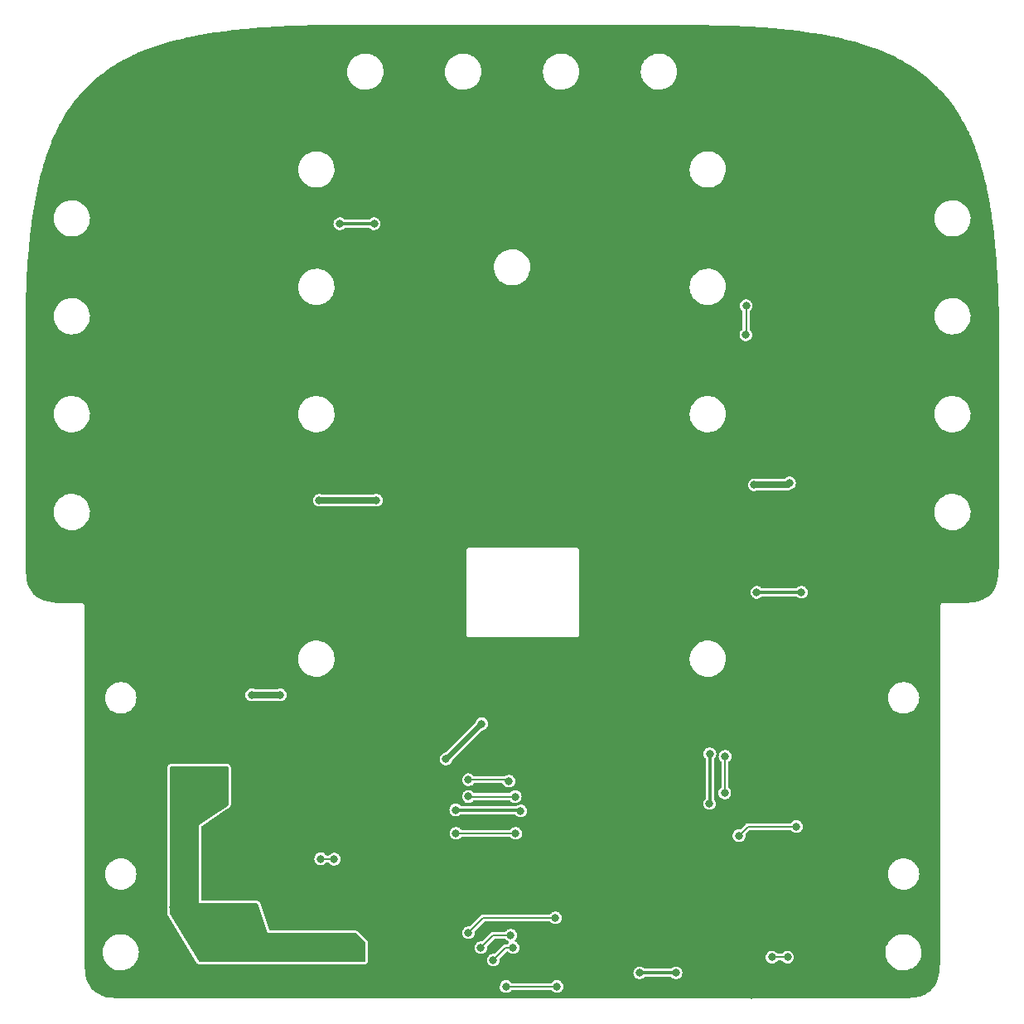
<source format=gbr>
G04 #@! TF.GenerationSoftware,KiCad,Pcbnew,(6.0.5)*
G04 #@! TF.CreationDate,2022-06-24T16:52:39-05:00*
G04 #@! TF.ProjectId,robo_car,726f626f-5f63-4617-922e-6b696361645f,1.0P*
G04 #@! TF.SameCoordinates,Original*
G04 #@! TF.FileFunction,Copper,L2,Bot*
G04 #@! TF.FilePolarity,Positive*
%FSLAX46Y46*%
G04 Gerber Fmt 4.6, Leading zero omitted, Abs format (unit mm)*
G04 Created by KiCad (PCBNEW (6.0.5)) date 2022-06-24 16:52:39*
%MOMM*%
%LPD*%
G01*
G04 APERTURE LIST*
G04 #@! TA.AperFunction,ComponentPad*
%ADD10C,0.300000*%
G04 #@! TD*
G04 #@! TA.AperFunction,ViaPad*
%ADD11C,0.800000*%
G04 #@! TD*
G04 #@! TA.AperFunction,Conductor*
%ADD12C,0.300000*%
G04 #@! TD*
G04 #@! TA.AperFunction,Conductor*
%ADD13C,0.200000*%
G04 #@! TD*
G04 #@! TA.AperFunction,Conductor*
%ADD14C,0.700000*%
G04 #@! TD*
G04 #@! TA.AperFunction,Conductor*
%ADD15C,0.500000*%
G04 #@! TD*
G04 APERTURE END LIST*
D10*
X162460000Y-138940000D03*
X163460000Y-139890000D03*
X162460000Y-142620000D03*
X161530000Y-139870000D03*
X160640000Y-140760000D03*
X159650000Y-139870000D03*
X162470000Y-140770000D03*
X163450000Y-141750000D03*
X160630000Y-138930000D03*
X160630000Y-142610000D03*
X161520000Y-141730000D03*
X159640000Y-141730000D03*
D11*
X144526000Y-134112000D03*
X146050000Y-138684000D03*
X124206000Y-105410000D03*
X139446000Y-123698000D03*
X146050000Y-141224000D03*
X187452000Y-92202000D03*
X141224000Y-97028000D03*
X132842000Y-68072000D03*
X174752000Y-125730000D03*
X141478000Y-136398000D03*
X141986000Y-117094000D03*
X120396000Y-124460000D03*
X185000000Y-55000000D03*
X153924000Y-146304000D03*
X141478000Y-84074000D03*
X156464000Y-82042000D03*
X135382000Y-122936000D03*
X115000000Y-55000000D03*
X165608000Y-120650000D03*
X159258000Y-114046000D03*
X128016000Y-97536000D03*
X172974000Y-112268000D03*
X145288000Y-115316000D03*
X135890000Y-86868000D03*
X121158000Y-106426000D03*
X130810000Y-94742000D03*
X126492000Y-97282000D03*
X135128000Y-127508000D03*
X161290000Y-128778000D03*
X192532000Y-108712000D03*
X175768000Y-127000000D03*
X178054000Y-148844000D03*
X185380000Y-83340000D03*
X153162000Y-65024000D03*
X130000000Y-55000000D03*
X149860000Y-147320000D03*
X174752000Y-123952000D03*
X164920000Y-132780000D03*
X162560000Y-86614000D03*
X188214000Y-101346000D03*
X170942000Y-130810000D03*
X128778000Y-147320000D03*
X147828000Y-62738000D03*
X128270000Y-96266000D03*
X163068000Y-84582000D03*
X142494000Y-133096000D03*
X165000000Y-60000000D03*
X183896000Y-113538000D03*
X164338000Y-146050000D03*
X170000000Y-60000000D03*
X135382000Y-84074000D03*
X110000000Y-115000000D03*
X190000000Y-60000000D03*
X157480000Y-109220000D03*
X162560000Y-81788000D03*
X129032000Y-128016000D03*
X124714000Y-123190000D03*
X189484000Y-105410000D03*
X175768000Y-131064000D03*
X184150000Y-86868000D03*
X161290000Y-132588000D03*
X190000000Y-65000000D03*
X141478000Y-86614000D03*
X146050000Y-137414000D03*
X176530000Y-77978000D03*
X146812000Y-117856000D03*
X162052000Y-79502000D03*
X183388000Y-74422000D03*
X137668000Y-107696000D03*
X139650000Y-136730000D03*
X152908000Y-125222000D03*
X139192000Y-128270000D03*
X159004000Y-133604000D03*
X136906000Y-75946000D03*
X161798000Y-110744000D03*
X110000000Y-105000000D03*
X115000000Y-65000000D03*
X175000000Y-60000000D03*
X116840000Y-120904000D03*
X139446000Y-138938000D03*
X148082000Y-79756000D03*
X135636000Y-116586000D03*
X167920000Y-129350000D03*
X184040000Y-116520000D03*
X144018000Y-140462000D03*
X165100000Y-108966000D03*
X150114000Y-115570000D03*
X159004000Y-136144000D03*
X187452000Y-116332000D03*
X166878000Y-144526000D03*
X168656000Y-86360000D03*
X141986000Y-128270000D03*
X189484000Y-102616000D03*
X139700000Y-147320000D03*
X145034000Y-61468000D03*
X142748000Y-123952000D03*
X180848000Y-126746000D03*
X120000000Y-60000000D03*
X138684000Y-98044000D03*
X167132000Y-138684000D03*
X144780000Y-136398000D03*
X144018000Y-148590000D03*
X146050000Y-139954000D03*
X180000000Y-60000000D03*
X189738000Y-99822000D03*
X180340000Y-93472000D03*
X123952000Y-71628000D03*
X114046000Y-91186000D03*
X148082000Y-81534000D03*
X130302000Y-125476000D03*
X135000000Y-60000000D03*
X181610000Y-143002000D03*
X141478000Y-124206000D03*
X141224000Y-122682000D03*
X195000000Y-105000000D03*
X112014000Y-125476000D03*
X149098000Y-146304000D03*
X154686000Y-86614000D03*
X123952000Y-94996000D03*
X163830000Y-128270000D03*
X167132000Y-136652000D03*
X189738000Y-84836000D03*
X171196000Y-97028000D03*
X140462000Y-128270000D03*
X170942000Y-94996000D03*
X159004000Y-106426000D03*
X165100000Y-113030000D03*
X182626000Y-131826000D03*
X105000000Y-95000000D03*
X145288000Y-113538000D03*
X138176000Y-126492000D03*
X120650000Y-71628000D03*
X148590000Y-147320000D03*
X110000000Y-100000000D03*
X189738000Y-89408000D03*
X173990000Y-73406000D03*
X157480000Y-128524000D03*
X172974000Y-128778000D03*
X122936000Y-87122000D03*
X195000000Y-85000000D03*
X166624000Y-79248000D03*
X120396000Y-75184000D03*
X189992000Y-97282000D03*
X172212000Y-71374000D03*
X173482000Y-125222000D03*
X155702000Y-123190000D03*
X126492000Y-94996000D03*
X128778000Y-99822000D03*
X124714000Y-130302000D03*
X140462000Y-126492000D03*
X187706000Y-131572000D03*
X121920000Y-83820000D03*
X182626000Y-136398000D03*
X137414000Y-129794000D03*
X145796000Y-148082000D03*
X165354000Y-148082000D03*
X158750000Y-94742000D03*
X187706000Y-71628000D03*
X167132000Y-142494000D03*
X113284000Y-129794000D03*
X139446000Y-88138000D03*
X166370000Y-94996000D03*
X183134000Y-122682000D03*
X110000000Y-60000000D03*
X144272000Y-119380000D03*
X148082000Y-86360000D03*
X153924000Y-145288000D03*
X126746000Y-99822000D03*
X167132000Y-141224000D03*
X165100000Y-143256000D03*
X132080000Y-121920000D03*
X165354000Y-138938000D03*
X113792000Y-96520000D03*
X151130000Y-97282000D03*
X152146000Y-117602000D03*
X142500000Y-92500000D03*
X109728000Y-130810000D03*
X114046000Y-77978000D03*
X152908000Y-88392000D03*
X145034000Y-68072000D03*
X182880000Y-125730000D03*
X113284000Y-121158000D03*
X136652000Y-63500000D03*
X139192000Y-120396000D03*
X187960000Y-127762000D03*
X116078000Y-83312000D03*
X149098000Y-122936000D03*
X125222000Y-139446000D03*
X192532000Y-97028000D03*
X168910000Y-81534000D03*
X131064000Y-100076000D03*
X134620000Y-138176000D03*
X141478000Y-137668000D03*
X156972000Y-133604000D03*
X155194000Y-120142000D03*
X116078000Y-147320000D03*
X110000000Y-85000000D03*
X123444000Y-123190000D03*
X137160000Y-118618000D03*
X174498000Y-149352000D03*
X105000000Y-65000000D03*
X156718000Y-126492000D03*
X187452000Y-91186000D03*
X142240000Y-132080000D03*
X179578000Y-75438000D03*
X192786000Y-86868000D03*
X160020000Y-103632000D03*
X105000000Y-105000000D03*
X147828000Y-149098000D03*
X132588000Y-123190000D03*
X138938000Y-134620000D03*
X140716000Y-115570000D03*
X175040000Y-105920000D03*
X187452000Y-93218000D03*
X150368000Y-118872000D03*
X157226000Y-77470000D03*
X195000000Y-95000000D03*
X107188000Y-125222000D03*
X128016000Y-71628000D03*
X159512000Y-120396000D03*
X177530000Y-78600000D03*
X110000000Y-110000000D03*
X117856000Y-113538000D03*
X118110000Y-118110000D03*
X188214000Y-112522000D03*
X158750000Y-115062000D03*
X144272000Y-77470000D03*
X135636000Y-96520000D03*
X165930000Y-126000000D03*
X133096000Y-138938000D03*
X185000000Y-65000000D03*
X172212000Y-121412000D03*
X181102000Y-119380000D03*
X165000000Y-65000000D03*
X141478000Y-130048000D03*
X181610000Y-138176000D03*
X115000000Y-145000000D03*
X159004000Y-97282000D03*
X167386000Y-125730000D03*
X180086000Y-117348000D03*
X164338000Y-106172000D03*
X165354000Y-141224000D03*
X135128000Y-147574000D03*
X156972000Y-140208000D03*
X179832000Y-112268000D03*
X160000000Y-92500000D03*
X115000000Y-100000000D03*
X159258000Y-65024000D03*
X112014000Y-130556000D03*
X189738000Y-91694000D03*
X115000000Y-105000000D03*
X182880000Y-99060000D03*
X174752000Y-85852000D03*
X127508000Y-125730000D03*
X159512000Y-146050000D03*
X184580000Y-100840000D03*
X185166000Y-122682000D03*
X174244000Y-99568000D03*
X165100000Y-104140000D03*
X118872000Y-134366000D03*
X185166000Y-88646000D03*
X141986000Y-65024000D03*
X183134000Y-95504000D03*
X162052000Y-121412000D03*
X190000000Y-125000000D03*
X144272000Y-129286000D03*
X150876000Y-60452000D03*
X190000000Y-130000000D03*
X182372000Y-112522000D03*
X125730000Y-89408000D03*
X146558000Y-68072000D03*
X120904000Y-88900000D03*
X161544000Y-115062000D03*
X162306000Y-71374000D03*
X174498000Y-147828000D03*
X180000000Y-65000000D03*
X140620000Y-134650000D03*
X171196000Y-73406000D03*
X154432000Y-79502000D03*
X164846000Y-77216000D03*
X165100000Y-99822000D03*
X143510000Y-134620000D03*
X151130000Y-94742000D03*
X185928000Y-145796000D03*
X180490000Y-83790000D03*
X144780000Y-138684000D03*
X191770000Y-91948000D03*
X161544000Y-101854000D03*
X166370000Y-97028000D03*
X186182000Y-99568000D03*
X140000000Y-65000000D03*
X139700000Y-129540000D03*
X112522000Y-71628000D03*
X168656000Y-71374000D03*
X136652000Y-138430000D03*
X125222000Y-137668000D03*
X106934000Y-93980000D03*
X125000000Y-65000000D03*
X147500000Y-102500000D03*
X167640000Y-84582000D03*
X167132000Y-134112000D03*
X114808000Y-123698000D03*
X192532000Y-106172000D03*
X137668000Y-99314000D03*
X169418000Y-118872000D03*
X195000000Y-75000000D03*
X185674000Y-114808000D03*
X132842000Y-96520000D03*
X146050000Y-136144000D03*
X135128000Y-72644000D03*
X144526000Y-131572000D03*
X172720000Y-79502000D03*
X187960000Y-77978000D03*
X175000000Y-65000000D03*
X123444000Y-78232000D03*
X146050000Y-88138000D03*
X182880000Y-97282000D03*
X147066000Y-77724000D03*
X135128000Y-76200000D03*
X143256000Y-132080000D03*
X130000000Y-60000000D03*
X160528000Y-109220000D03*
X150000000Y-92500000D03*
X180000000Y-55000000D03*
X144526000Y-125730000D03*
X120000000Y-55000000D03*
X186436000Y-79502000D03*
X180850000Y-101060000D03*
X132334000Y-133604000D03*
X175514000Y-123698000D03*
X112522000Y-77978000D03*
X154432000Y-81788000D03*
X156972000Y-143256000D03*
X110000000Y-65000000D03*
X125000000Y-85000000D03*
X141224000Y-109982000D03*
X161544000Y-86614000D03*
X158242000Y-71120000D03*
X122174000Y-123190000D03*
X124714000Y-133350000D03*
X180000000Y-70000000D03*
X171196000Y-148590000D03*
X143256000Y-128270000D03*
X134620000Y-61722000D03*
X181610000Y-136652000D03*
X148082000Y-64770000D03*
X154432000Y-68072000D03*
X192532000Y-104140000D03*
X187198000Y-88900000D03*
X159258000Y-144526000D03*
X148844000Y-84074000D03*
X124968000Y-147320000D03*
X118872000Y-73406000D03*
X129540000Y-97790000D03*
X156464000Y-68580000D03*
X115000000Y-115000000D03*
X155448000Y-125476000D03*
X137922000Y-77470000D03*
X162306000Y-69342000D03*
X160000000Y-60000000D03*
X132588000Y-130048000D03*
X140000000Y-55000000D03*
X184404000Y-95758000D03*
X190000000Y-70000000D03*
X132842000Y-120650000D03*
X136906000Y-96266000D03*
X145796000Y-149098000D03*
X179324000Y-99568000D03*
X113284000Y-127762000D03*
X163830000Y-136906000D03*
X109474000Y-74930000D03*
X165354000Y-123698000D03*
X187706000Y-147828000D03*
X143256000Y-138684000D03*
X141080000Y-132620000D03*
X143256000Y-136398000D03*
X141478000Y-141986000D03*
X143002000Y-130048000D03*
X157734000Y-105156000D03*
X157480000Y-106934000D03*
X160020000Y-79756000D03*
X154178000Y-147320000D03*
X115316000Y-74422000D03*
X125476000Y-97028000D03*
X148082000Y-122936000D03*
X153924000Y-144272000D03*
X185000000Y-60000000D03*
X137414000Y-103124000D03*
X185166000Y-134366000D03*
X170180000Y-122936000D03*
X115000000Y-60000000D03*
X157734000Y-147066000D03*
X166624000Y-116586000D03*
X136906000Y-72898000D03*
X144526000Y-128270000D03*
X144780000Y-137668000D03*
X139192000Y-140716000D03*
X134366000Y-119126000D03*
X136144000Y-67818000D03*
X110000000Y-80000000D03*
X156210000Y-61214000D03*
X127000000Y-140208000D03*
X153924000Y-143256000D03*
X181102000Y-74422000D03*
X105000000Y-75000000D03*
X124714000Y-92964000D03*
X141986000Y-134620000D03*
X165000000Y-92500000D03*
X142240000Y-126492000D03*
X195000000Y-65000000D03*
X114554000Y-94234000D03*
X137668000Y-112268000D03*
X161798000Y-144272000D03*
X139446000Y-145542000D03*
X121666000Y-137160000D03*
X145288000Y-117094000D03*
X176530000Y-71374000D03*
X110744000Y-96774000D03*
X146812000Y-148590000D03*
X142240000Y-144272000D03*
X166624000Y-88392000D03*
X155702000Y-83820000D03*
X160000000Y-55000000D03*
X185000000Y-140000000D03*
X189738000Y-93472000D03*
X167132000Y-135128000D03*
X144018000Y-126492000D03*
X130000000Y-85000000D03*
X132588000Y-131826000D03*
X150000000Y-55000000D03*
X136906000Y-142494000D03*
X123698000Y-137414000D03*
X127762000Y-110998000D03*
X185000000Y-70000000D03*
X125984000Y-122682000D03*
X146050000Y-134874000D03*
X108966000Y-91186000D03*
X185420000Y-125730000D03*
X175768000Y-129286000D03*
X184658000Y-74422000D03*
X184912000Y-131826000D03*
X125730000Y-141478000D03*
X140970000Y-61214000D03*
X120000000Y-65000000D03*
X168910000Y-69342000D03*
X175000000Y-55000000D03*
X137414000Y-128270000D03*
X121158000Y-69596000D03*
X137668000Y-144526000D03*
X125000000Y-55000000D03*
X122174000Y-107442000D03*
X189992000Y-113792000D03*
X110744000Y-90932000D03*
X183896000Y-147574000D03*
X177038000Y-83566000D03*
X139192000Y-148590000D03*
X157480000Y-112522000D03*
X126238000Y-106426000D03*
X188468000Y-89154000D03*
X126492000Y-74930000D03*
X137414000Y-141224000D03*
X155000000Y-60000000D03*
X187198000Y-130048000D03*
X192532000Y-95250000D03*
X159512000Y-122936000D03*
X139192000Y-114046000D03*
X116586000Y-71628000D03*
X166878000Y-149098000D03*
X122936000Y-129286000D03*
X141224000Y-79756000D03*
X125476000Y-129032000D03*
X136398000Y-126492000D03*
X156972000Y-136144000D03*
X192532000Y-83566000D03*
X133350000Y-132588000D03*
X106934000Y-130556000D03*
X185166000Y-118364000D03*
X182880000Y-88392000D03*
X181610000Y-94996000D03*
X180340000Y-144018000D03*
X115570000Y-116332000D03*
X118618000Y-149098000D03*
X141478000Y-81788000D03*
X141478000Y-146050000D03*
X109728000Y-125222000D03*
X140970000Y-58674000D03*
X190754000Y-74930000D03*
X122682000Y-132080000D03*
X179578000Y-115062000D03*
X121412000Y-135636000D03*
X185928000Y-149098000D03*
X156464000Y-120142000D03*
X175000000Y-70000000D03*
X170000000Y-55000000D03*
X164084000Y-114808000D03*
X141224000Y-94742000D03*
X189992000Y-86868000D03*
X128270000Y-69596000D03*
X143256000Y-137414000D03*
X191770000Y-84836000D03*
X191516000Y-110998000D03*
X168402000Y-101854000D03*
X161798000Y-136906000D03*
X141224000Y-101092000D03*
X180848000Y-129540000D03*
X125000000Y-60000000D03*
X176276000Y-79502000D03*
X136652000Y-129032000D03*
X172974000Y-110490000D03*
X121666000Y-147320000D03*
X182372000Y-129032000D03*
X141478000Y-138684000D03*
X174244000Y-103378000D03*
X168148000Y-110998000D03*
X183388000Y-140462000D03*
X155956000Y-113538000D03*
X118110000Y-90424000D03*
X136652000Y-121158000D03*
X187198000Y-97536000D03*
X172720000Y-85852000D03*
X105000000Y-85000000D03*
X130000000Y-82500000D03*
X152500000Y-102500000D03*
X127000000Y-123698000D03*
X119634000Y-69596000D03*
X115570000Y-75692000D03*
X107442000Y-96266000D03*
X159766000Y-88392000D03*
X137414000Y-134620000D03*
X115000000Y-110000000D03*
X172720000Y-130556000D03*
X171958000Y-81280000D03*
X145034000Y-72390000D03*
X181210000Y-104500000D03*
X161370000Y-125700000D03*
X166750000Y-147100000D03*
X144240000Y-130450000D03*
X150876000Y-130556000D03*
X132400000Y-70550000D03*
X163050000Y-147100000D03*
X135900000Y-70550000D03*
X154600000Y-148500000D03*
X149400000Y-148500000D03*
X176550500Y-145500000D03*
X178149500Y-145500000D03*
X179578000Y-108204000D03*
X170210000Y-124714000D03*
X175006000Y-108220000D03*
X170180000Y-129794000D03*
X136144000Y-98806000D03*
X130302000Y-98806000D03*
X174752000Y-97230000D03*
X126300000Y-118700000D03*
X178349500Y-97028000D03*
X123400000Y-118700000D03*
X179070000Y-132160000D03*
X173190000Y-133090000D03*
X117200000Y-140400000D03*
X115400000Y-140400000D03*
X116300000Y-140400000D03*
X115900000Y-130600000D03*
X133100000Y-143900000D03*
X143250000Y-125250000D03*
X117800000Y-130600000D03*
X117300000Y-129800000D03*
X119650000Y-129900000D03*
X133100000Y-144800000D03*
X116800000Y-141200000D03*
X115500000Y-129800000D03*
X118700000Y-130600000D03*
X146900000Y-121650000D03*
X116800000Y-130600000D03*
X118200000Y-129800000D03*
X115800000Y-141200000D03*
X116400000Y-129800000D03*
X132200000Y-144800000D03*
X131300000Y-144800000D03*
X148082000Y-145796000D03*
X150114000Y-144526000D03*
X149860000Y-143256000D03*
X146812000Y-144526000D03*
X154432000Y-141478000D03*
X145542000Y-143002000D03*
X173890000Y-81890000D03*
X171730000Y-128719500D03*
X173910000Y-78920000D03*
X171770000Y-124968000D03*
X145540000Y-129080000D03*
X130446500Y-135460000D03*
X150310000Y-129100000D03*
X131820000Y-135490000D03*
X144272000Y-132842000D03*
X150368000Y-132842000D03*
X145542000Y-127370000D03*
X149679500Y-127508000D03*
D12*
X144260000Y-130470000D02*
X144240000Y-130450000D01*
X150790000Y-130470000D02*
X144260000Y-130470000D01*
X150876000Y-130556000D02*
X150790000Y-130470000D01*
X166750000Y-147100000D02*
X163050000Y-147100000D01*
X132400000Y-70550000D02*
X135900000Y-70550000D01*
D13*
X149400000Y-148500000D02*
X154600000Y-148500000D01*
X176550500Y-145500000D02*
X178149500Y-145500000D01*
D12*
X170180000Y-129794000D02*
X170210000Y-129764000D01*
X179562000Y-108220000D02*
X175006000Y-108220000D01*
X170210000Y-129764000D02*
X170210000Y-124714000D01*
X179578000Y-108204000D02*
X179562000Y-108220000D01*
D14*
X178147500Y-97230000D02*
X174752000Y-97230000D01*
X126300000Y-118700000D02*
X123400000Y-118700000D01*
X178349500Y-97028000D02*
X178147500Y-97230000D01*
X130302000Y-98806000D02*
X136144000Y-98806000D01*
D13*
X179070000Y-132160000D02*
X174120000Y-132160000D01*
X174120000Y-132160000D02*
X173190000Y-133090000D01*
D15*
X146900000Y-121650000D02*
X143300000Y-125250000D01*
X143300000Y-125250000D02*
X143250000Y-125250000D01*
D13*
X149352000Y-144526000D02*
X150114000Y-144526000D01*
X148082000Y-145796000D02*
X149352000Y-144526000D01*
X148082000Y-143256000D02*
X149860000Y-143256000D01*
X146812000Y-144526000D02*
X148082000Y-143256000D01*
X154432000Y-141478000D02*
X147066000Y-141478000D01*
X147066000Y-141478000D02*
X145542000Y-143002000D01*
X173910000Y-81870000D02*
X173890000Y-81890000D01*
X171770000Y-124968000D02*
X171750000Y-124988000D01*
X173910000Y-78920000D02*
X173910000Y-81870000D01*
X171750000Y-128699500D02*
X171730000Y-128719500D01*
X171750000Y-124988000D02*
X171750000Y-128699500D01*
X145560000Y-129100000D02*
X150310000Y-129100000D01*
X131790000Y-135460000D02*
X130446500Y-135460000D01*
X145540000Y-129080000D02*
X145560000Y-129100000D01*
X131820000Y-135490000D02*
X131790000Y-135460000D01*
X150368000Y-132842000D02*
X144272000Y-132842000D01*
X145542000Y-127370000D02*
X149541500Y-127370000D01*
X149541500Y-127370000D02*
X149679500Y-127508000D01*
G04 #@! TA.AperFunction,Conductor*
G36*
X168122282Y-50240509D02*
G01*
X168442030Y-50244339D01*
X168442066Y-50244339D01*
X168924580Y-50250256D01*
X168924580Y-50250277D01*
X168924672Y-50250257D01*
X169143000Y-50253096D01*
X169405624Y-50256511D01*
X169405773Y-50256513D01*
X169885706Y-50263322D01*
X169885913Y-50263325D01*
X170363800Y-50270889D01*
X170364065Y-50270893D01*
X170840017Y-50279427D01*
X171312977Y-50289127D01*
X171533109Y-50294318D01*
X171782711Y-50300204D01*
X171783162Y-50300215D01*
X172249616Y-50312887D01*
X172250134Y-50312903D01*
X172711420Y-50327334D01*
X172712008Y-50327353D01*
X173169479Y-50343804D01*
X173170008Y-50343825D01*
X173453111Y-50355196D01*
X173453654Y-50355218D01*
X173876935Y-50374048D01*
X173877618Y-50374081D01*
X174296784Y-50395009D01*
X174297500Y-50395047D01*
X174713854Y-50418210D01*
X174714600Y-50418253D01*
X175129287Y-50443792D01*
X175130061Y-50443842D01*
X175543098Y-50471833D01*
X175543895Y-50471890D01*
X175956174Y-50502457D01*
X175956992Y-50502520D01*
X176369152Y-50535777D01*
X176369984Y-50535847D01*
X176738187Y-50568015D01*
X176782846Y-50571917D01*
X176783653Y-50571990D01*
X177122892Y-50603930D01*
X177197559Y-50610960D01*
X177198408Y-50611043D01*
X177582553Y-50649846D01*
X177614143Y-50653037D01*
X177615078Y-50653135D01*
X178135872Y-50709707D01*
X178136801Y-50709811D01*
X178256760Y-50723793D01*
X178656396Y-50770373D01*
X178657318Y-50770484D01*
X178939582Y-50805493D01*
X179170733Y-50834163D01*
X179171473Y-50834257D01*
X179673601Y-50900174D01*
X179674402Y-50900282D01*
X179734270Y-50908573D01*
X180159698Y-50967490D01*
X180160605Y-50967619D01*
X180624080Y-51035246D01*
X180625047Y-51035391D01*
X181061149Y-51102482D01*
X181062221Y-51102652D01*
X181243292Y-51132108D01*
X181466774Y-51168464D01*
X181467385Y-51168565D01*
X181596061Y-51190361D01*
X181596801Y-51190490D01*
X182022588Y-51266175D01*
X182024258Y-51266483D01*
X182413366Y-51341075D01*
X182415126Y-51341426D01*
X182616175Y-51382943D01*
X182834717Y-51428073D01*
X182836239Y-51428397D01*
X183249234Y-51519269D01*
X183250269Y-51519501D01*
X183660574Y-51613920D01*
X183661624Y-51614167D01*
X183879429Y-51666534D01*
X184078821Y-51714474D01*
X184080203Y-51714815D01*
X184498870Y-51820494D01*
X184500479Y-51820911D01*
X184915891Y-51931617D01*
X184917580Y-51932080D01*
X185264147Y-52029616D01*
X185265822Y-52030100D01*
X185655426Y-52145591D01*
X185657166Y-52146120D01*
X186038923Y-52265305D01*
X186040701Y-52265875D01*
X186142090Y-52299200D01*
X186461969Y-52404340D01*
X186463416Y-52404826D01*
X186684797Y-52480575D01*
X186686374Y-52481126D01*
X187083374Y-52622882D01*
X187085594Y-52623698D01*
X187481542Y-52773675D01*
X187483889Y-52774591D01*
X187886011Y-52936476D01*
X187888312Y-52937430D01*
X188281688Y-53105260D01*
X188283971Y-53106261D01*
X188682890Y-53285867D01*
X188685195Y-53286933D01*
X189083603Y-53476055D01*
X189086019Y-53477233D01*
X189477711Y-53673514D01*
X189480283Y-53674840D01*
X189714678Y-53799127D01*
X189852933Y-53872436D01*
X189855642Y-53873915D01*
X190218489Y-54077853D01*
X190221294Y-54079478D01*
X190576414Y-54291273D01*
X190579245Y-54293013D01*
X190758158Y-54406238D01*
X190929364Y-54514586D01*
X190931948Y-54516266D01*
X191229418Y-54714875D01*
X191231692Y-54716430D01*
X191567043Y-54951379D01*
X191569272Y-54952978D01*
X191894615Y-55191874D01*
X191896832Y-55193541D01*
X192064420Y-55322490D01*
X192247162Y-55463100D01*
X192249288Y-55464773D01*
X192502699Y-55668786D01*
X192505386Y-55671012D01*
X192824101Y-55943082D01*
X192827471Y-55946066D01*
X193114433Y-56209320D01*
X193117526Y-56212255D01*
X193370497Y-56460620D01*
X193423471Y-56512630D01*
X193425333Y-56514497D01*
X193484929Y-56575531D01*
X193537669Y-56629543D01*
X193539313Y-56631258D01*
X193775446Y-56882486D01*
X193840569Y-56951772D01*
X193842896Y-56954318D01*
X194157375Y-57307808D01*
X194159492Y-57310249D01*
X194416423Y-57614411D01*
X194418359Y-57616760D01*
X194677509Y-57939034D01*
X194679513Y-57941593D01*
X194937475Y-58279899D01*
X194939559Y-58282712D01*
X195193241Y-58635309D01*
X195195415Y-58638429D01*
X195442232Y-59004283D01*
X195444183Y-59007266D01*
X195628102Y-59297255D01*
X195629823Y-59300048D01*
X195867088Y-59696928D01*
X195868718Y-59699740D01*
X195995041Y-59924392D01*
X196093712Y-60099869D01*
X196095128Y-60102458D01*
X196306955Y-60500728D01*
X196308168Y-60503066D01*
X196348671Y-60583217D01*
X196505712Y-60893980D01*
X196506722Y-60896027D01*
X196688634Y-61273593D01*
X196689512Y-61275457D01*
X196760351Y-61429280D01*
X196854461Y-61633637D01*
X196855406Y-61635739D01*
X197036713Y-62049180D01*
X197037531Y-62051087D01*
X197140948Y-62298134D01*
X197141873Y-62300408D01*
X197302864Y-62707749D01*
X197304033Y-62710824D01*
X197442228Y-63089095D01*
X197443105Y-63091574D01*
X197572870Y-63471162D01*
X197573370Y-63472656D01*
X197675442Y-63783897D01*
X197693607Y-63839288D01*
X197694024Y-63840584D01*
X197815139Y-64223827D01*
X197815580Y-64225251D01*
X197920760Y-64572307D01*
X197934856Y-64618820D01*
X197935319Y-64620384D01*
X198032723Y-64957905D01*
X198050289Y-65018775D01*
X198050785Y-65020545D01*
X198056655Y-65042095D01*
X198162649Y-65431239D01*
X198163129Y-65433054D01*
X198263179Y-65823215D01*
X198268819Y-65845211D01*
X198269235Y-65846884D01*
X198354908Y-66201346D01*
X198369608Y-66262168D01*
X198369974Y-66263723D01*
X198466079Y-66684651D01*
X198466302Y-66685644D01*
X198502099Y-66848481D01*
X198502306Y-66849443D01*
X198518842Y-66927599D01*
X198595743Y-67291065D01*
X198596011Y-67292363D01*
X198674201Y-67682133D01*
X198674434Y-67683326D01*
X198749191Y-68075559D01*
X198749411Y-68076742D01*
X198820681Y-68471118D01*
X198820841Y-68472030D01*
X198841866Y-68593580D01*
X198860265Y-68699951D01*
X198860421Y-68700871D01*
X198926896Y-69102905D01*
X198927079Y-69104042D01*
X198990077Y-69507932D01*
X198990241Y-69509017D01*
X199050028Y-69915552D01*
X199050175Y-69916581D01*
X199107160Y-70327578D01*
X199107265Y-70328355D01*
X199138689Y-70565851D01*
X199139610Y-70572815D01*
X199139695Y-70573468D01*
X199160916Y-70741808D01*
X199194391Y-71007360D01*
X199194506Y-71008307D01*
X199246305Y-71445894D01*
X199246410Y-71446811D01*
X199295442Y-71888720D01*
X199295538Y-71889609D01*
X199341834Y-72335715D01*
X199341891Y-72336277D01*
X199354945Y-72467811D01*
X199354994Y-72468313D01*
X199386764Y-72802010D01*
X199393022Y-72867746D01*
X199393080Y-72868375D01*
X199427278Y-73251411D01*
X199428954Y-73270178D01*
X199429016Y-73270889D01*
X199455545Y-73588450D01*
X199462819Y-73675528D01*
X199462875Y-73676223D01*
X199494641Y-74083651D01*
X199494691Y-74084325D01*
X199521914Y-74459428D01*
X199524440Y-74494241D01*
X199524472Y-74494683D01*
X199534265Y-74636532D01*
X199534294Y-74636972D01*
X199562296Y-75064358D01*
X199562337Y-75064997D01*
X199588349Y-75495535D01*
X199588384Y-75496146D01*
X199599845Y-75702499D01*
X199612448Y-75929408D01*
X199634651Y-76365896D01*
X199655013Y-76804726D01*
X199661596Y-76956070D01*
X199676092Y-77313871D01*
X199680064Y-77411924D01*
X199680086Y-77412498D01*
X199696560Y-77870846D01*
X199696580Y-77871437D01*
X199710987Y-78332475D01*
X199711004Y-78333078D01*
X199718526Y-78617430D01*
X199722332Y-78761265D01*
X199723279Y-78797080D01*
X199723293Y-78797670D01*
X199733363Y-79265094D01*
X199736296Y-79426030D01*
X199742090Y-79799567D01*
X199742574Y-79830793D01*
X199742580Y-79831210D01*
X199747540Y-80237798D01*
X199747543Y-80238128D01*
X199748735Y-80362536D01*
X199751452Y-80646278D01*
X199752188Y-80742828D01*
X199754576Y-81056340D01*
X199754577Y-81056504D01*
X199757169Y-81466780D01*
X199757170Y-81466861D01*
X199759498Y-81877287D01*
X199759500Y-81878002D01*
X199759500Y-105708496D01*
X199758883Y-105720947D01*
X199720033Y-106112182D01*
X199719853Y-106113878D01*
X199669453Y-106559933D01*
X199668917Y-106564066D01*
X199610280Y-106963964D01*
X199608747Y-106972405D01*
X199528724Y-107341167D01*
X199524483Y-107356165D01*
X199435952Y-107608464D01*
X199427865Y-107626728D01*
X199255538Y-107945065D01*
X199248949Y-107955897D01*
X199115648Y-108152073D01*
X199107477Y-108162813D01*
X199072502Y-108204000D01*
X198870403Y-108441996D01*
X198858125Y-108454563D01*
X198839924Y-108470761D01*
X198738767Y-108560787D01*
X198682083Y-108611233D01*
X198671008Y-108620026D01*
X198372059Y-108831157D01*
X198361374Y-108837925D01*
X198123499Y-108972371D01*
X198105618Y-108980703D01*
X197766177Y-109107583D01*
X197754851Y-109111217D01*
X197742344Y-109114588D01*
X197735002Y-109116333D01*
X197413282Y-109182634D01*
X197344487Y-109196811D01*
X197336656Y-109198169D01*
X196929580Y-109255596D01*
X196925936Y-109256056D01*
X196534091Y-109299729D01*
X196532585Y-109299887D01*
X196141063Y-109338766D01*
X196128612Y-109339383D01*
X194024726Y-109339383D01*
X194000145Y-109336962D01*
X193999813Y-109336896D01*
X193999812Y-109336896D01*
X193987641Y-109334475D01*
X193962967Y-109339383D01*
X193889901Y-109353917D01*
X193807040Y-109409282D01*
X193751675Y-109492143D01*
X193732233Y-109589883D01*
X193734654Y-109602054D01*
X193734654Y-109602055D01*
X193734720Y-109602387D01*
X193737141Y-109626968D01*
X193737141Y-146108612D01*
X193736524Y-146121063D01*
X193697674Y-146512296D01*
X193697494Y-146513992D01*
X193647092Y-146960059D01*
X193646556Y-146964192D01*
X193587921Y-147364081D01*
X193586388Y-147372522D01*
X193506364Y-147741284D01*
X193502123Y-147756282D01*
X193413592Y-148008581D01*
X193405505Y-148026845D01*
X193233181Y-148345180D01*
X193226592Y-148356013D01*
X193093287Y-148552192D01*
X193085114Y-148562933D01*
X192848040Y-148842117D01*
X192835762Y-148854683D01*
X192659734Y-149011341D01*
X192648655Y-149020138D01*
X192349707Y-149231268D01*
X192339023Y-149238037D01*
X192131550Y-149355301D01*
X192101141Y-149372488D01*
X192083259Y-149380820D01*
X191743812Y-149507704D01*
X191732500Y-149511333D01*
X191719967Y-149514711D01*
X191712639Y-149516452D01*
X191486139Y-149563129D01*
X191322127Y-149596929D01*
X191314296Y-149598287D01*
X191021736Y-149639560D01*
X190953275Y-149649218D01*
X190907221Y-149655715D01*
X190903579Y-149656175D01*
X190866851Y-149660268D01*
X190511660Y-149699854D01*
X190510155Y-149700012D01*
X190236746Y-149727162D01*
X190118703Y-149738883D01*
X190106255Y-149739500D01*
X109913745Y-149739500D01*
X109901297Y-149738883D01*
X109669265Y-149715843D01*
X109510065Y-149700034D01*
X109508369Y-149699854D01*
X109062308Y-149649453D01*
X109058175Y-149648917D01*
X108658278Y-149590280D01*
X108649837Y-149588747D01*
X108281075Y-149508724D01*
X108266077Y-149504483D01*
X108248759Y-149498406D01*
X108237262Y-149494372D01*
X108013777Y-149415952D01*
X107995513Y-149407865D01*
X107677172Y-149235536D01*
X107666340Y-149228947D01*
X107470170Y-149095650D01*
X107459427Y-149087476D01*
X107180243Y-148850400D01*
X107167678Y-148838123D01*
X107011011Y-148662085D01*
X107002213Y-148651006D01*
X106936372Y-148557779D01*
X106890720Y-148493138D01*
X148744758Y-148493138D01*
X148762035Y-148649633D01*
X148816143Y-148797490D01*
X148820380Y-148803796D01*
X148820382Y-148803799D01*
X148843447Y-148838123D01*
X148903958Y-148928172D01*
X148926270Y-148948474D01*
X149000543Y-149016057D01*
X149020410Y-149034135D01*
X149027085Y-149037759D01*
X149152099Y-149105637D01*
X149152101Y-149105638D01*
X149158776Y-149109262D01*
X149166125Y-149111190D01*
X149303719Y-149147287D01*
X149303721Y-149147287D01*
X149311069Y-149149215D01*
X149394380Y-149150524D01*
X149460898Y-149151569D01*
X149460901Y-149151569D01*
X149468495Y-149151688D01*
X149621968Y-149116538D01*
X149762625Y-149045795D01*
X149797444Y-149016057D01*
X149876574Y-148948474D01*
X149876576Y-148948471D01*
X149882348Y-148943542D01*
X149911499Y-148902974D01*
X149967494Y-148859326D01*
X150013822Y-148850500D01*
X153984628Y-148850500D01*
X154052749Y-148870502D01*
X154089208Y-148906222D01*
X154103958Y-148928172D01*
X154126270Y-148948474D01*
X154200543Y-149016057D01*
X154220410Y-149034135D01*
X154227085Y-149037759D01*
X154352099Y-149105637D01*
X154352101Y-149105638D01*
X154358776Y-149109262D01*
X154366125Y-149111190D01*
X154503719Y-149147287D01*
X154503721Y-149147287D01*
X154511069Y-149149215D01*
X154594380Y-149150524D01*
X154660898Y-149151569D01*
X154660901Y-149151569D01*
X154668495Y-149151688D01*
X154821968Y-149116538D01*
X154962625Y-149045795D01*
X154997444Y-149016057D01*
X155076574Y-148948474D01*
X155076576Y-148948471D01*
X155082348Y-148943542D01*
X155174224Y-148815683D01*
X155232950Y-148669598D01*
X155244304Y-148589822D01*
X155254553Y-148517807D01*
X155254553Y-148517804D01*
X155255134Y-148513723D01*
X155255278Y-148500000D01*
X155236363Y-148343694D01*
X155213835Y-148284076D01*
X155183394Y-148203514D01*
X155183393Y-148203511D01*
X155180710Y-148196412D01*
X155091531Y-148066657D01*
X155026348Y-148008581D01*
X154979648Y-147966972D01*
X154979645Y-147966970D01*
X154973976Y-147961919D01*
X154834831Y-147888245D01*
X154825177Y-147885820D01*
X154689498Y-147851740D01*
X154689496Y-147851740D01*
X154682128Y-147849889D01*
X154674530Y-147849849D01*
X154674528Y-147849849D01*
X154607319Y-147849497D01*
X154524684Y-147849065D01*
X154517305Y-147850837D01*
X154517301Y-147850837D01*
X154378967Y-147884048D01*
X154378963Y-147884049D01*
X154371588Y-147885820D01*
X154231679Y-147958032D01*
X154113034Y-148061533D01*
X154108667Y-148067747D01*
X154108662Y-148067753D01*
X154088844Y-148095951D01*
X154033310Y-148140183D01*
X153985758Y-148149500D01*
X150014760Y-148149500D01*
X149946639Y-148129498D01*
X149910920Y-148094867D01*
X149895836Y-148072920D01*
X149895834Y-148072917D01*
X149891531Y-148066657D01*
X149826348Y-148008581D01*
X149779648Y-147966972D01*
X149779645Y-147966970D01*
X149773976Y-147961919D01*
X149634831Y-147888245D01*
X149625177Y-147885820D01*
X149489498Y-147851740D01*
X149489496Y-147851740D01*
X149482128Y-147849889D01*
X149474530Y-147849849D01*
X149474528Y-147849849D01*
X149407319Y-147849497D01*
X149324684Y-147849065D01*
X149317305Y-147850837D01*
X149317301Y-147850837D01*
X149178967Y-147884048D01*
X149178963Y-147884049D01*
X149171588Y-147885820D01*
X149031679Y-147958032D01*
X149025957Y-147963024D01*
X149025955Y-147963025D01*
X148918759Y-148056538D01*
X148918756Y-148056541D01*
X148913034Y-148061533D01*
X148889590Y-148094890D01*
X148851210Y-148149500D01*
X148822501Y-148190348D01*
X148765309Y-148337039D01*
X148744758Y-148493138D01*
X106890720Y-148493138D01*
X106791081Y-148352054D01*
X106784327Y-148341391D01*
X106649868Y-148103497D01*
X106641539Y-148085622D01*
X106514657Y-147746172D01*
X106511023Y-147734847D01*
X106507653Y-147722344D01*
X106505904Y-147714985D01*
X106425430Y-147324487D01*
X106424072Y-147316656D01*
X106392540Y-147093138D01*
X162394758Y-147093138D01*
X162412035Y-147249633D01*
X162466143Y-147397490D01*
X162470380Y-147403796D01*
X162470382Y-147403799D01*
X162490369Y-147433542D01*
X162553958Y-147528172D01*
X162670410Y-147634135D01*
X162677085Y-147637759D01*
X162802099Y-147705637D01*
X162802101Y-147705638D01*
X162808776Y-147709262D01*
X162816125Y-147711190D01*
X162953719Y-147747287D01*
X162953721Y-147747287D01*
X162961069Y-147749215D01*
X163044380Y-147750524D01*
X163110898Y-147751569D01*
X163110901Y-147751569D01*
X163118495Y-147751688D01*
X163271968Y-147716538D01*
X163412625Y-147645795D01*
X163532348Y-147543542D01*
X163534610Y-147540394D01*
X163594082Y-147504609D01*
X163625997Y-147500500D01*
X166174800Y-147500500D01*
X166242921Y-147520502D01*
X166259599Y-147533306D01*
X166364789Y-147629021D01*
X166364793Y-147629024D01*
X166370410Y-147634135D01*
X166377085Y-147637759D01*
X166502099Y-147705637D01*
X166502101Y-147705638D01*
X166508776Y-147709262D01*
X166516125Y-147711190D01*
X166653719Y-147747287D01*
X166653721Y-147747287D01*
X166661069Y-147749215D01*
X166744380Y-147750524D01*
X166810898Y-147751569D01*
X166810901Y-147751569D01*
X166818495Y-147751688D01*
X166971968Y-147716538D01*
X167112625Y-147645795D01*
X167226568Y-147548479D01*
X167226574Y-147548474D01*
X167226576Y-147548471D01*
X167232348Y-147543542D01*
X167324224Y-147415683D01*
X167382950Y-147269598D01*
X167405134Y-147113723D01*
X167405278Y-147100000D01*
X167386363Y-146943694D01*
X167381175Y-146929963D01*
X167333394Y-146803514D01*
X167333393Y-146803511D01*
X167330710Y-146796412D01*
X167241531Y-146666657D01*
X167163422Y-146597064D01*
X167129648Y-146566972D01*
X167129645Y-146566970D01*
X167123976Y-146561919D01*
X167106327Y-146552574D01*
X166991543Y-146491799D01*
X166991544Y-146491799D01*
X166984831Y-146488245D01*
X166968122Y-146484048D01*
X166839498Y-146451740D01*
X166839496Y-146451740D01*
X166832128Y-146449889D01*
X166824530Y-146449849D01*
X166824528Y-146449849D01*
X166757319Y-146449497D01*
X166674684Y-146449065D01*
X166667305Y-146450837D01*
X166667301Y-146450837D01*
X166528967Y-146484048D01*
X166528963Y-146484049D01*
X166521588Y-146485820D01*
X166466835Y-146514080D01*
X166410356Y-146543231D01*
X166381679Y-146558032D01*
X166375957Y-146563024D01*
X166375955Y-146563025D01*
X166336936Y-146597064D01*
X166263034Y-146661533D01*
X166262523Y-146660947D01*
X166207170Y-146695050D01*
X166173978Y-146699500D01*
X163626160Y-146699500D01*
X163558039Y-146679498D01*
X163542208Y-146665897D01*
X163541531Y-146666657D01*
X163429648Y-146566972D01*
X163429645Y-146566970D01*
X163423976Y-146561919D01*
X163406327Y-146552574D01*
X163291543Y-146491799D01*
X163291544Y-146491799D01*
X163284831Y-146488245D01*
X163268122Y-146484048D01*
X163139498Y-146451740D01*
X163139496Y-146451740D01*
X163132128Y-146449889D01*
X163124530Y-146449849D01*
X163124528Y-146449849D01*
X163057319Y-146449497D01*
X162974684Y-146449065D01*
X162967305Y-146450837D01*
X162967301Y-146450837D01*
X162828967Y-146484048D01*
X162828963Y-146484049D01*
X162821588Y-146485820D01*
X162766835Y-146514080D01*
X162710356Y-146543231D01*
X162681679Y-146558032D01*
X162675957Y-146563024D01*
X162675955Y-146563025D01*
X162568759Y-146656538D01*
X162568756Y-146656541D01*
X162563034Y-146661533D01*
X162547964Y-146682975D01*
X162480403Y-146779105D01*
X162472501Y-146790348D01*
X162415309Y-146937039D01*
X162414318Y-146944568D01*
X162406189Y-147006315D01*
X162394758Y-147093138D01*
X106392540Y-147093138D01*
X106366645Y-146909580D01*
X106366185Y-146905936D01*
X106322510Y-146514080D01*
X106322352Y-146512573D01*
X106284881Y-146135215D01*
X106283476Y-146121063D01*
X106282859Y-146108615D01*
X106282859Y-145042095D01*
X108145028Y-145042095D01*
X108170534Y-145309431D01*
X108171619Y-145313865D01*
X108171620Y-145313871D01*
X108217334Y-145500688D01*
X108234364Y-145570285D01*
X108236076Y-145574511D01*
X108236077Y-145574515D01*
X108274590Y-145669598D01*
X108335182Y-145819192D01*
X108470875Y-146050938D01*
X108568863Y-146173466D01*
X108630086Y-146250021D01*
X108638601Y-146260669D01*
X108834846Y-146443991D01*
X108892588Y-146484048D01*
X109051746Y-146594461D01*
X109051751Y-146594464D01*
X109055499Y-146597064D01*
X109059584Y-146599096D01*
X109059587Y-146599098D01*
X109175043Y-146656536D01*
X109295938Y-146716680D01*
X109300272Y-146718101D01*
X109300275Y-146718102D01*
X109546793Y-146798915D01*
X109546798Y-146798916D01*
X109551126Y-146800335D01*
X109555617Y-146801115D01*
X109555618Y-146801115D01*
X109811936Y-146845620D01*
X109811944Y-146845621D01*
X109815717Y-146846276D01*
X109819554Y-146846467D01*
X109898996Y-146850422D01*
X109899004Y-146850422D01*
X109900567Y-146850500D01*
X110068223Y-146850500D01*
X110070491Y-146850335D01*
X110070503Y-146850335D01*
X110200823Y-146840879D01*
X110267846Y-146836016D01*
X110272301Y-146835032D01*
X110272304Y-146835032D01*
X110525620Y-146779105D01*
X110525624Y-146779104D01*
X110530080Y-146778120D01*
X110749340Y-146695050D01*
X110776941Y-146684593D01*
X110776944Y-146684592D01*
X110781211Y-146682975D01*
X111015976Y-146552574D01*
X111068753Y-146512296D01*
X111225833Y-146392417D01*
X111225837Y-146392413D01*
X111229458Y-146389650D01*
X111281064Y-146336860D01*
X111360950Y-146255140D01*
X111417185Y-146197614D01*
X111498169Y-146086354D01*
X111572538Y-145984183D01*
X111572540Y-145984180D01*
X111575225Y-145980491D01*
X111660088Y-145819192D01*
X111698140Y-145746868D01*
X111698143Y-145746862D01*
X111700265Y-145742828D01*
X111731764Y-145653632D01*
X111788165Y-145493916D01*
X111788165Y-145493915D01*
X111789688Y-145489603D01*
X111816703Y-145352538D01*
X111840739Y-145230594D01*
X111840740Y-145230588D01*
X111841620Y-145226122D01*
X111841847Y-145221566D01*
X111854745Y-144962474D01*
X111854745Y-144962468D01*
X111854972Y-144957905D01*
X111829466Y-144690569D01*
X111827557Y-144682765D01*
X111766721Y-144434149D01*
X111765636Y-144429715D01*
X111746971Y-144383632D01*
X111666531Y-144185037D01*
X111666531Y-144185036D01*
X111664818Y-144180808D01*
X111529125Y-143949062D01*
X111418211Y-143810371D01*
X111364251Y-143742897D01*
X111364250Y-143742895D01*
X111361399Y-143739331D01*
X111165154Y-143556009D01*
X111072961Y-143492052D01*
X110948254Y-143405539D01*
X110948249Y-143405536D01*
X110944501Y-143402936D01*
X110940416Y-143400904D01*
X110940413Y-143400902D01*
X110768560Y-143315407D01*
X110704062Y-143283320D01*
X110699728Y-143281899D01*
X110699725Y-143281898D01*
X110453207Y-143201085D01*
X110453202Y-143201084D01*
X110448874Y-143199665D01*
X110444382Y-143198885D01*
X110188064Y-143154380D01*
X110188056Y-143154379D01*
X110184283Y-143153724D01*
X110175622Y-143153293D01*
X110101004Y-143149578D01*
X110100996Y-143149578D01*
X110099433Y-143149500D01*
X109931777Y-143149500D01*
X109929509Y-143149665D01*
X109929497Y-143149665D01*
X109804084Y-143158765D01*
X109732154Y-143163984D01*
X109727699Y-143164968D01*
X109727696Y-143164968D01*
X109474380Y-143220895D01*
X109474376Y-143220896D01*
X109469920Y-143221880D01*
X109390705Y-143251892D01*
X109223059Y-143315407D01*
X109223056Y-143315408D01*
X109218789Y-143317025D01*
X108984024Y-143447426D01*
X108980392Y-143450198D01*
X108774167Y-143607583D01*
X108774163Y-143607587D01*
X108770542Y-143610350D01*
X108582815Y-143802386D01*
X108580130Y-143806075D01*
X108446964Y-143989025D01*
X108424775Y-144019509D01*
X108388986Y-144087533D01*
X108301860Y-144253132D01*
X108301857Y-144253138D01*
X108299735Y-144257172D01*
X108298215Y-144261477D01*
X108298213Y-144261481D01*
X108211835Y-144506084D01*
X108210312Y-144510397D01*
X108207237Y-144526000D01*
X108172419Y-144702652D01*
X108158380Y-144773878D01*
X108158153Y-144778431D01*
X108158153Y-144778434D01*
X108148640Y-144969542D01*
X108145028Y-145042095D01*
X106282859Y-145042095D01*
X106282859Y-140965101D01*
X114744500Y-140965101D01*
X114753771Y-141033303D01*
X114771727Y-141098129D01*
X114798867Y-141161381D01*
X114801060Y-141165036D01*
X114801061Y-141165038D01*
X117742341Y-146067171D01*
X117742346Y-146067178D01*
X117744207Y-146070280D01*
X117746411Y-146073149D01*
X117746413Y-146073151D01*
X117777666Y-146113822D01*
X117777672Y-146113829D01*
X117779869Y-146116688D01*
X117819792Y-146157860D01*
X117842901Y-146178941D01*
X117868816Y-146192497D01*
X117925757Y-146222283D01*
X117925762Y-146222285D01*
X117931237Y-146225149D01*
X117937173Y-146226892D01*
X117995035Y-146243882D01*
X117995039Y-146243883D01*
X117999358Y-146245151D01*
X118003806Y-146245791D01*
X118003813Y-146245792D01*
X118066892Y-146254861D01*
X118066899Y-146254861D01*
X118071340Y-146255500D01*
X134874000Y-146255500D01*
X134928309Y-146249661D01*
X134931593Y-146248947D01*
X134931597Y-146248946D01*
X134979019Y-146238630D01*
X134980651Y-146238275D01*
X134982247Y-146237837D01*
X134982264Y-146237833D01*
X134999428Y-146233124D01*
X134999429Y-146233124D01*
X135007028Y-146231039D01*
X135019088Y-146224172D01*
X135088280Y-146184771D01*
X135093659Y-146181708D01*
X135121181Y-146157860D01*
X135145192Y-146137055D01*
X135145197Y-146137050D01*
X135147315Y-146135215D01*
X135178941Y-146102439D01*
X135212775Y-146037759D01*
X135222283Y-146019583D01*
X135222285Y-146019578D01*
X135225149Y-146014103D01*
X135237320Y-145972652D01*
X135243882Y-145950305D01*
X135243883Y-145950301D01*
X135245151Y-145945982D01*
X135246287Y-145938084D01*
X135254861Y-145878448D01*
X135254861Y-145878441D01*
X135255500Y-145874000D01*
X135255500Y-144519138D01*
X146156758Y-144519138D01*
X146174035Y-144675633D01*
X146228143Y-144823490D01*
X146232380Y-144829796D01*
X146232382Y-144829799D01*
X146245882Y-144849889D01*
X146315958Y-144954172D01*
X146432410Y-145060135D01*
X146455957Y-145072920D01*
X146564099Y-145131637D01*
X146564101Y-145131638D01*
X146570776Y-145135262D01*
X146578125Y-145137190D01*
X146715719Y-145173287D01*
X146715721Y-145173287D01*
X146723069Y-145175215D01*
X146806380Y-145176524D01*
X146872898Y-145177569D01*
X146872901Y-145177569D01*
X146880495Y-145177688D01*
X147033968Y-145142538D01*
X147174625Y-145071795D01*
X147214749Y-145037526D01*
X147288574Y-144974474D01*
X147288576Y-144974471D01*
X147294348Y-144969542D01*
X147386224Y-144841683D01*
X147444950Y-144695598D01*
X147467134Y-144539723D01*
X147467278Y-144526000D01*
X147457416Y-144444505D01*
X147469089Y-144374476D01*
X147493408Y-144340274D01*
X148190277Y-143643405D01*
X148252589Y-143609379D01*
X148279372Y-143606500D01*
X149244628Y-143606500D01*
X149312749Y-143626502D01*
X149349208Y-143662222D01*
X149363958Y-143684172D01*
X149480410Y-143790135D01*
X149509768Y-143806075D01*
X149618776Y-143865262D01*
X149617596Y-143867435D01*
X149664146Y-143903748D01*
X149687630Y-143970749D01*
X149671162Y-144039809D01*
X149644629Y-144072184D01*
X149627034Y-144087533D01*
X149622667Y-144093747D01*
X149622662Y-144093753D01*
X149602844Y-144121951D01*
X149547310Y-144166183D01*
X149499758Y-144175500D01*
X149402824Y-144175500D01*
X149383725Y-144173467D01*
X149378917Y-144173240D01*
X149368739Y-144171049D01*
X149338509Y-144174627D01*
X149333254Y-144174937D01*
X149333265Y-144175072D01*
X149328087Y-144175500D01*
X149322885Y-144175500D01*
X149305515Y-144178391D01*
X149299645Y-144179227D01*
X149252861Y-144184764D01*
X149245241Y-144188423D01*
X149236897Y-144189812D01*
X149227732Y-144194757D01*
X149227730Y-144194758D01*
X149195441Y-144212181D01*
X149190162Y-144214872D01*
X149147674Y-144235274D01*
X149143726Y-144238592D01*
X149141787Y-144240531D01*
X149140196Y-144241990D01*
X149139706Y-144242254D01*
X149139687Y-144242234D01*
X149139598Y-144242313D01*
X149134206Y-144245222D01*
X149127136Y-144252870D01*
X149127135Y-144252871D01*
X149100545Y-144281636D01*
X149097116Y-144285202D01*
X148271151Y-145111167D01*
X148208839Y-145145193D01*
X148168476Y-145146981D01*
X148164128Y-145145889D01*
X148156533Y-145145849D01*
X148156531Y-145145849D01*
X148086921Y-145145485D01*
X148006684Y-145145065D01*
X147999305Y-145146837D01*
X147999301Y-145146837D01*
X147860967Y-145180048D01*
X147860963Y-145180049D01*
X147853588Y-145181820D01*
X147713679Y-145254032D01*
X147707957Y-145259024D01*
X147707955Y-145259025D01*
X147600759Y-145352538D01*
X147600756Y-145352541D01*
X147595034Y-145357533D01*
X147504501Y-145486348D01*
X147447309Y-145633039D01*
X147443487Y-145662072D01*
X147436584Y-145714506D01*
X147426758Y-145789138D01*
X147444035Y-145945633D01*
X147498143Y-146093490D01*
X147502380Y-146099796D01*
X147502382Y-146099799D01*
X147540468Y-146156476D01*
X147585958Y-146224172D01*
X147702410Y-146330135D01*
X147709085Y-146333759D01*
X147834099Y-146401637D01*
X147834101Y-146401638D01*
X147840776Y-146405262D01*
X147848125Y-146407190D01*
X147985719Y-146443287D01*
X147985721Y-146443287D01*
X147993069Y-146445215D01*
X148076380Y-146446524D01*
X148142898Y-146447569D01*
X148142901Y-146447569D01*
X148150495Y-146447688D01*
X148303968Y-146412538D01*
X148444625Y-146341795D01*
X148535962Y-146263786D01*
X148558574Y-146244474D01*
X148558576Y-146244471D01*
X148564348Y-146239542D01*
X148656224Y-146111683D01*
X148714950Y-145965598D01*
X148735408Y-145821849D01*
X148736553Y-145813807D01*
X148736553Y-145813804D01*
X148737134Y-145809723D01*
X148737278Y-145796000D01*
X148727416Y-145714505D01*
X148739089Y-145644476D01*
X148763408Y-145610274D01*
X148880544Y-145493138D01*
X175895258Y-145493138D01*
X175912535Y-145649633D01*
X175966643Y-145797490D01*
X175970880Y-145803796D01*
X175970882Y-145803799D01*
X175983873Y-145823131D01*
X176054458Y-145928172D01*
X176087318Y-145958072D01*
X176154918Y-146019583D01*
X176170910Y-146034135D01*
X176177585Y-146037759D01*
X176302599Y-146105637D01*
X176302601Y-146105638D01*
X176309276Y-146109262D01*
X176316625Y-146111190D01*
X176454219Y-146147287D01*
X176454221Y-146147287D01*
X176461569Y-146149215D01*
X176544880Y-146150524D01*
X176611398Y-146151569D01*
X176611401Y-146151569D01*
X176618995Y-146151688D01*
X176772468Y-146116538D01*
X176913125Y-146045795D01*
X176957182Y-146008167D01*
X177027074Y-145948474D01*
X177027076Y-145948471D01*
X177032848Y-145943542D01*
X177061999Y-145902974D01*
X177117994Y-145859326D01*
X177164322Y-145850500D01*
X177534128Y-145850500D01*
X177602249Y-145870502D01*
X177638708Y-145906222D01*
X177653458Y-145928172D01*
X177686318Y-145958072D01*
X177753918Y-146019583D01*
X177769910Y-146034135D01*
X177776585Y-146037759D01*
X177901599Y-146105637D01*
X177901601Y-146105638D01*
X177908276Y-146109262D01*
X177915625Y-146111190D01*
X178053219Y-146147287D01*
X178053221Y-146147287D01*
X178060569Y-146149215D01*
X178143880Y-146150524D01*
X178210398Y-146151569D01*
X178210401Y-146151569D01*
X178217995Y-146151688D01*
X178371468Y-146116538D01*
X178512125Y-146045795D01*
X178556182Y-146008167D01*
X178626074Y-145948474D01*
X178626076Y-145948471D01*
X178631848Y-145943542D01*
X178723724Y-145815683D01*
X178782450Y-145669598D01*
X178804634Y-145513723D01*
X178804778Y-145500000D01*
X178802978Y-145485121D01*
X178800500Y-145464652D01*
X178785863Y-145343694D01*
X178771196Y-145304879D01*
X178732894Y-145203514D01*
X178732893Y-145203511D01*
X178730210Y-145196412D01*
X178641031Y-145066657D01*
X178613463Y-145042095D01*
X188145028Y-145042095D01*
X188170534Y-145309431D01*
X188171619Y-145313865D01*
X188171620Y-145313871D01*
X188217334Y-145500688D01*
X188234364Y-145570285D01*
X188236076Y-145574511D01*
X188236077Y-145574515D01*
X188274590Y-145669598D01*
X188335182Y-145819192D01*
X188470875Y-146050938D01*
X188568863Y-146173466D01*
X188630086Y-146250021D01*
X188638601Y-146260669D01*
X188834846Y-146443991D01*
X188892588Y-146484048D01*
X189051746Y-146594461D01*
X189051751Y-146594464D01*
X189055499Y-146597064D01*
X189059584Y-146599096D01*
X189059587Y-146599098D01*
X189175043Y-146656536D01*
X189295938Y-146716680D01*
X189300272Y-146718101D01*
X189300275Y-146718102D01*
X189546793Y-146798915D01*
X189546798Y-146798916D01*
X189551126Y-146800335D01*
X189555617Y-146801115D01*
X189555618Y-146801115D01*
X189811936Y-146845620D01*
X189811944Y-146845621D01*
X189815717Y-146846276D01*
X189819554Y-146846467D01*
X189898996Y-146850422D01*
X189899004Y-146850422D01*
X189900567Y-146850500D01*
X190068223Y-146850500D01*
X190070491Y-146850335D01*
X190070503Y-146850335D01*
X190200823Y-146840879D01*
X190267846Y-146836016D01*
X190272301Y-146835032D01*
X190272304Y-146835032D01*
X190525620Y-146779105D01*
X190525624Y-146779104D01*
X190530080Y-146778120D01*
X190749340Y-146695050D01*
X190776941Y-146684593D01*
X190776944Y-146684592D01*
X190781211Y-146682975D01*
X191015976Y-146552574D01*
X191068753Y-146512296D01*
X191225833Y-146392417D01*
X191225837Y-146392413D01*
X191229458Y-146389650D01*
X191281064Y-146336860D01*
X191360950Y-146255140D01*
X191417185Y-146197614D01*
X191498169Y-146086354D01*
X191572538Y-145984183D01*
X191572540Y-145984180D01*
X191575225Y-145980491D01*
X191660088Y-145819192D01*
X191698140Y-145746868D01*
X191698143Y-145746862D01*
X191700265Y-145742828D01*
X191731764Y-145653632D01*
X191788165Y-145493916D01*
X191788165Y-145493915D01*
X191789688Y-145489603D01*
X191816703Y-145352538D01*
X191840739Y-145230594D01*
X191840740Y-145230588D01*
X191841620Y-145226122D01*
X191841847Y-145221566D01*
X191854745Y-144962474D01*
X191854745Y-144962468D01*
X191854972Y-144957905D01*
X191829466Y-144690569D01*
X191827557Y-144682765D01*
X191766721Y-144434149D01*
X191765636Y-144429715D01*
X191746971Y-144383632D01*
X191666531Y-144185037D01*
X191666531Y-144185036D01*
X191664818Y-144180808D01*
X191529125Y-143949062D01*
X191418211Y-143810371D01*
X191364251Y-143742897D01*
X191364250Y-143742895D01*
X191361399Y-143739331D01*
X191165154Y-143556009D01*
X191072961Y-143492052D01*
X190948254Y-143405539D01*
X190948249Y-143405536D01*
X190944501Y-143402936D01*
X190940416Y-143400904D01*
X190940413Y-143400902D01*
X190768560Y-143315407D01*
X190704062Y-143283320D01*
X190699728Y-143281899D01*
X190699725Y-143281898D01*
X190453207Y-143201085D01*
X190453202Y-143201084D01*
X190448874Y-143199665D01*
X190444382Y-143198885D01*
X190188064Y-143154380D01*
X190188056Y-143154379D01*
X190184283Y-143153724D01*
X190175622Y-143153293D01*
X190101004Y-143149578D01*
X190100996Y-143149578D01*
X190099433Y-143149500D01*
X189931777Y-143149500D01*
X189929509Y-143149665D01*
X189929497Y-143149665D01*
X189804084Y-143158765D01*
X189732154Y-143163984D01*
X189727699Y-143164968D01*
X189727696Y-143164968D01*
X189474380Y-143220895D01*
X189474376Y-143220896D01*
X189469920Y-143221880D01*
X189390705Y-143251892D01*
X189223059Y-143315407D01*
X189223056Y-143315408D01*
X189218789Y-143317025D01*
X188984024Y-143447426D01*
X188980392Y-143450198D01*
X188774167Y-143607583D01*
X188774163Y-143607587D01*
X188770542Y-143610350D01*
X188582815Y-143802386D01*
X188580130Y-143806075D01*
X188446964Y-143989025D01*
X188424775Y-144019509D01*
X188388986Y-144087533D01*
X188301860Y-144253132D01*
X188301857Y-144253138D01*
X188299735Y-144257172D01*
X188298215Y-144261477D01*
X188298213Y-144261481D01*
X188211835Y-144506084D01*
X188210312Y-144510397D01*
X188207237Y-144526000D01*
X188172419Y-144702652D01*
X188158380Y-144773878D01*
X188158153Y-144778431D01*
X188158153Y-144778434D01*
X188148640Y-144969542D01*
X188145028Y-145042095D01*
X178613463Y-145042095D01*
X178594471Y-145025174D01*
X178529148Y-144966972D01*
X178529145Y-144966970D01*
X178523476Y-144961919D01*
X178384331Y-144888245D01*
X178337572Y-144876500D01*
X178238998Y-144851740D01*
X178238996Y-144851740D01*
X178231628Y-144849889D01*
X178224030Y-144849849D01*
X178224028Y-144849849D01*
X178156819Y-144849497D01*
X178074184Y-144849065D01*
X178066805Y-144850837D01*
X178066801Y-144850837D01*
X177928467Y-144884048D01*
X177928463Y-144884049D01*
X177921088Y-144885820D01*
X177914343Y-144889301D01*
X177914344Y-144889301D01*
X177788658Y-144954172D01*
X177781179Y-144958032D01*
X177775457Y-144963024D01*
X177775455Y-144963025D01*
X177762331Y-144974474D01*
X177662534Y-145061533D01*
X177658167Y-145067747D01*
X177658162Y-145067753D01*
X177638344Y-145095951D01*
X177582810Y-145140183D01*
X177535258Y-145149500D01*
X177165260Y-145149500D01*
X177097139Y-145129498D01*
X177061420Y-145094867D01*
X177046336Y-145072920D01*
X177046334Y-145072917D01*
X177042031Y-145066657D01*
X176995471Y-145025174D01*
X176930148Y-144966972D01*
X176930145Y-144966970D01*
X176924476Y-144961919D01*
X176785331Y-144888245D01*
X176738572Y-144876500D01*
X176639998Y-144851740D01*
X176639996Y-144851740D01*
X176632628Y-144849889D01*
X176625030Y-144849849D01*
X176625028Y-144849849D01*
X176557819Y-144849497D01*
X176475184Y-144849065D01*
X176467805Y-144850837D01*
X176467801Y-144850837D01*
X176329467Y-144884048D01*
X176329463Y-144884049D01*
X176322088Y-144885820D01*
X176315343Y-144889301D01*
X176315344Y-144889301D01*
X176189658Y-144954172D01*
X176182179Y-144958032D01*
X176176457Y-144963024D01*
X176176455Y-144963025D01*
X176069259Y-145056538D01*
X176069256Y-145056541D01*
X176063534Y-145061533D01*
X176039345Y-145095951D01*
X175978995Y-145181820D01*
X175973001Y-145190348D01*
X175915809Y-145337039D01*
X175895258Y-145493138D01*
X148880544Y-145493138D01*
X149430789Y-144942893D01*
X149493101Y-144908867D01*
X149563916Y-144913932D01*
X149614625Y-144949211D01*
X149617958Y-144954172D01*
X149734410Y-145060135D01*
X149757957Y-145072920D01*
X149866099Y-145131637D01*
X149866101Y-145131638D01*
X149872776Y-145135262D01*
X149880125Y-145137190D01*
X150017719Y-145173287D01*
X150017721Y-145173287D01*
X150025069Y-145175215D01*
X150108380Y-145176524D01*
X150174898Y-145177569D01*
X150174901Y-145177569D01*
X150182495Y-145177688D01*
X150335968Y-145142538D01*
X150476625Y-145071795D01*
X150516749Y-145037526D01*
X150590574Y-144974474D01*
X150590576Y-144974471D01*
X150596348Y-144969542D01*
X150688224Y-144841683D01*
X150746950Y-144695598D01*
X150769134Y-144539723D01*
X150769278Y-144526000D01*
X150750363Y-144369694D01*
X150718436Y-144285202D01*
X150697394Y-144229514D01*
X150697393Y-144229511D01*
X150694710Y-144222412D01*
X150605531Y-144092657D01*
X150531349Y-144026563D01*
X150493648Y-143992972D01*
X150493645Y-143992970D01*
X150487976Y-143987919D01*
X150353498Y-143916716D01*
X150302656Y-143867165D01*
X150286674Y-143797990D01*
X150310628Y-143731157D01*
X150330627Y-143709553D01*
X150336573Y-143704475D01*
X150336576Y-143704472D01*
X150342348Y-143699542D01*
X150434224Y-143571683D01*
X150492950Y-143425598D01*
X150507431Y-143323849D01*
X150514553Y-143273807D01*
X150514553Y-143273804D01*
X150515134Y-143269723D01*
X150515278Y-143256000D01*
X150496363Y-143099694D01*
X150492289Y-143088911D01*
X150443394Y-142959514D01*
X150443393Y-142959511D01*
X150440710Y-142952412D01*
X150351531Y-142822657D01*
X150297875Y-142774851D01*
X150239648Y-142722972D01*
X150239645Y-142722970D01*
X150233976Y-142717919D01*
X150094831Y-142644245D01*
X150078122Y-142640048D01*
X149949498Y-142607740D01*
X149949496Y-142607740D01*
X149942128Y-142605889D01*
X149934530Y-142605849D01*
X149934528Y-142605849D01*
X149867319Y-142605497D01*
X149784684Y-142605065D01*
X149777305Y-142606837D01*
X149777301Y-142606837D01*
X149638967Y-142640048D01*
X149638963Y-142640049D01*
X149631588Y-142641820D01*
X149491679Y-142714032D01*
X149485957Y-142719024D01*
X149485955Y-142719025D01*
X149443435Y-142756118D01*
X149373034Y-142817533D01*
X149368664Y-142823750D01*
X149368662Y-142823753D01*
X149348844Y-142851951D01*
X149293310Y-142896183D01*
X149245758Y-142905500D01*
X148132824Y-142905500D01*
X148113725Y-142903467D01*
X148108917Y-142903240D01*
X148098739Y-142901049D01*
X148068509Y-142904627D01*
X148063254Y-142904937D01*
X148063265Y-142905072D01*
X148058087Y-142905500D01*
X148052885Y-142905500D01*
X148035515Y-142908391D01*
X148029645Y-142909227D01*
X147982861Y-142914764D01*
X147975241Y-142918423D01*
X147966897Y-142919812D01*
X147957732Y-142924757D01*
X147957730Y-142924758D01*
X147925441Y-142942181D01*
X147920162Y-142944872D01*
X147877674Y-142965274D01*
X147873726Y-142968592D01*
X147871787Y-142970531D01*
X147870196Y-142971990D01*
X147869706Y-142972254D01*
X147869687Y-142972234D01*
X147869598Y-142972313D01*
X147864206Y-142975222D01*
X147857136Y-142982870D01*
X147857135Y-142982871D01*
X147830545Y-143011636D01*
X147827116Y-143015202D01*
X147001151Y-143841167D01*
X146938839Y-143875193D01*
X146898476Y-143876981D01*
X146894128Y-143875889D01*
X146886533Y-143875849D01*
X146886531Y-143875849D01*
X146816921Y-143875485D01*
X146736684Y-143875065D01*
X146729305Y-143876837D01*
X146729301Y-143876837D01*
X146590967Y-143910048D01*
X146590963Y-143910049D01*
X146583588Y-143911820D01*
X146443679Y-143984032D01*
X146437957Y-143989024D01*
X146437955Y-143989025D01*
X146330759Y-144082538D01*
X146330756Y-144082541D01*
X146325034Y-144087533D01*
X146317033Y-144098917D01*
X146249675Y-144194758D01*
X146234501Y-144216348D01*
X146177309Y-144363039D01*
X146176318Y-144370568D01*
X146157909Y-144510397D01*
X146156758Y-144519138D01*
X135255500Y-144519138D01*
X135255500Y-144052190D01*
X135254037Y-144024883D01*
X135253460Y-144019509D01*
X135251820Y-144004258D01*
X135251820Y-144004257D01*
X135251158Y-143998100D01*
X135249309Y-143992195D01*
X135249308Y-143992190D01*
X135223215Y-143908861D01*
X135221366Y-143902956D01*
X135218404Y-143897532D01*
X135218402Y-143897527D01*
X135189496Y-143844593D01*
X135187340Y-143840644D01*
X135143761Y-143782429D01*
X134356470Y-142995138D01*
X144886758Y-142995138D01*
X144904035Y-143151633D01*
X144958143Y-143299490D01*
X144962380Y-143305796D01*
X144962382Y-143305799D01*
X145002709Y-143365811D01*
X145045958Y-143430172D01*
X145162410Y-143536135D01*
X145199013Y-143556009D01*
X145294099Y-143607637D01*
X145294101Y-143607638D01*
X145300776Y-143611262D01*
X145308125Y-143613190D01*
X145445719Y-143649287D01*
X145445721Y-143649287D01*
X145453069Y-143651215D01*
X145536380Y-143652524D01*
X145602898Y-143653569D01*
X145602901Y-143653569D01*
X145610495Y-143653688D01*
X145763968Y-143618538D01*
X145904625Y-143547795D01*
X145930869Y-143525381D01*
X146018574Y-143450474D01*
X146018576Y-143450471D01*
X146024348Y-143445542D01*
X146116224Y-143317683D01*
X146174950Y-143171598D01*
X146197134Y-143015723D01*
X146197278Y-143002000D01*
X146187416Y-142920505D01*
X146199089Y-142850476D01*
X146223408Y-142816274D01*
X147174277Y-141865405D01*
X147236589Y-141831379D01*
X147263372Y-141828500D01*
X153816628Y-141828500D01*
X153884749Y-141848502D01*
X153921208Y-141884222D01*
X153935958Y-141906172D01*
X154052410Y-142012135D01*
X154059085Y-142015759D01*
X154184099Y-142083637D01*
X154184101Y-142083638D01*
X154190776Y-142087262D01*
X154198125Y-142089190D01*
X154335719Y-142125287D01*
X154335721Y-142125287D01*
X154343069Y-142127215D01*
X154426380Y-142128524D01*
X154492898Y-142129569D01*
X154492901Y-142129569D01*
X154500495Y-142129688D01*
X154653968Y-142094538D01*
X154794625Y-142023795D01*
X154820869Y-142001381D01*
X154908574Y-141926474D01*
X154908576Y-141926471D01*
X154914348Y-141921542D01*
X155006224Y-141793683D01*
X155064950Y-141647598D01*
X155087134Y-141491723D01*
X155087278Y-141478000D01*
X155068363Y-141321694D01*
X155036441Y-141237215D01*
X155015394Y-141181514D01*
X155015393Y-141181511D01*
X155012710Y-141174412D01*
X154923531Y-141044657D01*
X154834240Y-140965101D01*
X154811648Y-140944972D01*
X154811645Y-140944970D01*
X154805976Y-140939919D01*
X154666831Y-140866245D01*
X154650122Y-140862048D01*
X154521498Y-140829740D01*
X154521496Y-140829740D01*
X154514128Y-140827889D01*
X154506530Y-140827849D01*
X154506528Y-140827849D01*
X154439319Y-140827497D01*
X154356684Y-140827065D01*
X154349305Y-140828837D01*
X154349301Y-140828837D01*
X154210967Y-140862048D01*
X154210963Y-140862049D01*
X154203588Y-140863820D01*
X154063679Y-140936032D01*
X154057957Y-140941024D01*
X154057955Y-140941025D01*
X154025520Y-140969320D01*
X153945034Y-141039533D01*
X153940664Y-141045750D01*
X153940662Y-141045753D01*
X153920844Y-141073951D01*
X153865310Y-141118183D01*
X153817758Y-141127500D01*
X147116824Y-141127500D01*
X147097725Y-141125467D01*
X147092917Y-141125240D01*
X147082739Y-141123049D01*
X147052509Y-141126627D01*
X147047254Y-141126937D01*
X147047265Y-141127072D01*
X147042087Y-141127500D01*
X147036885Y-141127500D01*
X147019515Y-141130391D01*
X147013644Y-141131227D01*
X146977200Y-141135540D01*
X146977198Y-141135541D01*
X146966861Y-141136764D01*
X146959240Y-141140423D01*
X146950897Y-141141812D01*
X146941733Y-141146757D01*
X146941732Y-141146757D01*
X146909428Y-141164187D01*
X146904138Y-141166882D01*
X146868827Y-141183838D01*
X146868823Y-141183841D01*
X146861673Y-141187274D01*
X146857726Y-141190593D01*
X146855794Y-141192525D01*
X146854199Y-141193988D01*
X146853719Y-141194248D01*
X146853697Y-141194224D01*
X146853594Y-141194315D01*
X146848206Y-141197222D01*
X146814777Y-141233385D01*
X146814533Y-141233649D01*
X146811104Y-141237215D01*
X145731151Y-142317167D01*
X145668839Y-142351193D01*
X145628476Y-142352981D01*
X145624128Y-142351889D01*
X145616533Y-142351849D01*
X145616531Y-142351849D01*
X145546921Y-142351485D01*
X145466684Y-142351065D01*
X145459305Y-142352837D01*
X145459301Y-142352837D01*
X145320967Y-142386048D01*
X145320963Y-142386049D01*
X145313588Y-142387820D01*
X145173679Y-142460032D01*
X145167957Y-142465024D01*
X145167955Y-142465025D01*
X145060759Y-142558538D01*
X145060756Y-142558541D01*
X145055034Y-142563533D01*
X145050667Y-142569747D01*
X144979616Y-142670842D01*
X144964501Y-142692348D01*
X144907309Y-142839039D01*
X144904598Y-142859632D01*
X144890120Y-142969603D01*
X144886758Y-142995138D01*
X134356470Y-142995138D01*
X134217571Y-142856239D01*
X134216311Y-142855107D01*
X134198474Y-142839084D01*
X134198464Y-142839076D01*
X134197230Y-142837967D01*
X134176256Y-142821064D01*
X134087913Y-142774851D01*
X134081975Y-142773108D01*
X134081974Y-142773107D01*
X134024115Y-142756118D01*
X134024111Y-142756117D01*
X134019792Y-142754849D01*
X134015344Y-142754209D01*
X134015337Y-142754208D01*
X133952258Y-142745139D01*
X133952251Y-142745139D01*
X133947810Y-142744500D01*
X125274970Y-142744500D01*
X125206849Y-142724498D01*
X125160356Y-142670842D01*
X125155436Y-142658345D01*
X124271366Y-140006135D01*
X124271358Y-140006112D01*
X124271107Y-140005359D01*
X124266457Y-139992558D01*
X124261537Y-139980061D01*
X124216892Y-139906341D01*
X124170399Y-139852685D01*
X124137623Y-139821059D01*
X124101481Y-139802153D01*
X124054767Y-139777717D01*
X124054762Y-139777715D01*
X124049287Y-139774851D01*
X124043351Y-139773108D01*
X123985489Y-139756118D01*
X123985485Y-139756117D01*
X123981166Y-139754849D01*
X123976718Y-139754209D01*
X123976711Y-139754208D01*
X123913632Y-139745139D01*
X123913625Y-139745139D01*
X123909184Y-139744500D01*
X118381500Y-139744500D01*
X118313379Y-139724498D01*
X118266886Y-139670842D01*
X118255500Y-139618500D01*
X118255500Y-137000000D01*
X188394551Y-137000000D01*
X188414317Y-137251148D01*
X188473127Y-137496111D01*
X188569534Y-137728859D01*
X188701164Y-137943659D01*
X188704376Y-137947419D01*
X188704379Y-137947424D01*
X188849256Y-138117052D01*
X188864776Y-138135224D01*
X188868538Y-138138437D01*
X189052576Y-138295621D01*
X189052581Y-138295624D01*
X189056341Y-138298836D01*
X189271141Y-138430466D01*
X189275711Y-138432359D01*
X189275715Y-138432361D01*
X189499316Y-138524979D01*
X189503889Y-138526873D01*
X189588289Y-138547135D01*
X189744039Y-138584528D01*
X189744045Y-138584529D01*
X189748852Y-138585683D01*
X189837149Y-138592632D01*
X189934661Y-138600307D01*
X189934670Y-138600307D01*
X189937118Y-138600500D01*
X190062882Y-138600500D01*
X190065330Y-138600307D01*
X190065339Y-138600307D01*
X190162851Y-138592632D01*
X190251148Y-138585683D01*
X190255955Y-138584529D01*
X190255961Y-138584528D01*
X190411711Y-138547135D01*
X190496111Y-138526873D01*
X190500684Y-138524979D01*
X190724285Y-138432361D01*
X190724289Y-138432359D01*
X190728859Y-138430466D01*
X190943659Y-138298836D01*
X190947419Y-138295624D01*
X190947424Y-138295621D01*
X191131462Y-138138437D01*
X191135224Y-138135224D01*
X191150744Y-138117052D01*
X191295621Y-137947424D01*
X191295624Y-137947419D01*
X191298836Y-137943659D01*
X191430466Y-137728859D01*
X191526873Y-137496111D01*
X191585683Y-137251148D01*
X191605449Y-137000000D01*
X191585683Y-136748852D01*
X191526873Y-136503889D01*
X191430466Y-136271141D01*
X191298836Y-136056341D01*
X191295624Y-136052581D01*
X191295621Y-136052576D01*
X191138437Y-135868538D01*
X191135224Y-135864776D01*
X191082009Y-135819326D01*
X190947424Y-135704379D01*
X190947419Y-135704376D01*
X190943659Y-135701164D01*
X190728859Y-135569534D01*
X190724289Y-135567641D01*
X190724285Y-135567639D01*
X190500684Y-135475021D01*
X190500682Y-135475020D01*
X190496111Y-135473127D01*
X190411711Y-135452865D01*
X190255961Y-135415472D01*
X190255955Y-135415471D01*
X190251148Y-135414317D01*
X190162851Y-135407368D01*
X190065339Y-135399693D01*
X190065330Y-135399693D01*
X190062882Y-135399500D01*
X189937118Y-135399500D01*
X189934670Y-135399693D01*
X189934661Y-135399693D01*
X189837149Y-135407368D01*
X189748852Y-135414317D01*
X189744045Y-135415471D01*
X189744039Y-135415472D01*
X189588289Y-135452865D01*
X189503889Y-135473127D01*
X189499318Y-135475020D01*
X189499316Y-135475021D01*
X189275715Y-135567639D01*
X189275711Y-135567641D01*
X189271141Y-135569534D01*
X189056341Y-135701164D01*
X189052581Y-135704376D01*
X189052576Y-135704379D01*
X188917991Y-135819326D01*
X188864776Y-135864776D01*
X188861563Y-135868538D01*
X188704379Y-136052576D01*
X188704376Y-136052581D01*
X188701164Y-136056341D01*
X188569534Y-136271141D01*
X188473127Y-136503889D01*
X188414317Y-136748852D01*
X188394551Y-137000000D01*
X118255500Y-137000000D01*
X118255500Y-135453138D01*
X129791258Y-135453138D01*
X129808535Y-135609633D01*
X129862643Y-135757490D01*
X129950458Y-135888172D01*
X130066910Y-135994135D01*
X130122163Y-136024135D01*
X130198599Y-136065637D01*
X130198601Y-136065638D01*
X130205276Y-136069262D01*
X130212625Y-136071190D01*
X130350219Y-136107287D01*
X130350221Y-136107287D01*
X130357569Y-136109215D01*
X130440880Y-136110524D01*
X130507398Y-136111569D01*
X130507401Y-136111569D01*
X130514995Y-136111688D01*
X130668468Y-136076538D01*
X130809125Y-136005795D01*
X130887948Y-135938474D01*
X130923074Y-135908474D01*
X130923076Y-135908471D01*
X130928848Y-135903542D01*
X130957999Y-135862974D01*
X131013994Y-135819326D01*
X131060322Y-135810500D01*
X131184469Y-135810500D01*
X131252590Y-135830502D01*
X131289050Y-135866224D01*
X131323958Y-135918172D01*
X131346270Y-135938474D01*
X131420255Y-136005795D01*
X131440410Y-136024135D01*
X131447085Y-136027759D01*
X131572099Y-136095637D01*
X131572101Y-136095638D01*
X131578776Y-136099262D01*
X131586125Y-136101190D01*
X131723719Y-136137287D01*
X131723721Y-136137287D01*
X131731069Y-136139215D01*
X131814380Y-136140524D01*
X131880898Y-136141569D01*
X131880901Y-136141569D01*
X131888495Y-136141688D01*
X132041968Y-136106538D01*
X132182625Y-136035795D01*
X132223529Y-136000860D01*
X132296574Y-135938474D01*
X132296576Y-135938471D01*
X132302348Y-135933542D01*
X132394224Y-135805683D01*
X132452950Y-135659598D01*
X132475134Y-135503723D01*
X132475278Y-135490000D01*
X132456363Y-135333694D01*
X132400710Y-135186412D01*
X132311531Y-135056657D01*
X132264971Y-135015174D01*
X132199648Y-134956972D01*
X132199645Y-134956970D01*
X132193976Y-134951919D01*
X132054831Y-134878245D01*
X132038122Y-134874048D01*
X131909498Y-134841740D01*
X131909496Y-134841740D01*
X131902128Y-134839889D01*
X131894530Y-134839849D01*
X131894528Y-134839849D01*
X131827319Y-134839497D01*
X131744684Y-134839065D01*
X131737305Y-134840837D01*
X131737301Y-134840837D01*
X131598967Y-134874048D01*
X131598963Y-134874049D01*
X131591588Y-134875820D01*
X131451679Y-134948032D01*
X131445957Y-134953024D01*
X131445955Y-134953025D01*
X131338759Y-135046538D01*
X131338756Y-135046541D01*
X131333034Y-135051533D01*
X131328667Y-135057746D01*
X131323582Y-135063394D01*
X131322174Y-135062126D01*
X131274395Y-135100182D01*
X131226842Y-135109500D01*
X131061260Y-135109500D01*
X130993139Y-135089498D01*
X130957420Y-135054867D01*
X130942336Y-135032920D01*
X130942334Y-135032917D01*
X130938031Y-135026657D01*
X130855389Y-134953025D01*
X130826148Y-134926972D01*
X130826145Y-134926970D01*
X130820476Y-134921919D01*
X130681331Y-134848245D01*
X130664622Y-134844048D01*
X130535998Y-134811740D01*
X130535996Y-134811740D01*
X130528628Y-134809889D01*
X130521030Y-134809849D01*
X130521028Y-134809849D01*
X130453819Y-134809497D01*
X130371184Y-134809065D01*
X130363805Y-134810837D01*
X130363801Y-134810837D01*
X130225467Y-134844048D01*
X130225463Y-134844049D01*
X130218088Y-134845820D01*
X130078179Y-134918032D01*
X130072457Y-134923024D01*
X130072455Y-134923025D01*
X129965259Y-135016538D01*
X129965256Y-135016541D01*
X129959534Y-135021533D01*
X129920769Y-135076689D01*
X129897710Y-135109500D01*
X129869001Y-135150348D01*
X129811809Y-135297039D01*
X129810818Y-135304568D01*
X129798320Y-135399500D01*
X129791258Y-135453138D01*
X118255500Y-135453138D01*
X118255500Y-132835138D01*
X143616758Y-132835138D01*
X143634035Y-132991633D01*
X143688143Y-133139490D01*
X143692380Y-133145796D01*
X143692382Y-133145799D01*
X143723764Y-133192500D01*
X143775958Y-133270172D01*
X143892410Y-133376135D01*
X143946830Y-133405683D01*
X144024099Y-133447637D01*
X144024101Y-133447638D01*
X144030776Y-133451262D01*
X144038125Y-133453190D01*
X144175719Y-133489287D01*
X144175721Y-133489287D01*
X144183069Y-133491215D01*
X144266380Y-133492524D01*
X144332898Y-133493569D01*
X144332901Y-133493569D01*
X144340495Y-133493688D01*
X144493968Y-133458538D01*
X144634625Y-133387795D01*
X144660869Y-133365381D01*
X144748574Y-133290474D01*
X144748576Y-133290471D01*
X144754348Y-133285542D01*
X144772991Y-133259598D01*
X144783499Y-133244974D01*
X144839494Y-133201326D01*
X144885822Y-133192500D01*
X149752628Y-133192500D01*
X149820749Y-133212502D01*
X149857208Y-133248222D01*
X149871958Y-133270172D01*
X149988410Y-133376135D01*
X150042830Y-133405683D01*
X150120099Y-133447637D01*
X150120101Y-133447638D01*
X150126776Y-133451262D01*
X150134125Y-133453190D01*
X150271719Y-133489287D01*
X150271721Y-133489287D01*
X150279069Y-133491215D01*
X150362380Y-133492524D01*
X150428898Y-133493569D01*
X150428901Y-133493569D01*
X150436495Y-133493688D01*
X150589968Y-133458538D01*
X150730625Y-133387795D01*
X150756869Y-133365381D01*
X150844574Y-133290474D01*
X150844576Y-133290471D01*
X150850348Y-133285542D01*
X150942224Y-133157683D01*
X150972191Y-133083138D01*
X172534758Y-133083138D01*
X172552035Y-133239633D01*
X172606143Y-133387490D01*
X172610380Y-133393796D01*
X172610382Y-133393799D01*
X172646560Y-133447637D01*
X172693958Y-133518172D01*
X172810410Y-133624135D01*
X172817085Y-133627759D01*
X172942099Y-133695637D01*
X172942101Y-133695638D01*
X172948776Y-133699262D01*
X172956125Y-133701190D01*
X173093719Y-133737287D01*
X173093721Y-133737287D01*
X173101069Y-133739215D01*
X173184380Y-133740524D01*
X173250898Y-133741569D01*
X173250901Y-133741569D01*
X173258495Y-133741688D01*
X173411968Y-133706538D01*
X173552625Y-133635795D01*
X173578869Y-133613381D01*
X173666574Y-133538474D01*
X173666576Y-133538471D01*
X173672348Y-133533542D01*
X173764224Y-133405683D01*
X173778157Y-133371025D01*
X173810538Y-133290474D01*
X173822950Y-133259598D01*
X173836577Y-133163849D01*
X173844553Y-133107807D01*
X173844553Y-133107804D01*
X173845134Y-133103723D01*
X173845278Y-133090000D01*
X173835416Y-133008505D01*
X173847089Y-132938476D01*
X173871408Y-132904274D01*
X174228277Y-132547405D01*
X174290589Y-132513379D01*
X174317372Y-132510500D01*
X178454628Y-132510500D01*
X178522749Y-132530502D01*
X178559208Y-132566222D01*
X178573958Y-132588172D01*
X178690410Y-132694135D01*
X178697085Y-132697759D01*
X178822099Y-132765637D01*
X178822101Y-132765638D01*
X178828776Y-132769262D01*
X178836125Y-132771190D01*
X178973719Y-132807287D01*
X178973721Y-132807287D01*
X178981069Y-132809215D01*
X179064380Y-132810524D01*
X179130898Y-132811569D01*
X179130901Y-132811569D01*
X179138495Y-132811688D01*
X179291968Y-132776538D01*
X179432625Y-132705795D01*
X179502006Y-132646538D01*
X179546574Y-132608474D01*
X179546576Y-132608471D01*
X179552348Y-132603542D01*
X179644224Y-132475683D01*
X179702950Y-132329598D01*
X179717687Y-132226048D01*
X179724553Y-132177807D01*
X179724553Y-132177804D01*
X179725134Y-132173723D01*
X179725278Y-132160000D01*
X179706363Y-132003694D01*
X179674436Y-131919202D01*
X179653394Y-131863514D01*
X179653393Y-131863511D01*
X179650710Y-131856412D01*
X179561531Y-131726657D01*
X179514971Y-131685174D01*
X179449648Y-131626972D01*
X179449645Y-131626970D01*
X179443976Y-131621919D01*
X179304831Y-131548245D01*
X179288122Y-131544048D01*
X179159498Y-131511740D01*
X179159496Y-131511740D01*
X179152128Y-131509889D01*
X179144530Y-131509849D01*
X179144528Y-131509849D01*
X179077319Y-131509497D01*
X178994684Y-131509065D01*
X178987305Y-131510837D01*
X178987301Y-131510837D01*
X178848967Y-131544048D01*
X178848963Y-131544049D01*
X178841588Y-131545820D01*
X178701679Y-131618032D01*
X178583034Y-131721533D01*
X178578664Y-131727750D01*
X178578662Y-131727753D01*
X178558844Y-131755951D01*
X178503310Y-131800183D01*
X178455758Y-131809500D01*
X174170826Y-131809500D01*
X174151727Y-131807467D01*
X174146923Y-131807240D01*
X174136740Y-131805048D01*
X174126398Y-131806272D01*
X174106501Y-131808627D01*
X174101253Y-131808936D01*
X174101264Y-131809072D01*
X174096085Y-131809500D01*
X174090885Y-131809500D01*
X174085759Y-131810353D01*
X174085750Y-131810354D01*
X174073537Y-131812387D01*
X174067661Y-131813224D01*
X174031203Y-131817539D01*
X174031202Y-131817539D01*
X174020862Y-131818763D01*
X174013239Y-131822424D01*
X174004897Y-131823812D01*
X173963416Y-131846194D01*
X173958169Y-131848867D01*
X173915674Y-131869273D01*
X173911726Y-131872592D01*
X173909797Y-131874521D01*
X173908196Y-131875990D01*
X173907719Y-131876247D01*
X173907698Y-131876224D01*
X173907597Y-131876313D01*
X173902206Y-131879222D01*
X173895136Y-131886870D01*
X173895135Y-131886871D01*
X173868545Y-131915636D01*
X173865116Y-131919202D01*
X173379151Y-132405167D01*
X173316839Y-132439193D01*
X173276476Y-132440981D01*
X173272128Y-132439889D01*
X173264533Y-132439849D01*
X173264531Y-132439849D01*
X173194921Y-132439485D01*
X173114684Y-132439065D01*
X173107305Y-132440837D01*
X173107301Y-132440837D01*
X172968967Y-132474048D01*
X172968963Y-132474049D01*
X172961588Y-132475820D01*
X172894396Y-132510500D01*
X172840318Y-132538412D01*
X172821679Y-132548032D01*
X172815957Y-132553024D01*
X172815955Y-132553025D01*
X172708759Y-132646538D01*
X172708756Y-132646541D01*
X172703034Y-132651533D01*
X172612501Y-132780348D01*
X172555309Y-132927039D01*
X172554318Y-132934568D01*
X172544177Y-133011598D01*
X172534758Y-133083138D01*
X150972191Y-133083138D01*
X151000950Y-133011598D01*
X151012984Y-132927039D01*
X151022553Y-132859807D01*
X151022553Y-132859804D01*
X151023134Y-132855723D01*
X151023278Y-132842000D01*
X151004363Y-132685694D01*
X150975184Y-132608474D01*
X150951394Y-132545514D01*
X150951393Y-132545511D01*
X150948710Y-132538412D01*
X150859531Y-132408657D01*
X150778715Y-132336652D01*
X150747648Y-132308972D01*
X150747645Y-132308970D01*
X150741976Y-132303919D01*
X150602831Y-132230245D01*
X150586122Y-132226048D01*
X150457498Y-132193740D01*
X150457496Y-132193740D01*
X150450128Y-132191889D01*
X150442530Y-132191849D01*
X150442528Y-132191849D01*
X150375319Y-132191497D01*
X150292684Y-132191065D01*
X150285305Y-132192837D01*
X150285301Y-132192837D01*
X150146967Y-132226048D01*
X150146963Y-132226049D01*
X150139588Y-132227820D01*
X149999679Y-132300032D01*
X149881034Y-132403533D01*
X149876667Y-132409747D01*
X149876662Y-132409753D01*
X149856844Y-132437951D01*
X149801310Y-132482183D01*
X149753758Y-132491500D01*
X144886760Y-132491500D01*
X144818639Y-132471498D01*
X144782920Y-132436867D01*
X144767836Y-132414920D01*
X144767834Y-132414917D01*
X144763531Y-132408657D01*
X144682715Y-132336652D01*
X144651648Y-132308972D01*
X144651645Y-132308970D01*
X144645976Y-132303919D01*
X144506831Y-132230245D01*
X144490122Y-132226048D01*
X144361498Y-132193740D01*
X144361496Y-132193740D01*
X144354128Y-132191889D01*
X144346530Y-132191849D01*
X144346528Y-132191849D01*
X144279319Y-132191497D01*
X144196684Y-132191065D01*
X144189305Y-132192837D01*
X144189301Y-132192837D01*
X144050967Y-132226048D01*
X144050963Y-132226049D01*
X144043588Y-132227820D01*
X143903679Y-132300032D01*
X143897957Y-132305024D01*
X143897955Y-132305025D01*
X143790759Y-132398538D01*
X143790756Y-132398541D01*
X143785034Y-132403533D01*
X143758816Y-132440837D01*
X143707833Y-132513379D01*
X143694501Y-132532348D01*
X143637309Y-132679039D01*
X143633337Y-132709208D01*
X143620069Y-132809992D01*
X143616758Y-132835138D01*
X118255500Y-132835138D01*
X118255500Y-132204173D01*
X118275502Y-132136052D01*
X118311608Y-132099335D01*
X120795903Y-130443138D01*
X143584758Y-130443138D01*
X143602035Y-130599633D01*
X143656143Y-130747490D01*
X143743958Y-130878172D01*
X143860410Y-130984135D01*
X143867085Y-130987759D01*
X143992099Y-131055637D01*
X143992101Y-131055638D01*
X143998776Y-131059262D01*
X144006125Y-131061190D01*
X144143719Y-131097287D01*
X144143721Y-131097287D01*
X144151069Y-131099215D01*
X144234380Y-131100524D01*
X144300898Y-131101569D01*
X144300901Y-131101569D01*
X144308495Y-131101688D01*
X144461968Y-131066538D01*
X144602625Y-130995795D01*
X144713980Y-130900689D01*
X144778769Y-130871658D01*
X144795810Y-130870500D01*
X150236437Y-130870500D01*
X150304558Y-130890502D01*
X150341017Y-130926222D01*
X150379958Y-130984172D01*
X150496410Y-131090135D01*
X150517469Y-131101569D01*
X150628099Y-131161637D01*
X150628101Y-131161638D01*
X150634776Y-131165262D01*
X150642125Y-131167190D01*
X150779719Y-131203287D01*
X150779721Y-131203287D01*
X150787069Y-131205215D01*
X150870380Y-131206524D01*
X150936898Y-131207569D01*
X150936901Y-131207569D01*
X150944495Y-131207688D01*
X151097968Y-131172538D01*
X151238625Y-131101795D01*
X151283902Y-131063125D01*
X151352574Y-131004474D01*
X151352576Y-131004471D01*
X151358348Y-130999542D01*
X151450224Y-130871683D01*
X151508950Y-130725598D01*
X151531134Y-130569723D01*
X151531278Y-130556000D01*
X151512363Y-130399694D01*
X151489729Y-130339795D01*
X151459394Y-130259514D01*
X151459393Y-130259511D01*
X151456710Y-130252412D01*
X151367531Y-130122657D01*
X151304765Y-130066734D01*
X151255648Y-130022972D01*
X151255645Y-130022970D01*
X151249976Y-130017919D01*
X151110831Y-129944245D01*
X151082047Y-129937015D01*
X150965498Y-129907740D01*
X150965496Y-129907740D01*
X150958128Y-129905889D01*
X150950530Y-129905849D01*
X150950528Y-129905849D01*
X150883319Y-129905497D01*
X150800684Y-129905065D01*
X150793305Y-129906837D01*
X150793301Y-129906837D01*
X150654967Y-129940048D01*
X150654963Y-129940049D01*
X150647588Y-129941820D01*
X150619975Y-129956072D01*
X150534684Y-130000094D01*
X150507679Y-130014032D01*
X150501957Y-130019024D01*
X150501955Y-130019025D01*
X150479689Y-130038449D01*
X150415207Y-130068157D01*
X150396860Y-130069500D01*
X144833793Y-130069500D01*
X144765672Y-130049498D01*
X144739280Y-130026826D01*
X144735832Y-130022915D01*
X144731531Y-130016657D01*
X144724676Y-130010549D01*
X144619648Y-129916972D01*
X144619645Y-129916970D01*
X144613976Y-129911919D01*
X144602588Y-129905889D01*
X144481543Y-129841799D01*
X144481544Y-129841799D01*
X144474831Y-129838245D01*
X144458122Y-129834048D01*
X144329498Y-129801740D01*
X144329496Y-129801740D01*
X144322128Y-129799889D01*
X144314530Y-129799849D01*
X144314528Y-129799849D01*
X144247319Y-129799497D01*
X144164684Y-129799065D01*
X144157305Y-129800837D01*
X144157301Y-129800837D01*
X144018967Y-129834048D01*
X144018963Y-129834049D01*
X144011588Y-129835820D01*
X143871679Y-129908032D01*
X143865957Y-129913024D01*
X143865955Y-129913025D01*
X143758759Y-130006538D01*
X143758756Y-130006541D01*
X143753034Y-130011533D01*
X143748667Y-130017747D01*
X143689006Y-130102636D01*
X143662501Y-130140348D01*
X143605309Y-130287039D01*
X143604318Y-130294568D01*
X143588827Y-130412233D01*
X143584758Y-130443138D01*
X120795903Y-130443138D01*
X121082922Y-130251792D01*
X121082931Y-130251786D01*
X121085618Y-130249994D01*
X121126067Y-130216549D01*
X121141557Y-130200797D01*
X121161097Y-130180927D01*
X121161112Y-130180911D01*
X121162173Y-130179832D01*
X121178941Y-130161006D01*
X121186043Y-130147430D01*
X121222283Y-130078150D01*
X121222285Y-130078145D01*
X121225149Y-130072670D01*
X121239742Y-130022972D01*
X121243882Y-130008872D01*
X121243883Y-130008868D01*
X121245151Y-130004549D01*
X121245792Y-130000094D01*
X121254861Y-129937015D01*
X121254861Y-129937008D01*
X121255500Y-129932567D01*
X121255500Y-129787138D01*
X169524758Y-129787138D01*
X169542035Y-129943633D01*
X169596143Y-130091490D01*
X169600380Y-130097796D01*
X169600382Y-130097799D01*
X169628974Y-130140348D01*
X169683958Y-130222172D01*
X169800410Y-130328135D01*
X169807085Y-130331759D01*
X169932099Y-130399637D01*
X169932101Y-130399638D01*
X169938776Y-130403262D01*
X169946125Y-130405190D01*
X170083719Y-130441287D01*
X170083721Y-130441287D01*
X170091069Y-130443215D01*
X170174380Y-130444524D01*
X170240898Y-130445569D01*
X170240901Y-130445569D01*
X170248495Y-130445688D01*
X170401968Y-130410538D01*
X170542625Y-130339795D01*
X170595579Y-130294568D01*
X170656574Y-130242474D01*
X170656576Y-130242471D01*
X170662348Y-130237542D01*
X170754224Y-130109683D01*
X170812950Y-129963598D01*
X170830790Y-129838245D01*
X170834553Y-129811807D01*
X170834553Y-129811804D01*
X170835134Y-129807723D01*
X170835217Y-129799849D01*
X170835235Y-129798134D01*
X170835235Y-129798128D01*
X170835278Y-129794000D01*
X170816363Y-129637694D01*
X170776909Y-129533282D01*
X170763394Y-129497514D01*
X170763393Y-129497511D01*
X170760710Y-129490412D01*
X170671531Y-129360657D01*
X170652679Y-129343860D01*
X170615125Y-129283611D01*
X170610500Y-129249786D01*
X170610500Y-128712638D01*
X171074758Y-128712638D01*
X171092035Y-128869133D01*
X171146143Y-129016990D01*
X171150380Y-129023296D01*
X171150382Y-129023299D01*
X171178812Y-129065607D01*
X171233958Y-129147672D01*
X171350410Y-129253635D01*
X171357085Y-129257259D01*
X171482099Y-129325137D01*
X171482101Y-129325138D01*
X171488776Y-129328762D01*
X171496125Y-129330690D01*
X171633719Y-129366787D01*
X171633721Y-129366787D01*
X171641069Y-129368715D01*
X171724380Y-129370024D01*
X171790898Y-129371069D01*
X171790901Y-129371069D01*
X171798495Y-129371188D01*
X171951968Y-129336038D01*
X172092625Y-129265295D01*
X172173004Y-129196645D01*
X172206574Y-129167974D01*
X172206576Y-129167971D01*
X172212348Y-129163042D01*
X172304224Y-129035183D01*
X172362950Y-128889098D01*
X172377031Y-128790157D01*
X172384553Y-128737307D01*
X172384553Y-128737304D01*
X172385134Y-128733223D01*
X172385278Y-128719500D01*
X172366363Y-128563194D01*
X172337126Y-128485820D01*
X172313394Y-128423014D01*
X172313393Y-128423011D01*
X172310710Y-128415912D01*
X172221531Y-128286157D01*
X172142681Y-128215904D01*
X172105125Y-128155654D01*
X172100500Y-128121828D01*
X172100500Y-125599319D01*
X172120502Y-125531198D01*
X172144667Y-125503510D01*
X172252348Y-125411542D01*
X172344224Y-125283683D01*
X172402950Y-125137598D01*
X172417431Y-125035849D01*
X172424553Y-124985807D01*
X172424553Y-124985804D01*
X172425134Y-124981723D01*
X172425278Y-124968000D01*
X172406363Y-124811694D01*
X172401175Y-124797963D01*
X172353394Y-124671514D01*
X172353393Y-124671511D01*
X172350710Y-124664412D01*
X172261531Y-124534657D01*
X172214971Y-124493174D01*
X172149648Y-124434972D01*
X172149645Y-124434970D01*
X172143976Y-124429919D01*
X172004831Y-124356245D01*
X171988122Y-124352048D01*
X171859498Y-124319740D01*
X171859496Y-124319740D01*
X171852128Y-124317889D01*
X171844530Y-124317849D01*
X171844528Y-124317849D01*
X171777319Y-124317497D01*
X171694684Y-124317065D01*
X171687305Y-124318837D01*
X171687301Y-124318837D01*
X171548967Y-124352048D01*
X171548963Y-124352049D01*
X171541588Y-124353820D01*
X171401679Y-124426032D01*
X171395957Y-124431024D01*
X171395955Y-124431025D01*
X171288759Y-124524538D01*
X171288756Y-124524541D01*
X171283034Y-124529533D01*
X171268234Y-124550591D01*
X171205888Y-124639301D01*
X171192501Y-124658348D01*
X171135309Y-124805039D01*
X171134318Y-124812568D01*
X171116563Y-124947430D01*
X171114758Y-124961138D01*
X171132035Y-125117633D01*
X171186143Y-125265490D01*
X171190380Y-125271796D01*
X171190382Y-125271799D01*
X171230709Y-125331811D01*
X171273958Y-125396172D01*
X171279577Y-125401285D01*
X171279578Y-125401286D01*
X171358299Y-125472917D01*
X171395222Y-125533557D01*
X171399500Y-125566111D01*
X171399500Y-128087250D01*
X171379498Y-128155371D01*
X171356333Y-128182196D01*
X171243034Y-128281033D01*
X171152501Y-128409848D01*
X171095309Y-128556539D01*
X171093440Y-128570734D01*
X171076955Y-128695951D01*
X171074758Y-128712638D01*
X170610500Y-128712638D01*
X170610500Y-125285534D01*
X170630502Y-125217413D01*
X170654669Y-125189723D01*
X170686576Y-125162472D01*
X170686577Y-125162471D01*
X170692348Y-125157542D01*
X170784224Y-125029683D01*
X170842950Y-124883598D01*
X170853917Y-124806538D01*
X170864553Y-124731807D01*
X170864553Y-124731804D01*
X170865134Y-124727723D01*
X170865278Y-124714000D01*
X170846363Y-124557694D01*
X170835722Y-124529533D01*
X170793394Y-124417514D01*
X170793393Y-124417511D01*
X170790710Y-124410412D01*
X170701531Y-124280657D01*
X170654971Y-124239174D01*
X170589648Y-124180972D01*
X170589645Y-124180970D01*
X170583976Y-124175919D01*
X170444831Y-124102245D01*
X170428122Y-124098048D01*
X170299498Y-124065740D01*
X170299496Y-124065740D01*
X170292128Y-124063889D01*
X170284530Y-124063849D01*
X170284528Y-124063849D01*
X170217319Y-124063497D01*
X170134684Y-124063065D01*
X170127305Y-124064837D01*
X170127301Y-124064837D01*
X169988967Y-124098048D01*
X169988963Y-124098049D01*
X169981588Y-124099820D01*
X169841679Y-124172032D01*
X169835957Y-124177024D01*
X169835955Y-124177025D01*
X169728759Y-124270538D01*
X169728756Y-124270541D01*
X169723034Y-124275533D01*
X169718667Y-124281747D01*
X169663811Y-124359799D01*
X169632501Y-124404348D01*
X169575309Y-124551039D01*
X169574318Y-124558568D01*
X169561207Y-124658157D01*
X169554758Y-124707138D01*
X169572035Y-124863633D01*
X169626143Y-125011490D01*
X169630380Y-125017796D01*
X169630382Y-125017799D01*
X169670709Y-125077811D01*
X169713958Y-125142172D01*
X169719576Y-125147284D01*
X169768299Y-125191618D01*
X169805222Y-125252258D01*
X169809500Y-125284812D01*
X169809500Y-129196645D01*
X169789498Y-129264766D01*
X169766331Y-129291592D01*
X169693034Y-129355533D01*
X169602501Y-129484348D01*
X169545309Y-129631039D01*
X169542917Y-129649208D01*
X169529441Y-129751569D01*
X169524758Y-129787138D01*
X121255500Y-129787138D01*
X121255500Y-129073138D01*
X144884758Y-129073138D01*
X144902035Y-129229633D01*
X144956143Y-129377490D01*
X145043958Y-129508172D01*
X145160410Y-129614135D01*
X145167085Y-129617759D01*
X145292099Y-129685637D01*
X145292101Y-129685638D01*
X145298776Y-129689262D01*
X145306125Y-129691190D01*
X145443719Y-129727287D01*
X145443721Y-129727287D01*
X145451069Y-129729215D01*
X145534380Y-129730524D01*
X145600898Y-129731569D01*
X145600901Y-129731569D01*
X145608495Y-129731688D01*
X145761968Y-129696538D01*
X145902625Y-129625795D01*
X145928869Y-129603381D01*
X146016574Y-129528474D01*
X146016576Y-129528471D01*
X146022348Y-129523542D01*
X146026777Y-129517378D01*
X146026780Y-129517375D01*
X146037129Y-129502973D01*
X146093125Y-129459326D01*
X146139451Y-129450500D01*
X149694628Y-129450500D01*
X149762749Y-129470502D01*
X149799208Y-129506222D01*
X149813958Y-129528172D01*
X149930410Y-129634135D01*
X149937085Y-129637759D01*
X150062099Y-129705637D01*
X150062101Y-129705638D01*
X150068776Y-129709262D01*
X150076125Y-129711190D01*
X150213719Y-129747287D01*
X150213721Y-129747287D01*
X150221069Y-129749215D01*
X150304380Y-129750524D01*
X150370898Y-129751569D01*
X150370901Y-129751569D01*
X150378495Y-129751688D01*
X150531968Y-129716538D01*
X150672625Y-129645795D01*
X150715677Y-129609025D01*
X150786574Y-129548474D01*
X150786576Y-129548471D01*
X150792348Y-129543542D01*
X150884224Y-129415683D01*
X150942950Y-129269598D01*
X150958115Y-129163042D01*
X150964553Y-129117807D01*
X150964553Y-129117804D01*
X150965134Y-129113723D01*
X150965278Y-129100000D01*
X150946363Y-128943694D01*
X150933617Y-128909963D01*
X150893394Y-128803514D01*
X150893393Y-128803511D01*
X150890710Y-128796412D01*
X150801531Y-128666657D01*
X150693870Y-128570734D01*
X150689648Y-128566972D01*
X150689645Y-128566970D01*
X150683976Y-128561919D01*
X150544831Y-128488245D01*
X150528122Y-128484048D01*
X150399498Y-128451740D01*
X150399496Y-128451740D01*
X150392128Y-128449889D01*
X150384530Y-128449849D01*
X150384528Y-128449849D01*
X150317319Y-128449497D01*
X150234684Y-128449065D01*
X150227305Y-128450837D01*
X150227301Y-128450837D01*
X150088967Y-128484048D01*
X150088963Y-128484049D01*
X150081588Y-128485820D01*
X150074843Y-128489301D01*
X150074844Y-128489301D01*
X149972898Y-128541919D01*
X149941679Y-128558032D01*
X149935957Y-128563024D01*
X149935955Y-128563025D01*
X149840087Y-128646657D01*
X149823034Y-128661533D01*
X149818664Y-128667750D01*
X149818662Y-128667753D01*
X149798844Y-128695951D01*
X149743310Y-128740183D01*
X149695758Y-128749500D01*
X146168505Y-128749500D01*
X146100384Y-128729498D01*
X146064666Y-128694868D01*
X146035837Y-128652922D01*
X146035836Y-128652921D01*
X146031531Y-128646657D01*
X146004492Y-128622566D01*
X145919648Y-128546972D01*
X145919645Y-128546970D01*
X145913976Y-128541919D01*
X145774831Y-128468245D01*
X145758122Y-128464048D01*
X145629498Y-128431740D01*
X145629496Y-128431740D01*
X145622128Y-128429889D01*
X145614530Y-128429849D01*
X145614528Y-128429849D01*
X145547319Y-128429497D01*
X145464684Y-128429065D01*
X145457305Y-128430837D01*
X145457301Y-128430837D01*
X145318967Y-128464048D01*
X145318963Y-128464049D01*
X145311588Y-128465820D01*
X145171679Y-128538032D01*
X145165957Y-128543024D01*
X145165955Y-128543025D01*
X145058759Y-128636538D01*
X145058756Y-128636541D01*
X145053034Y-128641533D01*
X145034606Y-128667753D01*
X144985723Y-128737307D01*
X144962501Y-128770348D01*
X144905309Y-128917039D01*
X144904318Y-128924568D01*
X144890683Y-129028136D01*
X144884758Y-129073138D01*
X121255500Y-129073138D01*
X121255500Y-127363138D01*
X144886758Y-127363138D01*
X144904035Y-127519633D01*
X144958143Y-127667490D01*
X145045958Y-127798172D01*
X145162410Y-127904135D01*
X145169085Y-127907759D01*
X145294099Y-127975637D01*
X145294101Y-127975638D01*
X145300776Y-127979262D01*
X145308125Y-127981190D01*
X145445719Y-128017287D01*
X145445721Y-128017287D01*
X145453069Y-128019215D01*
X145536380Y-128020524D01*
X145602898Y-128021569D01*
X145602901Y-128021569D01*
X145610495Y-128021688D01*
X145763968Y-127986538D01*
X145904625Y-127915795D01*
X146005255Y-127829849D01*
X146018574Y-127818474D01*
X146018576Y-127818471D01*
X146024348Y-127813542D01*
X146053499Y-127772974D01*
X146109494Y-127729326D01*
X146155822Y-127720500D01*
X148976479Y-127720500D01*
X149044600Y-127740502D01*
X149089084Y-127791840D01*
X149089583Y-127791586D01*
X149090609Y-127793599D01*
X149091093Y-127794158D01*
X149091919Y-127796170D01*
X149093031Y-127798353D01*
X149095643Y-127805490D01*
X149099880Y-127811796D01*
X149099882Y-127811799D01*
X149140209Y-127871811D01*
X149183458Y-127936172D01*
X149299910Y-128042135D01*
X149306585Y-128045759D01*
X149431599Y-128113637D01*
X149431601Y-128113638D01*
X149438276Y-128117262D01*
X149445625Y-128119190D01*
X149583219Y-128155287D01*
X149583221Y-128155287D01*
X149590569Y-128157215D01*
X149673880Y-128158524D01*
X149740398Y-128159569D01*
X149740401Y-128159569D01*
X149747995Y-128159688D01*
X149901468Y-128124538D01*
X150042125Y-128053795D01*
X150082613Y-128019215D01*
X150156074Y-127956474D01*
X150156076Y-127956471D01*
X150161848Y-127951542D01*
X150253724Y-127823683D01*
X150312450Y-127677598D01*
X150319453Y-127628393D01*
X150334053Y-127525807D01*
X150334053Y-127525804D01*
X150334634Y-127521723D01*
X150334778Y-127508000D01*
X150315863Y-127351694D01*
X150260210Y-127204412D01*
X150171031Y-127074657D01*
X150074274Y-126988449D01*
X150059148Y-126974972D01*
X150059145Y-126974970D01*
X150053476Y-126969919D01*
X150043935Y-126964867D01*
X149921043Y-126899799D01*
X149921044Y-126899799D01*
X149914331Y-126896245D01*
X149897622Y-126892048D01*
X149768998Y-126859740D01*
X149768996Y-126859740D01*
X149761628Y-126857889D01*
X149754030Y-126857849D01*
X149754028Y-126857849D01*
X149686819Y-126857497D01*
X149604184Y-126857065D01*
X149596805Y-126858837D01*
X149596801Y-126858837D01*
X149458467Y-126892048D01*
X149458463Y-126892049D01*
X149451088Y-126893820D01*
X149311179Y-126966032D01*
X149305462Y-126971019D01*
X149305455Y-126971024D01*
X149285481Y-126988449D01*
X149220999Y-127018157D01*
X149202652Y-127019500D01*
X146156760Y-127019500D01*
X146088639Y-126999498D01*
X146052920Y-126964867D01*
X146037836Y-126942920D01*
X146037834Y-126942917D01*
X146033531Y-126936657D01*
X145945124Y-126857889D01*
X145921648Y-126836972D01*
X145921645Y-126836970D01*
X145915976Y-126831919D01*
X145776831Y-126758245D01*
X145760122Y-126754048D01*
X145631498Y-126721740D01*
X145631496Y-126721740D01*
X145624128Y-126719889D01*
X145616530Y-126719849D01*
X145616528Y-126719849D01*
X145549319Y-126719497D01*
X145466684Y-126719065D01*
X145459305Y-126720837D01*
X145459301Y-126720837D01*
X145320967Y-126754048D01*
X145320963Y-126754049D01*
X145313588Y-126755820D01*
X145173679Y-126828032D01*
X145167957Y-126833024D01*
X145167955Y-126833025D01*
X145060759Y-126926538D01*
X145060756Y-126926541D01*
X145055034Y-126931533D01*
X145016269Y-126986689D01*
X144993210Y-127019500D01*
X144964501Y-127060348D01*
X144907309Y-127207039D01*
X144906318Y-127214568D01*
X144888265Y-127351694D01*
X144886758Y-127363138D01*
X121255500Y-127363138D01*
X121255500Y-126126000D01*
X121249661Y-126071691D01*
X121238275Y-126019349D01*
X121231039Y-125992972D01*
X121181708Y-125906341D01*
X121162860Y-125884589D01*
X121137055Y-125854808D01*
X121137050Y-125854803D01*
X121135215Y-125852685D01*
X121102439Y-125821059D01*
X121054142Y-125795795D01*
X121019583Y-125777717D01*
X121019578Y-125777715D01*
X121014103Y-125774851D01*
X121007329Y-125772862D01*
X120950305Y-125756118D01*
X120950301Y-125756117D01*
X120945982Y-125754849D01*
X120941534Y-125754209D01*
X120941527Y-125754208D01*
X120878448Y-125745139D01*
X120878441Y-125745139D01*
X120874000Y-125744500D01*
X115126000Y-125744500D01*
X115071691Y-125750339D01*
X115068407Y-125751053D01*
X115068403Y-125751054D01*
X115022931Y-125760946D01*
X115019349Y-125761725D01*
X115017753Y-125762163D01*
X115017736Y-125762167D01*
X115000572Y-125766876D01*
X114992972Y-125768961D01*
X114986122Y-125772861D01*
X114986121Y-125772862D01*
X114954515Y-125790860D01*
X114906341Y-125818292D01*
X114901665Y-125822344D01*
X114856834Y-125861190D01*
X114852685Y-125864785D01*
X114821059Y-125897561D01*
X114813653Y-125911720D01*
X114777717Y-125980417D01*
X114777715Y-125980422D01*
X114774851Y-125985897D01*
X114773108Y-125991833D01*
X114765029Y-126019349D01*
X114754849Y-126054018D01*
X114754209Y-126058466D01*
X114754208Y-126058473D01*
X114752781Y-126068403D01*
X114744500Y-126126000D01*
X114744500Y-140965101D01*
X106282859Y-140965101D01*
X106282859Y-137000000D01*
X108394551Y-137000000D01*
X108414317Y-137251148D01*
X108473127Y-137496111D01*
X108569534Y-137728859D01*
X108701164Y-137943659D01*
X108704376Y-137947419D01*
X108704379Y-137947424D01*
X108849256Y-138117052D01*
X108864776Y-138135224D01*
X108868538Y-138138437D01*
X109052576Y-138295621D01*
X109052581Y-138295624D01*
X109056341Y-138298836D01*
X109271141Y-138430466D01*
X109275711Y-138432359D01*
X109275715Y-138432361D01*
X109499316Y-138524979D01*
X109503889Y-138526873D01*
X109588289Y-138547135D01*
X109744039Y-138584528D01*
X109744045Y-138584529D01*
X109748852Y-138585683D01*
X109837149Y-138592632D01*
X109934661Y-138600307D01*
X109934670Y-138600307D01*
X109937118Y-138600500D01*
X110062882Y-138600500D01*
X110065330Y-138600307D01*
X110065339Y-138600307D01*
X110162851Y-138592632D01*
X110251148Y-138585683D01*
X110255955Y-138584529D01*
X110255961Y-138584528D01*
X110411711Y-138547135D01*
X110496111Y-138526873D01*
X110500684Y-138524979D01*
X110724285Y-138432361D01*
X110724289Y-138432359D01*
X110728859Y-138430466D01*
X110943659Y-138298836D01*
X110947419Y-138295624D01*
X110947424Y-138295621D01*
X111131462Y-138138437D01*
X111135224Y-138135224D01*
X111150744Y-138117052D01*
X111295621Y-137947424D01*
X111295624Y-137947419D01*
X111298836Y-137943659D01*
X111430466Y-137728859D01*
X111526873Y-137496111D01*
X111585683Y-137251148D01*
X111605449Y-137000000D01*
X111585683Y-136748852D01*
X111526873Y-136503889D01*
X111430466Y-136271141D01*
X111298836Y-136056341D01*
X111295624Y-136052581D01*
X111295621Y-136052576D01*
X111138437Y-135868538D01*
X111135224Y-135864776D01*
X111082009Y-135819326D01*
X110947424Y-135704379D01*
X110947419Y-135704376D01*
X110943659Y-135701164D01*
X110728859Y-135569534D01*
X110724289Y-135567641D01*
X110724285Y-135567639D01*
X110500684Y-135475021D01*
X110500682Y-135475020D01*
X110496111Y-135473127D01*
X110411711Y-135452865D01*
X110255961Y-135415472D01*
X110255955Y-135415471D01*
X110251148Y-135414317D01*
X110162851Y-135407368D01*
X110065339Y-135399693D01*
X110065330Y-135399693D01*
X110062882Y-135399500D01*
X109937118Y-135399500D01*
X109934670Y-135399693D01*
X109934661Y-135399693D01*
X109837149Y-135407368D01*
X109748852Y-135414317D01*
X109744045Y-135415471D01*
X109744039Y-135415472D01*
X109588289Y-135452865D01*
X109503889Y-135473127D01*
X109499318Y-135475020D01*
X109499316Y-135475021D01*
X109275715Y-135567639D01*
X109275711Y-135567641D01*
X109271141Y-135569534D01*
X109056341Y-135701164D01*
X109052581Y-135704376D01*
X109052576Y-135704379D01*
X108917991Y-135819326D01*
X108864776Y-135864776D01*
X108861563Y-135868538D01*
X108704379Y-136052576D01*
X108704376Y-136052581D01*
X108701164Y-136056341D01*
X108569534Y-136271141D01*
X108473127Y-136503889D01*
X108414317Y-136748852D01*
X108394551Y-137000000D01*
X106282859Y-137000000D01*
X106282859Y-125243138D01*
X142594758Y-125243138D01*
X142612035Y-125399633D01*
X142666143Y-125547490D01*
X142670380Y-125553796D01*
X142670382Y-125553799D01*
X142700971Y-125599319D01*
X142753958Y-125678172D01*
X142776270Y-125698474D01*
X142851443Y-125766876D01*
X142870410Y-125784135D01*
X142877085Y-125787759D01*
X143002099Y-125855637D01*
X143002101Y-125855638D01*
X143008776Y-125859262D01*
X143016125Y-125861190D01*
X143153719Y-125897287D01*
X143153721Y-125897287D01*
X143161069Y-125899215D01*
X143244380Y-125900524D01*
X143310898Y-125901569D01*
X143310901Y-125901569D01*
X143318495Y-125901688D01*
X143471968Y-125866538D01*
X143612625Y-125795795D01*
X143671936Y-125745139D01*
X143726574Y-125698474D01*
X143726576Y-125698471D01*
X143732348Y-125693542D01*
X143824224Y-125565683D01*
X143882950Y-125419598D01*
X143884450Y-125409058D01*
X143885371Y-125407033D01*
X143885986Y-125404739D01*
X143886368Y-125404841D01*
X143913850Y-125344435D01*
X143920098Y-125337716D01*
X146926817Y-122330996D01*
X146987782Y-122297271D01*
X147114565Y-122268234D01*
X147114569Y-122268233D01*
X147121968Y-122266538D01*
X147262625Y-122195795D01*
X147288869Y-122173381D01*
X147376574Y-122098474D01*
X147376576Y-122098471D01*
X147382348Y-122093542D01*
X147474224Y-121965683D01*
X147532950Y-121819598D01*
X147555134Y-121663723D01*
X147555278Y-121650000D01*
X147536363Y-121493694D01*
X147480710Y-121346412D01*
X147391531Y-121216657D01*
X147344971Y-121175174D01*
X147279648Y-121116972D01*
X147279645Y-121116970D01*
X147273976Y-121111919D01*
X147134831Y-121038245D01*
X147118122Y-121034048D01*
X146989498Y-121001740D01*
X146989496Y-121001740D01*
X146982128Y-120999889D01*
X146974530Y-120999849D01*
X146974528Y-120999849D01*
X146907319Y-120999497D01*
X146824684Y-120999065D01*
X146817305Y-121000837D01*
X146817301Y-121000837D01*
X146678967Y-121034048D01*
X146678963Y-121034049D01*
X146671588Y-121035820D01*
X146531679Y-121108032D01*
X146525957Y-121113024D01*
X146525955Y-121113025D01*
X146418759Y-121206538D01*
X146418756Y-121206541D01*
X146413034Y-121211533D01*
X146322501Y-121340348D01*
X146265309Y-121487039D01*
X146264318Y-121494564D01*
X146264317Y-121494569D01*
X146257271Y-121548093D01*
X146228549Y-121613020D01*
X146221444Y-121620742D01*
X143279943Y-124562243D01*
X143217631Y-124596269D01*
X143190190Y-124599146D01*
X143188425Y-124599137D01*
X143174684Y-124599065D01*
X143167305Y-124600837D01*
X143167301Y-124600837D01*
X143028967Y-124634048D01*
X143028963Y-124634049D01*
X143021588Y-124635820D01*
X142881679Y-124708032D01*
X142875957Y-124713024D01*
X142875955Y-124713025D01*
X142768759Y-124806538D01*
X142768756Y-124806541D01*
X142763034Y-124811533D01*
X142672501Y-124940348D01*
X142615309Y-125087039D01*
X142614318Y-125094568D01*
X142596824Y-125227447D01*
X142594758Y-125243138D01*
X106282859Y-125243138D01*
X106282859Y-119000000D01*
X108394551Y-119000000D01*
X108414317Y-119251148D01*
X108415471Y-119255955D01*
X108415472Y-119255961D01*
X108437889Y-119349334D01*
X108473127Y-119496111D01*
X108569534Y-119728859D01*
X108701164Y-119943659D01*
X108704376Y-119947419D01*
X108704379Y-119947424D01*
X108849256Y-120117052D01*
X108864776Y-120135224D01*
X108868538Y-120138437D01*
X109052576Y-120295621D01*
X109052581Y-120295624D01*
X109056341Y-120298836D01*
X109271141Y-120430466D01*
X109275711Y-120432359D01*
X109275715Y-120432361D01*
X109499316Y-120524979D01*
X109503889Y-120526873D01*
X109588289Y-120547135D01*
X109744039Y-120584528D01*
X109744045Y-120584529D01*
X109748852Y-120585683D01*
X109837149Y-120592632D01*
X109934661Y-120600307D01*
X109934670Y-120600307D01*
X109937118Y-120600500D01*
X110062882Y-120600500D01*
X110065330Y-120600307D01*
X110065339Y-120600307D01*
X110162851Y-120592632D01*
X110251148Y-120585683D01*
X110255955Y-120584529D01*
X110255961Y-120584528D01*
X110411711Y-120547135D01*
X110496111Y-120526873D01*
X110500684Y-120524979D01*
X110724285Y-120432361D01*
X110724289Y-120432359D01*
X110728859Y-120430466D01*
X110943659Y-120298836D01*
X110947419Y-120295624D01*
X110947424Y-120295621D01*
X111131462Y-120138437D01*
X111135224Y-120135224D01*
X111150744Y-120117052D01*
X111295621Y-119947424D01*
X111295624Y-119947419D01*
X111298836Y-119943659D01*
X111430466Y-119728859D01*
X111526873Y-119496111D01*
X111562111Y-119349334D01*
X111584528Y-119255961D01*
X111584529Y-119255955D01*
X111585683Y-119251148D01*
X111605449Y-119000000D01*
X111585683Y-118748852D01*
X111577250Y-118713723D01*
X111572308Y-118693138D01*
X122744758Y-118693138D01*
X122762035Y-118849633D01*
X122816143Y-118997490D01*
X122820380Y-119003796D01*
X122820382Y-119003799D01*
X122860709Y-119063811D01*
X122903958Y-119128172D01*
X123020410Y-119234135D01*
X123027085Y-119237759D01*
X123152099Y-119305637D01*
X123152101Y-119305638D01*
X123158776Y-119309262D01*
X123166125Y-119311190D01*
X123303719Y-119347287D01*
X123303721Y-119347287D01*
X123311069Y-119349215D01*
X123394380Y-119350524D01*
X123460898Y-119351569D01*
X123460901Y-119351569D01*
X123468495Y-119351688D01*
X123621968Y-119316538D01*
X123628754Y-119313125D01*
X123635901Y-119310552D01*
X123636334Y-119311755D01*
X123683757Y-119300500D01*
X126015088Y-119300500D01*
X126057559Y-119308601D01*
X126058776Y-119309262D01*
X126086511Y-119316538D01*
X126203719Y-119347287D01*
X126203721Y-119347287D01*
X126211069Y-119349215D01*
X126294380Y-119350524D01*
X126360898Y-119351569D01*
X126360901Y-119351569D01*
X126368495Y-119351688D01*
X126521968Y-119316538D01*
X126662625Y-119245795D01*
X126688869Y-119223381D01*
X126776574Y-119148474D01*
X126776576Y-119148471D01*
X126782348Y-119143542D01*
X126874224Y-119015683D01*
X126880529Y-119000000D01*
X188394551Y-119000000D01*
X188414317Y-119251148D01*
X188415471Y-119255955D01*
X188415472Y-119255961D01*
X188437889Y-119349334D01*
X188473127Y-119496111D01*
X188569534Y-119728859D01*
X188701164Y-119943659D01*
X188704376Y-119947419D01*
X188704379Y-119947424D01*
X188849256Y-120117052D01*
X188864776Y-120135224D01*
X188868538Y-120138437D01*
X189052576Y-120295621D01*
X189052581Y-120295624D01*
X189056341Y-120298836D01*
X189271141Y-120430466D01*
X189275711Y-120432359D01*
X189275715Y-120432361D01*
X189499316Y-120524979D01*
X189503889Y-120526873D01*
X189588289Y-120547135D01*
X189744039Y-120584528D01*
X189744045Y-120584529D01*
X189748852Y-120585683D01*
X189837149Y-120592632D01*
X189934661Y-120600307D01*
X189934670Y-120600307D01*
X189937118Y-120600500D01*
X190062882Y-120600500D01*
X190065330Y-120600307D01*
X190065339Y-120600307D01*
X190162851Y-120592632D01*
X190251148Y-120585683D01*
X190255955Y-120584529D01*
X190255961Y-120584528D01*
X190411711Y-120547135D01*
X190496111Y-120526873D01*
X190500684Y-120524979D01*
X190724285Y-120432361D01*
X190724289Y-120432359D01*
X190728859Y-120430466D01*
X190943659Y-120298836D01*
X190947419Y-120295624D01*
X190947424Y-120295621D01*
X191131462Y-120138437D01*
X191135224Y-120135224D01*
X191150744Y-120117052D01*
X191295621Y-119947424D01*
X191295624Y-119947419D01*
X191298836Y-119943659D01*
X191430466Y-119728859D01*
X191526873Y-119496111D01*
X191562111Y-119349334D01*
X191584528Y-119255961D01*
X191584529Y-119255955D01*
X191585683Y-119251148D01*
X191605449Y-119000000D01*
X191585683Y-118748852D01*
X191577250Y-118713723D01*
X191536429Y-118543694D01*
X191526873Y-118503889D01*
X191524979Y-118499316D01*
X191432361Y-118275715D01*
X191432359Y-118275711D01*
X191430466Y-118271141D01*
X191298836Y-118056341D01*
X191295624Y-118052581D01*
X191295621Y-118052576D01*
X191138437Y-117868538D01*
X191135224Y-117864776D01*
X191117052Y-117849256D01*
X190947424Y-117704379D01*
X190947419Y-117704376D01*
X190943659Y-117701164D01*
X190728859Y-117569534D01*
X190724289Y-117567641D01*
X190724285Y-117567639D01*
X190500684Y-117475021D01*
X190500682Y-117475020D01*
X190496111Y-117473127D01*
X190411711Y-117452865D01*
X190255961Y-117415472D01*
X190255955Y-117415471D01*
X190251148Y-117414317D01*
X190162851Y-117407368D01*
X190065339Y-117399693D01*
X190065330Y-117399693D01*
X190062882Y-117399500D01*
X189937118Y-117399500D01*
X189934670Y-117399693D01*
X189934661Y-117399693D01*
X189837149Y-117407368D01*
X189748852Y-117414317D01*
X189744045Y-117415471D01*
X189744039Y-117415472D01*
X189588289Y-117452865D01*
X189503889Y-117473127D01*
X189499318Y-117475020D01*
X189499316Y-117475021D01*
X189275715Y-117567639D01*
X189275711Y-117567641D01*
X189271141Y-117569534D01*
X189056341Y-117701164D01*
X189052581Y-117704376D01*
X189052576Y-117704379D01*
X188882948Y-117849256D01*
X188864776Y-117864776D01*
X188861563Y-117868538D01*
X188704379Y-118052576D01*
X188704376Y-118052581D01*
X188701164Y-118056341D01*
X188569534Y-118271141D01*
X188567641Y-118275711D01*
X188567639Y-118275715D01*
X188475021Y-118499316D01*
X188473127Y-118503889D01*
X188463571Y-118543694D01*
X188422751Y-118713723D01*
X188414317Y-118748852D01*
X188394551Y-119000000D01*
X126880529Y-119000000D01*
X126932950Y-118869598D01*
X126949432Y-118753786D01*
X126954553Y-118717807D01*
X126954553Y-118717804D01*
X126955134Y-118713723D01*
X126955278Y-118700000D01*
X126936363Y-118543694D01*
X126880710Y-118396412D01*
X126791531Y-118266657D01*
X126744971Y-118225174D01*
X126679648Y-118166972D01*
X126679645Y-118166970D01*
X126673976Y-118161919D01*
X126534831Y-118088245D01*
X126518118Y-118084047D01*
X126389498Y-118051740D01*
X126389496Y-118051740D01*
X126382128Y-118049889D01*
X126374530Y-118049849D01*
X126374528Y-118049849D01*
X126307319Y-118049497D01*
X126224684Y-118049065D01*
X126217305Y-118050837D01*
X126217301Y-118050837D01*
X126121028Y-118073950D01*
X126071588Y-118085820D01*
X126064836Y-118089305D01*
X126058673Y-118091597D01*
X126014751Y-118099500D01*
X123684957Y-118099500D01*
X123640540Y-118091268D01*
X123634831Y-118088245D01*
X123618118Y-118084047D01*
X123489498Y-118051740D01*
X123489496Y-118051740D01*
X123482128Y-118049889D01*
X123474530Y-118049849D01*
X123474528Y-118049849D01*
X123407319Y-118049497D01*
X123324684Y-118049065D01*
X123317305Y-118050837D01*
X123317301Y-118050837D01*
X123178967Y-118084048D01*
X123178963Y-118084049D01*
X123171588Y-118085820D01*
X123031679Y-118158032D01*
X123025957Y-118163024D01*
X123025955Y-118163025D01*
X122918759Y-118256538D01*
X122918756Y-118256541D01*
X122913034Y-118261533D01*
X122822501Y-118390348D01*
X122765309Y-118537039D01*
X122744758Y-118693138D01*
X111572308Y-118693138D01*
X111536429Y-118543694D01*
X111526873Y-118503889D01*
X111524979Y-118499316D01*
X111432361Y-118275715D01*
X111432359Y-118275711D01*
X111430466Y-118271141D01*
X111298836Y-118056341D01*
X111295624Y-118052581D01*
X111295621Y-118052576D01*
X111138437Y-117868538D01*
X111135224Y-117864776D01*
X111117052Y-117849256D01*
X110947424Y-117704379D01*
X110947419Y-117704376D01*
X110943659Y-117701164D01*
X110728859Y-117569534D01*
X110724289Y-117567641D01*
X110724285Y-117567639D01*
X110500684Y-117475021D01*
X110500682Y-117475020D01*
X110496111Y-117473127D01*
X110411711Y-117452865D01*
X110255961Y-117415472D01*
X110255955Y-117415471D01*
X110251148Y-117414317D01*
X110162851Y-117407368D01*
X110065339Y-117399693D01*
X110065330Y-117399693D01*
X110062882Y-117399500D01*
X109937118Y-117399500D01*
X109934670Y-117399693D01*
X109934661Y-117399693D01*
X109837149Y-117407368D01*
X109748852Y-117414317D01*
X109744045Y-117415471D01*
X109744039Y-117415472D01*
X109588289Y-117452865D01*
X109503889Y-117473127D01*
X109499318Y-117475020D01*
X109499316Y-117475021D01*
X109275715Y-117567639D01*
X109275711Y-117567641D01*
X109271141Y-117569534D01*
X109056341Y-117701164D01*
X109052581Y-117704376D01*
X109052576Y-117704379D01*
X108882948Y-117849256D01*
X108864776Y-117864776D01*
X108861563Y-117868538D01*
X108704379Y-118052576D01*
X108704376Y-118052581D01*
X108701164Y-118056341D01*
X108569534Y-118271141D01*
X108567641Y-118275711D01*
X108567639Y-118275715D01*
X108475021Y-118499316D01*
X108473127Y-118503889D01*
X108463571Y-118543694D01*
X108422751Y-118713723D01*
X108414317Y-118748852D01*
X108394551Y-119000000D01*
X106282859Y-119000000D01*
X106282859Y-115042095D01*
X128145028Y-115042095D01*
X128170534Y-115309431D01*
X128234364Y-115570285D01*
X128335182Y-115819192D01*
X128470875Y-116050938D01*
X128473728Y-116054505D01*
X128585225Y-116193925D01*
X128638601Y-116260669D01*
X128834846Y-116443991D01*
X128927039Y-116507948D01*
X129051746Y-116594461D01*
X129051751Y-116594464D01*
X129055499Y-116597064D01*
X129059584Y-116599096D01*
X129059587Y-116599098D01*
X129175718Y-116656872D01*
X129295938Y-116716680D01*
X129300272Y-116718101D01*
X129300275Y-116718102D01*
X129546793Y-116798915D01*
X129546798Y-116798916D01*
X129551126Y-116800335D01*
X129555617Y-116801115D01*
X129555618Y-116801115D01*
X129811936Y-116845620D01*
X129811944Y-116845621D01*
X129815717Y-116846276D01*
X129819554Y-116846467D01*
X129898996Y-116850422D01*
X129899004Y-116850422D01*
X129900567Y-116850500D01*
X130068223Y-116850500D01*
X130070491Y-116850335D01*
X130070503Y-116850335D01*
X130200823Y-116840879D01*
X130267846Y-116836016D01*
X130272301Y-116835032D01*
X130272304Y-116835032D01*
X130525620Y-116779105D01*
X130525624Y-116779104D01*
X130530080Y-116778120D01*
X130697617Y-116714646D01*
X130776941Y-116684593D01*
X130776944Y-116684592D01*
X130781211Y-116682975D01*
X131015976Y-116552574D01*
X131158254Y-116443991D01*
X131225833Y-116392417D01*
X131225837Y-116392413D01*
X131229458Y-116389650D01*
X131417185Y-116197614D01*
X131575225Y-115980491D01*
X131662313Y-115814963D01*
X131698140Y-115746868D01*
X131698143Y-115746862D01*
X131700265Y-115742828D01*
X131759703Y-115574515D01*
X131788165Y-115493916D01*
X131788165Y-115493915D01*
X131789688Y-115489603D01*
X131841620Y-115226122D01*
X131841847Y-115221566D01*
X131850781Y-115042095D01*
X168145028Y-115042095D01*
X168170534Y-115309431D01*
X168234364Y-115570285D01*
X168335182Y-115819192D01*
X168470875Y-116050938D01*
X168473728Y-116054505D01*
X168585225Y-116193925D01*
X168638601Y-116260669D01*
X168834846Y-116443991D01*
X168927039Y-116507948D01*
X169051746Y-116594461D01*
X169051751Y-116594464D01*
X169055499Y-116597064D01*
X169059584Y-116599096D01*
X169059587Y-116599098D01*
X169175718Y-116656872D01*
X169295938Y-116716680D01*
X169300272Y-116718101D01*
X169300275Y-116718102D01*
X169546793Y-116798915D01*
X169546798Y-116798916D01*
X169551126Y-116800335D01*
X169555617Y-116801115D01*
X169555618Y-116801115D01*
X169811936Y-116845620D01*
X169811944Y-116845621D01*
X169815717Y-116846276D01*
X169819554Y-116846467D01*
X169898996Y-116850422D01*
X169899004Y-116850422D01*
X169900567Y-116850500D01*
X170068223Y-116850500D01*
X170070491Y-116850335D01*
X170070503Y-116850335D01*
X170200823Y-116840879D01*
X170267846Y-116836016D01*
X170272301Y-116835032D01*
X170272304Y-116835032D01*
X170525620Y-116779105D01*
X170525624Y-116779104D01*
X170530080Y-116778120D01*
X170697617Y-116714646D01*
X170776941Y-116684593D01*
X170776944Y-116684592D01*
X170781211Y-116682975D01*
X171015976Y-116552574D01*
X171158254Y-116443991D01*
X171225833Y-116392417D01*
X171225837Y-116392413D01*
X171229458Y-116389650D01*
X171417185Y-116197614D01*
X171575225Y-115980491D01*
X171662313Y-115814963D01*
X171698140Y-115746868D01*
X171698143Y-115746862D01*
X171700265Y-115742828D01*
X171759703Y-115574515D01*
X171788165Y-115493916D01*
X171788165Y-115493915D01*
X171789688Y-115489603D01*
X171841620Y-115226122D01*
X171841847Y-115221566D01*
X171854745Y-114962474D01*
X171854745Y-114962468D01*
X171854972Y-114957905D01*
X171829466Y-114690569D01*
X171765636Y-114429715D01*
X171664818Y-114180808D01*
X171529125Y-113949062D01*
X171418211Y-113810371D01*
X171364251Y-113742897D01*
X171364250Y-113742895D01*
X171361399Y-113739331D01*
X171165154Y-113556009D01*
X171005436Y-113445208D01*
X170948254Y-113405539D01*
X170948249Y-113405536D01*
X170944501Y-113402936D01*
X170940416Y-113400904D01*
X170940413Y-113400902D01*
X170768560Y-113315407D01*
X170704062Y-113283320D01*
X170699728Y-113281899D01*
X170699725Y-113281898D01*
X170453207Y-113201085D01*
X170453202Y-113201084D01*
X170448874Y-113199665D01*
X170444382Y-113198885D01*
X170188064Y-113154380D01*
X170188056Y-113154379D01*
X170184283Y-113153724D01*
X170175622Y-113153293D01*
X170101004Y-113149578D01*
X170100996Y-113149578D01*
X170099433Y-113149500D01*
X169931777Y-113149500D01*
X169929509Y-113149665D01*
X169929497Y-113149665D01*
X169799177Y-113159121D01*
X169732154Y-113163984D01*
X169727699Y-113164968D01*
X169727696Y-113164968D01*
X169474380Y-113220895D01*
X169474376Y-113220896D01*
X169469920Y-113221880D01*
X169344355Y-113269452D01*
X169223059Y-113315407D01*
X169223056Y-113315408D01*
X169218789Y-113317025D01*
X168984024Y-113447426D01*
X168980392Y-113450198D01*
X168774167Y-113607583D01*
X168774163Y-113607587D01*
X168770542Y-113610350D01*
X168582815Y-113802386D01*
X168424775Y-114019509D01*
X168422651Y-114023547D01*
X168301860Y-114253132D01*
X168301857Y-114253138D01*
X168299735Y-114257172D01*
X168298215Y-114261477D01*
X168298213Y-114261481D01*
X168238804Y-114429715D01*
X168210312Y-114510397D01*
X168158380Y-114773878D01*
X168158153Y-114778431D01*
X168158153Y-114778434D01*
X168148992Y-114962474D01*
X168145028Y-115042095D01*
X131850781Y-115042095D01*
X131854745Y-114962474D01*
X131854745Y-114962468D01*
X131854972Y-114957905D01*
X131829466Y-114690569D01*
X131765636Y-114429715D01*
X131664818Y-114180808D01*
X131529125Y-113949062D01*
X131418211Y-113810371D01*
X131364251Y-113742897D01*
X131364250Y-113742895D01*
X131361399Y-113739331D01*
X131165154Y-113556009D01*
X131005436Y-113445208D01*
X130948254Y-113405539D01*
X130948249Y-113405536D01*
X130944501Y-113402936D01*
X130940416Y-113400904D01*
X130940413Y-113400902D01*
X130768560Y-113315407D01*
X130704062Y-113283320D01*
X130699728Y-113281899D01*
X130699725Y-113281898D01*
X130453207Y-113201085D01*
X130453202Y-113201084D01*
X130448874Y-113199665D01*
X130444382Y-113198885D01*
X130188064Y-113154380D01*
X130188056Y-113154379D01*
X130184283Y-113153724D01*
X130175622Y-113153293D01*
X130101004Y-113149578D01*
X130100996Y-113149578D01*
X130099433Y-113149500D01*
X129931777Y-113149500D01*
X129929509Y-113149665D01*
X129929497Y-113149665D01*
X129799177Y-113159121D01*
X129732154Y-113163984D01*
X129727699Y-113164968D01*
X129727696Y-113164968D01*
X129474380Y-113220895D01*
X129474376Y-113220896D01*
X129469920Y-113221880D01*
X129344355Y-113269452D01*
X129223059Y-113315407D01*
X129223056Y-113315408D01*
X129218789Y-113317025D01*
X128984024Y-113447426D01*
X128980392Y-113450198D01*
X128774167Y-113607583D01*
X128774163Y-113607587D01*
X128770542Y-113610350D01*
X128582815Y-113802386D01*
X128424775Y-114019509D01*
X128422651Y-114023547D01*
X128301860Y-114253132D01*
X128301857Y-114253138D01*
X128299735Y-114257172D01*
X128298215Y-114261477D01*
X128298213Y-114261481D01*
X128238804Y-114429715D01*
X128210312Y-114510397D01*
X128158380Y-114773878D01*
X128158153Y-114778431D01*
X128158153Y-114778434D01*
X128148992Y-114962474D01*
X128145028Y-115042095D01*
X106282859Y-115042095D01*
X106282859Y-112540000D01*
X145324592Y-112540000D01*
X145329500Y-112564674D01*
X145344034Y-112637740D01*
X145399399Y-112720601D01*
X145482260Y-112775966D01*
X145580000Y-112795408D01*
X145592171Y-112792987D01*
X145592172Y-112792987D01*
X145592504Y-112792921D01*
X145617085Y-112790500D01*
X156572915Y-112790500D01*
X156597496Y-112792921D01*
X156597828Y-112792987D01*
X156597829Y-112792987D01*
X156610000Y-112795408D01*
X156707740Y-112775966D01*
X156790601Y-112720601D01*
X156845966Y-112637740D01*
X156860500Y-112564674D01*
X156865408Y-112540000D01*
X156862921Y-112527496D01*
X156860500Y-112502915D01*
X156860500Y-108213138D01*
X174350758Y-108213138D01*
X174368035Y-108369633D01*
X174422143Y-108517490D01*
X174509958Y-108648172D01*
X174626410Y-108754135D01*
X174633085Y-108757759D01*
X174758099Y-108825637D01*
X174758101Y-108825638D01*
X174764776Y-108829262D01*
X174772125Y-108831190D01*
X174909719Y-108867287D01*
X174909721Y-108867287D01*
X174917069Y-108869215D01*
X175000380Y-108870524D01*
X175066898Y-108871569D01*
X175066901Y-108871569D01*
X175074495Y-108871688D01*
X175227968Y-108836538D01*
X175368625Y-108765795D01*
X175450894Y-108695531D01*
X175482568Y-108668479D01*
X175482570Y-108668477D01*
X175488348Y-108663542D01*
X175490610Y-108660394D01*
X175550082Y-108624609D01*
X175581997Y-108620500D01*
X179020384Y-108620500D01*
X179088505Y-108640502D01*
X179105184Y-108653306D01*
X179198410Y-108738135D01*
X179205085Y-108741759D01*
X179330099Y-108809637D01*
X179330101Y-108809638D01*
X179336776Y-108813262D01*
X179344125Y-108815190D01*
X179481719Y-108851287D01*
X179481721Y-108851287D01*
X179489069Y-108853215D01*
X179572380Y-108854524D01*
X179638898Y-108855569D01*
X179638901Y-108855569D01*
X179646495Y-108855688D01*
X179799968Y-108820538D01*
X179940625Y-108749795D01*
X180008605Y-108691735D01*
X180054574Y-108652474D01*
X180054576Y-108652471D01*
X180060348Y-108647542D01*
X180152224Y-108519683D01*
X180210950Y-108373598D01*
X180217953Y-108324393D01*
X180232553Y-108221807D01*
X180232553Y-108221804D01*
X180233134Y-108217723D01*
X180233278Y-108204000D01*
X180214363Y-108047694D01*
X180179676Y-107955897D01*
X180161394Y-107907514D01*
X180161393Y-107907511D01*
X180158710Y-107900412D01*
X180069531Y-107770657D01*
X179984361Y-107694773D01*
X179957648Y-107670972D01*
X179957645Y-107670970D01*
X179951976Y-107665919D01*
X179812831Y-107592245D01*
X179796122Y-107588048D01*
X179667498Y-107555740D01*
X179667496Y-107555740D01*
X179660128Y-107553889D01*
X179652530Y-107553849D01*
X179652528Y-107553849D01*
X179585319Y-107553497D01*
X179502684Y-107553065D01*
X179495305Y-107554837D01*
X179495301Y-107554837D01*
X179356967Y-107588048D01*
X179356963Y-107588049D01*
X179349588Y-107589820D01*
X179209679Y-107662032D01*
X179203957Y-107667024D01*
X179203955Y-107667025D01*
X179096759Y-107760538D01*
X179096756Y-107760541D01*
X179091034Y-107765533D01*
X179086667Y-107771746D01*
X179081582Y-107777394D01*
X179079142Y-107775197D01*
X179035163Y-107810199D01*
X178987653Y-107819500D01*
X175582160Y-107819500D01*
X175514039Y-107799498D01*
X175498208Y-107785897D01*
X175497531Y-107786657D01*
X175385648Y-107686972D01*
X175385645Y-107686970D01*
X175379976Y-107681919D01*
X175349758Y-107665919D01*
X175247543Y-107611799D01*
X175247544Y-107611799D01*
X175240831Y-107608245D01*
X175169767Y-107590395D01*
X175095498Y-107571740D01*
X175095496Y-107571740D01*
X175088128Y-107569889D01*
X175080530Y-107569849D01*
X175080528Y-107569849D01*
X175013319Y-107569497D01*
X174930684Y-107569065D01*
X174923305Y-107570837D01*
X174923301Y-107570837D01*
X174784967Y-107604048D01*
X174784963Y-107604049D01*
X174777588Y-107605820D01*
X174737079Y-107626728D01*
X174651358Y-107670972D01*
X174637679Y-107678032D01*
X174631957Y-107683024D01*
X174631955Y-107683025D01*
X174524759Y-107776538D01*
X174524756Y-107776541D01*
X174519034Y-107781533D01*
X174428501Y-107910348D01*
X174371309Y-108057039D01*
X174370318Y-108064568D01*
X174352502Y-108199892D01*
X174350758Y-108213138D01*
X156860500Y-108213138D01*
X156860500Y-103937085D01*
X156862921Y-103912504D01*
X156862987Y-103912172D01*
X156862987Y-103912171D01*
X156865408Y-103900000D01*
X156845966Y-103802260D01*
X156790601Y-103719399D01*
X156707740Y-103664034D01*
X156634674Y-103649500D01*
X156610000Y-103644592D01*
X156597829Y-103647013D01*
X156597828Y-103647013D01*
X156597496Y-103647079D01*
X156572915Y-103649500D01*
X145617085Y-103649500D01*
X145592504Y-103647079D01*
X145592172Y-103647013D01*
X145592171Y-103647013D01*
X145580000Y-103644592D01*
X145555326Y-103649500D01*
X145482260Y-103664034D01*
X145399399Y-103719399D01*
X145344034Y-103802260D01*
X145324592Y-103900000D01*
X145327013Y-103912171D01*
X145327013Y-103912172D01*
X145327079Y-103912504D01*
X145329500Y-103937085D01*
X145329500Y-112502915D01*
X145327079Y-112527496D01*
X145324592Y-112540000D01*
X106282859Y-112540000D01*
X106282859Y-109626968D01*
X106285280Y-109602387D01*
X106285346Y-109602055D01*
X106285346Y-109602054D01*
X106287767Y-109589883D01*
X106268325Y-109492143D01*
X106212960Y-109409282D01*
X106130099Y-109353917D01*
X106057033Y-109339383D01*
X106032359Y-109334475D01*
X106020188Y-109336896D01*
X106020187Y-109336896D01*
X106019855Y-109336962D01*
X105995274Y-109339383D01*
X103891388Y-109339383D01*
X103878937Y-109338766D01*
X103487703Y-109299916D01*
X103486007Y-109299736D01*
X103039940Y-109249334D01*
X103035807Y-109248798D01*
X102635921Y-109190163D01*
X102627480Y-109188630D01*
X102258716Y-109108606D01*
X102243718Y-109104365D01*
X102226400Y-109098288D01*
X102012193Y-109023124D01*
X101991418Y-109015834D01*
X101973154Y-109007747D01*
X101654819Y-108835423D01*
X101643986Y-108828834D01*
X101447810Y-108695531D01*
X101437069Y-108687358D01*
X101157886Y-108450285D01*
X101145320Y-108438007D01*
X101090817Y-108376765D01*
X100988646Y-108261961D01*
X100979865Y-108250903D01*
X100768726Y-107951943D01*
X100761962Y-107941263D01*
X100627513Y-107703387D01*
X100619180Y-107685505D01*
X100492295Y-107346049D01*
X100488660Y-107334721D01*
X100485293Y-107322228D01*
X100483545Y-107314872D01*
X100403070Y-106924369D01*
X100401712Y-106916538D01*
X100344284Y-106509463D01*
X100343824Y-106505818D01*
X100300145Y-106113899D01*
X100299987Y-106112393D01*
X100261117Y-105720948D01*
X100260500Y-105708498D01*
X100260500Y-100042095D01*
X103145028Y-100042095D01*
X103170534Y-100309431D01*
X103234364Y-100570285D01*
X103335182Y-100819192D01*
X103470875Y-101050938D01*
X103473728Y-101054505D01*
X103585225Y-101193925D01*
X103638601Y-101260669D01*
X103834846Y-101443991D01*
X103927039Y-101507948D01*
X104051746Y-101594461D01*
X104051751Y-101594464D01*
X104055499Y-101597064D01*
X104059584Y-101599096D01*
X104059587Y-101599098D01*
X104175718Y-101656872D01*
X104295938Y-101716680D01*
X104300272Y-101718101D01*
X104300275Y-101718102D01*
X104546793Y-101798915D01*
X104546798Y-101798916D01*
X104551126Y-101800335D01*
X104555617Y-101801115D01*
X104555618Y-101801115D01*
X104811936Y-101845620D01*
X104811944Y-101845621D01*
X104815717Y-101846276D01*
X104819554Y-101846467D01*
X104898996Y-101850422D01*
X104899004Y-101850422D01*
X104900567Y-101850500D01*
X105068223Y-101850500D01*
X105070491Y-101850335D01*
X105070503Y-101850335D01*
X105200823Y-101840879D01*
X105267846Y-101836016D01*
X105272301Y-101835032D01*
X105272304Y-101835032D01*
X105525620Y-101779105D01*
X105525624Y-101779104D01*
X105530080Y-101778120D01*
X105697617Y-101714646D01*
X105776941Y-101684593D01*
X105776944Y-101684592D01*
X105781211Y-101682975D01*
X106015976Y-101552574D01*
X106158254Y-101443991D01*
X106225833Y-101392417D01*
X106225837Y-101392413D01*
X106229458Y-101389650D01*
X106417185Y-101197614D01*
X106575225Y-100980491D01*
X106662313Y-100814963D01*
X106698140Y-100746868D01*
X106698143Y-100746862D01*
X106700265Y-100742828D01*
X106759703Y-100574515D01*
X106788165Y-100493916D01*
X106788165Y-100493915D01*
X106789688Y-100489603D01*
X106841620Y-100226122D01*
X106841847Y-100221566D01*
X106850781Y-100042095D01*
X193145028Y-100042095D01*
X193170534Y-100309431D01*
X193234364Y-100570285D01*
X193335182Y-100819192D01*
X193470875Y-101050938D01*
X193473728Y-101054505D01*
X193585225Y-101193925D01*
X193638601Y-101260669D01*
X193834846Y-101443991D01*
X193927039Y-101507948D01*
X194051746Y-101594461D01*
X194051751Y-101594464D01*
X194055499Y-101597064D01*
X194059584Y-101599096D01*
X194059587Y-101599098D01*
X194175718Y-101656872D01*
X194295938Y-101716680D01*
X194300272Y-101718101D01*
X194300275Y-101718102D01*
X194546793Y-101798915D01*
X194546798Y-101798916D01*
X194551126Y-101800335D01*
X194555617Y-101801115D01*
X194555618Y-101801115D01*
X194811936Y-101845620D01*
X194811944Y-101845621D01*
X194815717Y-101846276D01*
X194819554Y-101846467D01*
X194898996Y-101850422D01*
X194899004Y-101850422D01*
X194900567Y-101850500D01*
X195068223Y-101850500D01*
X195070491Y-101850335D01*
X195070503Y-101850335D01*
X195200823Y-101840879D01*
X195267846Y-101836016D01*
X195272301Y-101835032D01*
X195272304Y-101835032D01*
X195525620Y-101779105D01*
X195525624Y-101779104D01*
X195530080Y-101778120D01*
X195697617Y-101714646D01*
X195776941Y-101684593D01*
X195776944Y-101684592D01*
X195781211Y-101682975D01*
X196015976Y-101552574D01*
X196158254Y-101443991D01*
X196225833Y-101392417D01*
X196225837Y-101392413D01*
X196229458Y-101389650D01*
X196417185Y-101197614D01*
X196575225Y-100980491D01*
X196662313Y-100814963D01*
X196698140Y-100746868D01*
X196698143Y-100746862D01*
X196700265Y-100742828D01*
X196759703Y-100574515D01*
X196788165Y-100493916D01*
X196788165Y-100493915D01*
X196789688Y-100489603D01*
X196841620Y-100226122D01*
X196841847Y-100221566D01*
X196854745Y-99962474D01*
X196854745Y-99962468D01*
X196854972Y-99957905D01*
X196829466Y-99690569D01*
X196765636Y-99429715D01*
X196760563Y-99417189D01*
X196666531Y-99185037D01*
X196666531Y-99185036D01*
X196664818Y-99180808D01*
X196529125Y-98949062D01*
X196415266Y-98806688D01*
X196364251Y-98742897D01*
X196364250Y-98742895D01*
X196361399Y-98739331D01*
X196165154Y-98556009D01*
X196005436Y-98445208D01*
X195948254Y-98405539D01*
X195948249Y-98405536D01*
X195944501Y-98402936D01*
X195940416Y-98400904D01*
X195940413Y-98400902D01*
X195768560Y-98315407D01*
X195704062Y-98283320D01*
X195699728Y-98281899D01*
X195699725Y-98281898D01*
X195453207Y-98201085D01*
X195453202Y-98201084D01*
X195448874Y-98199665D01*
X195434280Y-98197131D01*
X195188064Y-98154380D01*
X195188056Y-98154379D01*
X195184283Y-98153724D01*
X195175622Y-98153293D01*
X195101004Y-98149578D01*
X195100996Y-98149578D01*
X195099433Y-98149500D01*
X194931777Y-98149500D01*
X194929509Y-98149665D01*
X194929497Y-98149665D01*
X194799177Y-98159121D01*
X194732154Y-98163984D01*
X194727699Y-98164968D01*
X194727696Y-98164968D01*
X194474380Y-98220895D01*
X194474376Y-98220896D01*
X194469920Y-98221880D01*
X194367855Y-98260549D01*
X194223059Y-98315407D01*
X194223056Y-98315408D01*
X194218789Y-98317025D01*
X193984024Y-98447426D01*
X193980392Y-98450198D01*
X193774167Y-98607583D01*
X193774163Y-98607587D01*
X193770542Y-98610350D01*
X193582815Y-98802386D01*
X193573198Y-98815598D01*
X193451603Y-98982652D01*
X193424775Y-99019509D01*
X193371019Y-99121683D01*
X193301860Y-99253132D01*
X193301857Y-99253138D01*
X193299735Y-99257172D01*
X193298215Y-99261477D01*
X193298213Y-99261481D01*
X193229799Y-99455215D01*
X193210312Y-99510397D01*
X193158380Y-99773878D01*
X193158153Y-99778431D01*
X193158153Y-99778434D01*
X193148992Y-99962474D01*
X193145028Y-100042095D01*
X106850781Y-100042095D01*
X106854745Y-99962474D01*
X106854745Y-99962468D01*
X106854972Y-99957905D01*
X106829466Y-99690569D01*
X106765636Y-99429715D01*
X106760563Y-99417189D01*
X106666531Y-99185037D01*
X106666531Y-99185036D01*
X106664818Y-99180808D01*
X106529125Y-98949062D01*
X106415266Y-98806688D01*
X106409228Y-98799138D01*
X129646758Y-98799138D01*
X129664035Y-98955633D01*
X129718143Y-99103490D01*
X129722380Y-99109796D01*
X129722382Y-99109799D01*
X129762709Y-99169811D01*
X129805958Y-99234172D01*
X129922410Y-99340135D01*
X129929085Y-99343759D01*
X130054099Y-99411637D01*
X130054101Y-99411638D01*
X130060776Y-99415262D01*
X130068125Y-99417190D01*
X130205719Y-99453287D01*
X130205721Y-99453287D01*
X130213069Y-99455215D01*
X130296380Y-99456524D01*
X130362898Y-99457569D01*
X130362901Y-99457569D01*
X130370495Y-99457688D01*
X130523968Y-99422538D01*
X130530754Y-99419125D01*
X130537901Y-99416552D01*
X130538334Y-99417755D01*
X130585757Y-99406500D01*
X135859088Y-99406500D01*
X135901559Y-99414601D01*
X135902776Y-99415262D01*
X135930511Y-99422538D01*
X136047719Y-99453287D01*
X136047721Y-99453287D01*
X136055069Y-99455215D01*
X136138380Y-99456524D01*
X136204898Y-99457569D01*
X136204901Y-99457569D01*
X136212495Y-99457688D01*
X136365968Y-99422538D01*
X136506625Y-99351795D01*
X136532869Y-99329381D01*
X136620574Y-99254474D01*
X136620576Y-99254471D01*
X136626348Y-99249542D01*
X136718224Y-99121683D01*
X136776950Y-98975598D01*
X136799134Y-98819723D01*
X136799278Y-98806000D01*
X136780363Y-98649694D01*
X136744963Y-98556009D01*
X136727394Y-98509514D01*
X136727393Y-98509511D01*
X136724710Y-98502412D01*
X136635531Y-98372657D01*
X136588971Y-98331174D01*
X136523648Y-98272972D01*
X136523645Y-98272970D01*
X136517976Y-98267919D01*
X136378831Y-98194245D01*
X136362118Y-98190047D01*
X136233498Y-98157740D01*
X136233496Y-98157740D01*
X136226128Y-98155889D01*
X136218530Y-98155849D01*
X136218528Y-98155849D01*
X136151319Y-98155497D01*
X136068684Y-98155065D01*
X136061305Y-98156837D01*
X136061301Y-98156837D01*
X135965028Y-98179950D01*
X135915588Y-98191820D01*
X135908836Y-98195305D01*
X135902673Y-98197597D01*
X135858751Y-98205500D01*
X130586957Y-98205500D01*
X130542540Y-98197268D01*
X130536831Y-98194245D01*
X130520118Y-98190047D01*
X130391498Y-98157740D01*
X130391496Y-98157740D01*
X130384128Y-98155889D01*
X130376530Y-98155849D01*
X130376528Y-98155849D01*
X130309319Y-98155497D01*
X130226684Y-98155065D01*
X130219305Y-98156837D01*
X130219301Y-98156837D01*
X130080967Y-98190048D01*
X130080963Y-98190049D01*
X130073588Y-98191820D01*
X129933679Y-98264032D01*
X129927957Y-98269024D01*
X129927955Y-98269025D01*
X129820759Y-98362538D01*
X129820756Y-98362541D01*
X129815034Y-98367533D01*
X129724501Y-98496348D01*
X129667309Y-98643039D01*
X129646758Y-98799138D01*
X106409228Y-98799138D01*
X106364251Y-98742897D01*
X106364250Y-98742895D01*
X106361399Y-98739331D01*
X106165154Y-98556009D01*
X106005436Y-98445208D01*
X105948254Y-98405539D01*
X105948249Y-98405536D01*
X105944501Y-98402936D01*
X105940416Y-98400904D01*
X105940413Y-98400902D01*
X105768560Y-98315407D01*
X105704062Y-98283320D01*
X105699728Y-98281899D01*
X105699725Y-98281898D01*
X105453207Y-98201085D01*
X105453202Y-98201084D01*
X105448874Y-98199665D01*
X105434280Y-98197131D01*
X105188064Y-98154380D01*
X105188056Y-98154379D01*
X105184283Y-98153724D01*
X105175622Y-98153293D01*
X105101004Y-98149578D01*
X105100996Y-98149578D01*
X105099433Y-98149500D01*
X104931777Y-98149500D01*
X104929509Y-98149665D01*
X104929497Y-98149665D01*
X104799177Y-98159121D01*
X104732154Y-98163984D01*
X104727699Y-98164968D01*
X104727696Y-98164968D01*
X104474380Y-98220895D01*
X104474376Y-98220896D01*
X104469920Y-98221880D01*
X104367855Y-98260549D01*
X104223059Y-98315407D01*
X104223056Y-98315408D01*
X104218789Y-98317025D01*
X103984024Y-98447426D01*
X103980392Y-98450198D01*
X103774167Y-98607583D01*
X103774163Y-98607587D01*
X103770542Y-98610350D01*
X103582815Y-98802386D01*
X103573198Y-98815598D01*
X103451603Y-98982652D01*
X103424775Y-99019509D01*
X103371019Y-99121683D01*
X103301860Y-99253132D01*
X103301857Y-99253138D01*
X103299735Y-99257172D01*
X103298215Y-99261477D01*
X103298213Y-99261481D01*
X103229799Y-99455215D01*
X103210312Y-99510397D01*
X103158380Y-99773878D01*
X103158153Y-99778431D01*
X103158153Y-99778434D01*
X103148992Y-99962474D01*
X103145028Y-100042095D01*
X100260500Y-100042095D01*
X100260500Y-97223138D01*
X174096758Y-97223138D01*
X174114035Y-97379633D01*
X174168143Y-97527490D01*
X174172380Y-97533796D01*
X174172382Y-97533799D01*
X174199259Y-97573795D01*
X174255958Y-97658172D01*
X174314184Y-97711154D01*
X174365334Y-97757696D01*
X174372410Y-97764135D01*
X174379085Y-97767759D01*
X174504099Y-97835637D01*
X174504101Y-97835638D01*
X174510776Y-97839262D01*
X174518125Y-97841190D01*
X174655719Y-97877287D01*
X174655721Y-97877287D01*
X174663069Y-97879215D01*
X174746380Y-97880524D01*
X174812898Y-97881569D01*
X174812901Y-97881569D01*
X174820495Y-97881688D01*
X174973968Y-97846538D01*
X174980754Y-97843125D01*
X174987901Y-97840552D01*
X174988334Y-97841755D01*
X175035757Y-97830500D01*
X178099881Y-97830500D01*
X178116327Y-97831578D01*
X178147500Y-97835682D01*
X178155688Y-97834604D01*
X178186861Y-97830500D01*
X178296074Y-97816122D01*
X178304262Y-97815044D01*
X178450341Y-97754536D01*
X178575782Y-97658282D01*
X178580810Y-97651729D01*
X178586648Y-97645891D01*
X178587905Y-97647148D01*
X178621448Y-97619401D01*
X178660772Y-97599623D01*
X178712125Y-97573795D01*
X178766341Y-97527490D01*
X178826074Y-97476474D01*
X178826076Y-97476471D01*
X178831848Y-97471542D01*
X178923724Y-97343683D01*
X178982450Y-97197598D01*
X179004634Y-97041723D01*
X179004778Y-97028000D01*
X178985863Y-96871694D01*
X178955573Y-96791533D01*
X178932894Y-96731514D01*
X178932893Y-96731511D01*
X178930210Y-96724412D01*
X178841031Y-96594657D01*
X178794471Y-96553174D01*
X178729148Y-96494972D01*
X178729145Y-96494970D01*
X178723476Y-96489919D01*
X178584331Y-96416245D01*
X178567622Y-96412048D01*
X178438998Y-96379740D01*
X178438996Y-96379740D01*
X178431628Y-96377889D01*
X178424030Y-96377849D01*
X178424028Y-96377849D01*
X178356819Y-96377497D01*
X178274184Y-96377065D01*
X178266805Y-96378837D01*
X178266801Y-96378837D01*
X178128467Y-96412048D01*
X178128463Y-96412049D01*
X178121088Y-96413820D01*
X177981179Y-96486032D01*
X177975457Y-96491024D01*
X177975455Y-96491025D01*
X177873635Y-96579849D01*
X177862534Y-96589533D01*
X177862528Y-96589526D01*
X177804867Y-96625050D01*
X177771677Y-96629500D01*
X175036957Y-96629500D01*
X174992540Y-96621268D01*
X174986831Y-96618245D01*
X174917845Y-96600917D01*
X174841498Y-96581740D01*
X174841496Y-96581740D01*
X174834128Y-96579889D01*
X174826530Y-96579849D01*
X174826528Y-96579849D01*
X174759319Y-96579497D01*
X174676684Y-96579065D01*
X174669305Y-96580837D01*
X174669301Y-96580837D01*
X174530967Y-96614048D01*
X174530963Y-96614049D01*
X174523588Y-96615820D01*
X174383679Y-96688032D01*
X174377957Y-96693024D01*
X174377955Y-96693025D01*
X174270759Y-96786538D01*
X174270756Y-96786541D01*
X174265034Y-96791533D01*
X174174501Y-96920348D01*
X174117309Y-97067039D01*
X174116318Y-97074568D01*
X174099192Y-97204652D01*
X174096758Y-97223138D01*
X100260500Y-97223138D01*
X100260500Y-90042095D01*
X103145028Y-90042095D01*
X103170534Y-90309431D01*
X103234364Y-90570285D01*
X103335182Y-90819192D01*
X103470875Y-91050938D01*
X103473728Y-91054505D01*
X103585225Y-91193925D01*
X103638601Y-91260669D01*
X103834846Y-91443991D01*
X103927039Y-91507948D01*
X104051746Y-91594461D01*
X104051751Y-91594464D01*
X104055499Y-91597064D01*
X104059584Y-91599096D01*
X104059587Y-91599098D01*
X104175718Y-91656872D01*
X104295938Y-91716680D01*
X104300272Y-91718101D01*
X104300275Y-91718102D01*
X104546793Y-91798915D01*
X104546798Y-91798916D01*
X104551126Y-91800335D01*
X104555617Y-91801115D01*
X104555618Y-91801115D01*
X104811936Y-91845620D01*
X104811944Y-91845621D01*
X104815717Y-91846276D01*
X104819554Y-91846467D01*
X104898996Y-91850422D01*
X104899004Y-91850422D01*
X104900567Y-91850500D01*
X105068223Y-91850500D01*
X105070491Y-91850335D01*
X105070503Y-91850335D01*
X105200823Y-91840879D01*
X105267846Y-91836016D01*
X105272301Y-91835032D01*
X105272304Y-91835032D01*
X105525620Y-91779105D01*
X105525624Y-91779104D01*
X105530080Y-91778120D01*
X105697617Y-91714646D01*
X105776941Y-91684593D01*
X105776944Y-91684592D01*
X105781211Y-91682975D01*
X106015976Y-91552574D01*
X106158254Y-91443991D01*
X106225833Y-91392417D01*
X106225837Y-91392413D01*
X106229458Y-91389650D01*
X106417185Y-91197614D01*
X106575225Y-90980491D01*
X106662313Y-90814963D01*
X106698140Y-90746868D01*
X106698143Y-90746862D01*
X106700265Y-90742828D01*
X106759703Y-90574515D01*
X106788165Y-90493916D01*
X106788165Y-90493915D01*
X106789688Y-90489603D01*
X106841620Y-90226122D01*
X106841847Y-90221566D01*
X106850781Y-90042095D01*
X128145028Y-90042095D01*
X128170534Y-90309431D01*
X128234364Y-90570285D01*
X128335182Y-90819192D01*
X128470875Y-91050938D01*
X128473728Y-91054505D01*
X128585225Y-91193925D01*
X128638601Y-91260669D01*
X128834846Y-91443991D01*
X128927039Y-91507948D01*
X129051746Y-91594461D01*
X129051751Y-91594464D01*
X129055499Y-91597064D01*
X129059584Y-91599096D01*
X129059587Y-91599098D01*
X129175718Y-91656872D01*
X129295938Y-91716680D01*
X129300272Y-91718101D01*
X129300275Y-91718102D01*
X129546793Y-91798915D01*
X129546798Y-91798916D01*
X129551126Y-91800335D01*
X129555617Y-91801115D01*
X129555618Y-91801115D01*
X129811936Y-91845620D01*
X129811944Y-91845621D01*
X129815717Y-91846276D01*
X129819554Y-91846467D01*
X129898996Y-91850422D01*
X129899004Y-91850422D01*
X129900567Y-91850500D01*
X130068223Y-91850500D01*
X130070491Y-91850335D01*
X130070503Y-91850335D01*
X130200823Y-91840879D01*
X130267846Y-91836016D01*
X130272301Y-91835032D01*
X130272304Y-91835032D01*
X130525620Y-91779105D01*
X130525624Y-91779104D01*
X130530080Y-91778120D01*
X130697617Y-91714646D01*
X130776941Y-91684593D01*
X130776944Y-91684592D01*
X130781211Y-91682975D01*
X131015976Y-91552574D01*
X131158254Y-91443991D01*
X131225833Y-91392417D01*
X131225837Y-91392413D01*
X131229458Y-91389650D01*
X131417185Y-91197614D01*
X131575225Y-90980491D01*
X131662313Y-90814963D01*
X131698140Y-90746868D01*
X131698143Y-90746862D01*
X131700265Y-90742828D01*
X131759703Y-90574515D01*
X131788165Y-90493916D01*
X131788165Y-90493915D01*
X131789688Y-90489603D01*
X131841620Y-90226122D01*
X131841847Y-90221566D01*
X131850781Y-90042095D01*
X168145028Y-90042095D01*
X168170534Y-90309431D01*
X168234364Y-90570285D01*
X168335182Y-90819192D01*
X168470875Y-91050938D01*
X168473728Y-91054505D01*
X168585225Y-91193925D01*
X168638601Y-91260669D01*
X168834846Y-91443991D01*
X168927039Y-91507948D01*
X169051746Y-91594461D01*
X169051751Y-91594464D01*
X169055499Y-91597064D01*
X169059584Y-91599096D01*
X169059587Y-91599098D01*
X169175718Y-91656872D01*
X169295938Y-91716680D01*
X169300272Y-91718101D01*
X169300275Y-91718102D01*
X169546793Y-91798915D01*
X169546798Y-91798916D01*
X169551126Y-91800335D01*
X169555617Y-91801115D01*
X169555618Y-91801115D01*
X169811936Y-91845620D01*
X169811944Y-91845621D01*
X169815717Y-91846276D01*
X169819554Y-91846467D01*
X169898996Y-91850422D01*
X169899004Y-91850422D01*
X169900567Y-91850500D01*
X170068223Y-91850500D01*
X170070491Y-91850335D01*
X170070503Y-91850335D01*
X170200823Y-91840879D01*
X170267846Y-91836016D01*
X170272301Y-91835032D01*
X170272304Y-91835032D01*
X170525620Y-91779105D01*
X170525624Y-91779104D01*
X170530080Y-91778120D01*
X170697617Y-91714646D01*
X170776941Y-91684593D01*
X170776944Y-91684592D01*
X170781211Y-91682975D01*
X171015976Y-91552574D01*
X171158254Y-91443991D01*
X171225833Y-91392417D01*
X171225837Y-91392413D01*
X171229458Y-91389650D01*
X171417185Y-91197614D01*
X171575225Y-90980491D01*
X171662313Y-90814963D01*
X171698140Y-90746868D01*
X171698143Y-90746862D01*
X171700265Y-90742828D01*
X171759703Y-90574515D01*
X171788165Y-90493916D01*
X171788165Y-90493915D01*
X171789688Y-90489603D01*
X171841620Y-90226122D01*
X171841847Y-90221566D01*
X171850781Y-90042095D01*
X193145028Y-90042095D01*
X193170534Y-90309431D01*
X193234364Y-90570285D01*
X193335182Y-90819192D01*
X193470875Y-91050938D01*
X193473728Y-91054505D01*
X193585225Y-91193925D01*
X193638601Y-91260669D01*
X193834846Y-91443991D01*
X193927039Y-91507948D01*
X194051746Y-91594461D01*
X194051751Y-91594464D01*
X194055499Y-91597064D01*
X194059584Y-91599096D01*
X194059587Y-91599098D01*
X194175718Y-91656872D01*
X194295938Y-91716680D01*
X194300272Y-91718101D01*
X194300275Y-91718102D01*
X194546793Y-91798915D01*
X194546798Y-91798916D01*
X194551126Y-91800335D01*
X194555617Y-91801115D01*
X194555618Y-91801115D01*
X194811936Y-91845620D01*
X194811944Y-91845621D01*
X194815717Y-91846276D01*
X194819554Y-91846467D01*
X194898996Y-91850422D01*
X194899004Y-91850422D01*
X194900567Y-91850500D01*
X195068223Y-91850500D01*
X195070491Y-91850335D01*
X195070503Y-91850335D01*
X195200823Y-91840879D01*
X195267846Y-91836016D01*
X195272301Y-91835032D01*
X195272304Y-91835032D01*
X195525620Y-91779105D01*
X195525624Y-91779104D01*
X195530080Y-91778120D01*
X195697617Y-91714646D01*
X195776941Y-91684593D01*
X195776944Y-91684592D01*
X195781211Y-91682975D01*
X196015976Y-91552574D01*
X196158254Y-91443991D01*
X196225833Y-91392417D01*
X196225837Y-91392413D01*
X196229458Y-91389650D01*
X196417185Y-91197614D01*
X196575225Y-90980491D01*
X196662313Y-90814963D01*
X196698140Y-90746868D01*
X196698143Y-90746862D01*
X196700265Y-90742828D01*
X196759703Y-90574515D01*
X196788165Y-90493916D01*
X196788165Y-90493915D01*
X196789688Y-90489603D01*
X196841620Y-90226122D01*
X196841847Y-90221566D01*
X196854745Y-89962474D01*
X196854745Y-89962468D01*
X196854972Y-89957905D01*
X196829466Y-89690569D01*
X196765636Y-89429715D01*
X196664818Y-89180808D01*
X196529125Y-88949062D01*
X196418211Y-88810371D01*
X196364251Y-88742897D01*
X196364250Y-88742895D01*
X196361399Y-88739331D01*
X196165154Y-88556009D01*
X196005436Y-88445208D01*
X195948254Y-88405539D01*
X195948249Y-88405536D01*
X195944501Y-88402936D01*
X195940416Y-88400904D01*
X195940413Y-88400902D01*
X195768560Y-88315407D01*
X195704062Y-88283320D01*
X195699728Y-88281899D01*
X195699725Y-88281898D01*
X195453207Y-88201085D01*
X195453202Y-88201084D01*
X195448874Y-88199665D01*
X195444382Y-88198885D01*
X195188064Y-88154380D01*
X195188056Y-88154379D01*
X195184283Y-88153724D01*
X195175622Y-88153293D01*
X195101004Y-88149578D01*
X195100996Y-88149578D01*
X195099433Y-88149500D01*
X194931777Y-88149500D01*
X194929509Y-88149665D01*
X194929497Y-88149665D01*
X194799177Y-88159121D01*
X194732154Y-88163984D01*
X194727699Y-88164968D01*
X194727696Y-88164968D01*
X194474380Y-88220895D01*
X194474376Y-88220896D01*
X194469920Y-88221880D01*
X194344354Y-88269453D01*
X194223059Y-88315407D01*
X194223056Y-88315408D01*
X194218789Y-88317025D01*
X193984024Y-88447426D01*
X193980392Y-88450198D01*
X193774167Y-88607583D01*
X193774163Y-88607587D01*
X193770542Y-88610350D01*
X193582815Y-88802386D01*
X193424775Y-89019509D01*
X193422651Y-89023547D01*
X193301860Y-89253132D01*
X193301857Y-89253138D01*
X193299735Y-89257172D01*
X193298215Y-89261477D01*
X193298213Y-89261481D01*
X193238804Y-89429715D01*
X193210312Y-89510397D01*
X193158380Y-89773878D01*
X193158153Y-89778431D01*
X193158153Y-89778434D01*
X193148992Y-89962474D01*
X193145028Y-90042095D01*
X171850781Y-90042095D01*
X171854745Y-89962474D01*
X171854745Y-89962468D01*
X171854972Y-89957905D01*
X171829466Y-89690569D01*
X171765636Y-89429715D01*
X171664818Y-89180808D01*
X171529125Y-88949062D01*
X171418211Y-88810371D01*
X171364251Y-88742897D01*
X171364250Y-88742895D01*
X171361399Y-88739331D01*
X171165154Y-88556009D01*
X171005436Y-88445208D01*
X170948254Y-88405539D01*
X170948249Y-88405536D01*
X170944501Y-88402936D01*
X170940416Y-88400904D01*
X170940413Y-88400902D01*
X170768560Y-88315407D01*
X170704062Y-88283320D01*
X170699728Y-88281899D01*
X170699725Y-88281898D01*
X170453207Y-88201085D01*
X170453202Y-88201084D01*
X170448874Y-88199665D01*
X170444382Y-88198885D01*
X170188064Y-88154380D01*
X170188056Y-88154379D01*
X170184283Y-88153724D01*
X170175622Y-88153293D01*
X170101004Y-88149578D01*
X170100996Y-88149578D01*
X170099433Y-88149500D01*
X169931777Y-88149500D01*
X169929509Y-88149665D01*
X169929497Y-88149665D01*
X169799177Y-88159121D01*
X169732154Y-88163984D01*
X169727699Y-88164968D01*
X169727696Y-88164968D01*
X169474380Y-88220895D01*
X169474376Y-88220896D01*
X169469920Y-88221880D01*
X169344354Y-88269453D01*
X169223059Y-88315407D01*
X169223056Y-88315408D01*
X169218789Y-88317025D01*
X168984024Y-88447426D01*
X168980392Y-88450198D01*
X168774167Y-88607583D01*
X168774163Y-88607587D01*
X168770542Y-88610350D01*
X168582815Y-88802386D01*
X168424775Y-89019509D01*
X168422651Y-89023547D01*
X168301860Y-89253132D01*
X168301857Y-89253138D01*
X168299735Y-89257172D01*
X168298215Y-89261477D01*
X168298213Y-89261481D01*
X168238804Y-89429715D01*
X168210312Y-89510397D01*
X168158380Y-89773878D01*
X168158153Y-89778431D01*
X168158153Y-89778434D01*
X168148992Y-89962474D01*
X168145028Y-90042095D01*
X131850781Y-90042095D01*
X131854745Y-89962474D01*
X131854745Y-89962468D01*
X131854972Y-89957905D01*
X131829466Y-89690569D01*
X131765636Y-89429715D01*
X131664818Y-89180808D01*
X131529125Y-88949062D01*
X131418211Y-88810371D01*
X131364251Y-88742897D01*
X131364250Y-88742895D01*
X131361399Y-88739331D01*
X131165154Y-88556009D01*
X131005436Y-88445208D01*
X130948254Y-88405539D01*
X130948249Y-88405536D01*
X130944501Y-88402936D01*
X130940416Y-88400904D01*
X130940413Y-88400902D01*
X130768560Y-88315407D01*
X130704062Y-88283320D01*
X130699728Y-88281899D01*
X130699725Y-88281898D01*
X130453207Y-88201085D01*
X130453202Y-88201084D01*
X130448874Y-88199665D01*
X130444382Y-88198885D01*
X130188064Y-88154380D01*
X130188056Y-88154379D01*
X130184283Y-88153724D01*
X130175622Y-88153293D01*
X130101004Y-88149578D01*
X130100996Y-88149578D01*
X130099433Y-88149500D01*
X129931777Y-88149500D01*
X129929509Y-88149665D01*
X129929497Y-88149665D01*
X129799177Y-88159121D01*
X129732154Y-88163984D01*
X129727699Y-88164968D01*
X129727696Y-88164968D01*
X129474380Y-88220895D01*
X129474376Y-88220896D01*
X129469920Y-88221880D01*
X129344354Y-88269453D01*
X129223059Y-88315407D01*
X129223056Y-88315408D01*
X129218789Y-88317025D01*
X128984024Y-88447426D01*
X128980392Y-88450198D01*
X128774167Y-88607583D01*
X128774163Y-88607587D01*
X128770542Y-88610350D01*
X128582815Y-88802386D01*
X128424775Y-89019509D01*
X128422651Y-89023547D01*
X128301860Y-89253132D01*
X128301857Y-89253138D01*
X128299735Y-89257172D01*
X128298215Y-89261477D01*
X128298213Y-89261481D01*
X128238804Y-89429715D01*
X128210312Y-89510397D01*
X128158380Y-89773878D01*
X128158153Y-89778431D01*
X128158153Y-89778434D01*
X128148992Y-89962474D01*
X128145028Y-90042095D01*
X106850781Y-90042095D01*
X106854745Y-89962474D01*
X106854745Y-89962468D01*
X106854972Y-89957905D01*
X106829466Y-89690569D01*
X106765636Y-89429715D01*
X106664818Y-89180808D01*
X106529125Y-88949062D01*
X106418211Y-88810371D01*
X106364251Y-88742897D01*
X106364250Y-88742895D01*
X106361399Y-88739331D01*
X106165154Y-88556009D01*
X106005436Y-88445208D01*
X105948254Y-88405539D01*
X105948249Y-88405536D01*
X105944501Y-88402936D01*
X105940416Y-88400904D01*
X105940413Y-88400902D01*
X105768560Y-88315407D01*
X105704062Y-88283320D01*
X105699728Y-88281899D01*
X105699725Y-88281898D01*
X105453207Y-88201085D01*
X105453202Y-88201084D01*
X105448874Y-88199665D01*
X105444382Y-88198885D01*
X105188064Y-88154380D01*
X105188056Y-88154379D01*
X105184283Y-88153724D01*
X105175622Y-88153293D01*
X105101004Y-88149578D01*
X105100996Y-88149578D01*
X105099433Y-88149500D01*
X104931777Y-88149500D01*
X104929509Y-88149665D01*
X104929497Y-88149665D01*
X104799177Y-88159121D01*
X104732154Y-88163984D01*
X104727699Y-88164968D01*
X104727696Y-88164968D01*
X104474380Y-88220895D01*
X104474376Y-88220896D01*
X104469920Y-88221880D01*
X104344354Y-88269453D01*
X104223059Y-88315407D01*
X104223056Y-88315408D01*
X104218789Y-88317025D01*
X103984024Y-88447426D01*
X103980392Y-88450198D01*
X103774167Y-88607583D01*
X103774163Y-88607587D01*
X103770542Y-88610350D01*
X103582815Y-88802386D01*
X103424775Y-89019509D01*
X103422651Y-89023547D01*
X103301860Y-89253132D01*
X103301857Y-89253138D01*
X103299735Y-89257172D01*
X103298215Y-89261477D01*
X103298213Y-89261481D01*
X103238804Y-89429715D01*
X103210312Y-89510397D01*
X103158380Y-89773878D01*
X103158153Y-89778431D01*
X103158153Y-89778434D01*
X103148992Y-89962474D01*
X103145028Y-90042095D01*
X100260500Y-90042095D01*
X100260500Y-81883138D01*
X173234758Y-81883138D01*
X173252035Y-82039633D01*
X173306143Y-82187490D01*
X173310380Y-82193796D01*
X173310382Y-82193799D01*
X173350709Y-82253811D01*
X173393958Y-82318172D01*
X173510410Y-82424135D01*
X173517085Y-82427759D01*
X173642099Y-82495637D01*
X173642101Y-82495638D01*
X173648776Y-82499262D01*
X173656125Y-82501190D01*
X173793719Y-82537287D01*
X173793721Y-82537287D01*
X173801069Y-82539215D01*
X173884380Y-82540524D01*
X173950898Y-82541569D01*
X173950901Y-82541569D01*
X173958495Y-82541688D01*
X174111968Y-82506538D01*
X174252625Y-82435795D01*
X174278869Y-82413381D01*
X174366574Y-82338474D01*
X174366576Y-82338471D01*
X174372348Y-82333542D01*
X174464224Y-82205683D01*
X174522950Y-82059598D01*
X174545134Y-81903723D01*
X174545278Y-81890000D01*
X174526363Y-81733694D01*
X174474735Y-81597064D01*
X174473394Y-81593514D01*
X174473393Y-81593511D01*
X174470710Y-81586412D01*
X174381531Y-81456657D01*
X174302681Y-81386404D01*
X174265125Y-81326154D01*
X174260500Y-81292328D01*
X174260500Y-80042095D01*
X193145028Y-80042095D01*
X193170534Y-80309431D01*
X193234364Y-80570285D01*
X193236076Y-80574511D01*
X193236077Y-80574515D01*
X193253622Y-80617831D01*
X193335182Y-80819192D01*
X193470875Y-81050938D01*
X193581789Y-81189629D01*
X193585225Y-81193925D01*
X193638601Y-81260669D01*
X193834846Y-81443991D01*
X193899390Y-81488767D01*
X194051746Y-81594461D01*
X194051751Y-81594464D01*
X194055499Y-81597064D01*
X194059584Y-81599096D01*
X194059587Y-81599098D01*
X194175718Y-81656872D01*
X194295938Y-81716680D01*
X194300272Y-81718101D01*
X194300275Y-81718102D01*
X194546793Y-81798915D01*
X194546798Y-81798916D01*
X194551126Y-81800335D01*
X194555617Y-81801115D01*
X194555618Y-81801115D01*
X194811936Y-81845620D01*
X194811944Y-81845621D01*
X194815717Y-81846276D01*
X194819554Y-81846467D01*
X194898996Y-81850422D01*
X194899004Y-81850422D01*
X194900567Y-81850500D01*
X195068223Y-81850500D01*
X195070491Y-81850335D01*
X195070503Y-81850335D01*
X195200823Y-81840879D01*
X195267846Y-81836016D01*
X195272301Y-81835032D01*
X195272304Y-81835032D01*
X195525620Y-81779105D01*
X195525624Y-81779104D01*
X195530080Y-81778120D01*
X195697617Y-81714646D01*
X195776941Y-81684593D01*
X195776944Y-81684592D01*
X195781211Y-81682975D01*
X195965974Y-81580348D01*
X196011983Y-81554792D01*
X196011984Y-81554792D01*
X196015976Y-81552574D01*
X196099583Y-81488767D01*
X196225833Y-81392417D01*
X196225837Y-81392413D01*
X196229458Y-81389650D01*
X196417185Y-81197614D01*
X196510389Y-81069566D01*
X196572538Y-80984183D01*
X196572540Y-80984180D01*
X196575225Y-80980491D01*
X196662313Y-80814963D01*
X196698140Y-80746868D01*
X196698143Y-80746862D01*
X196700265Y-80742828D01*
X196734361Y-80646278D01*
X196788165Y-80493916D01*
X196788165Y-80493915D01*
X196789688Y-80489603D01*
X196839319Y-80237798D01*
X196840739Y-80230594D01*
X196840740Y-80230588D01*
X196841620Y-80226122D01*
X196842510Y-80208241D01*
X196854745Y-79962474D01*
X196854745Y-79962468D01*
X196854972Y-79957905D01*
X196829466Y-79690569D01*
X196820034Y-79652021D01*
X196766721Y-79434149D01*
X196765636Y-79429715D01*
X196734680Y-79353287D01*
X196666531Y-79185037D01*
X196666531Y-79185036D01*
X196664818Y-79180808D01*
X196529125Y-78949062D01*
X196417411Y-78809370D01*
X196364251Y-78742897D01*
X196364250Y-78742895D01*
X196361399Y-78739331D01*
X196165154Y-78556009D01*
X196057798Y-78481533D01*
X195948254Y-78405539D01*
X195948249Y-78405536D01*
X195944501Y-78402936D01*
X195940416Y-78400904D01*
X195940413Y-78400902D01*
X195756286Y-78309301D01*
X195704062Y-78283320D01*
X195699728Y-78281899D01*
X195699725Y-78281898D01*
X195453207Y-78201085D01*
X195453202Y-78201084D01*
X195448874Y-78199665D01*
X195437062Y-78197614D01*
X195188064Y-78154380D01*
X195188056Y-78154379D01*
X195184283Y-78153724D01*
X195175622Y-78153293D01*
X195101004Y-78149578D01*
X195100996Y-78149578D01*
X195099433Y-78149500D01*
X194931777Y-78149500D01*
X194929509Y-78149665D01*
X194929497Y-78149665D01*
X194799177Y-78159121D01*
X194732154Y-78163984D01*
X194727699Y-78164968D01*
X194727696Y-78164968D01*
X194474380Y-78220895D01*
X194474376Y-78220896D01*
X194469920Y-78221880D01*
X194367538Y-78260669D01*
X194223059Y-78315407D01*
X194223056Y-78315408D01*
X194218789Y-78317025D01*
X193984024Y-78447426D01*
X193980392Y-78450198D01*
X193774167Y-78607583D01*
X193774163Y-78607587D01*
X193770542Y-78610350D01*
X193582815Y-78802386D01*
X193577285Y-78809984D01*
X193490220Y-78929598D01*
X193424775Y-79019509D01*
X193391859Y-79082072D01*
X193301860Y-79253132D01*
X193301857Y-79253138D01*
X193299735Y-79257172D01*
X193298215Y-79261477D01*
X193298213Y-79261481D01*
X193225949Y-79466116D01*
X193210312Y-79510397D01*
X193158380Y-79773878D01*
X193158153Y-79778431D01*
X193158153Y-79778434D01*
X193148992Y-79962474D01*
X193145028Y-80042095D01*
X174260500Y-80042095D01*
X174260500Y-79534237D01*
X174280502Y-79466116D01*
X174304670Y-79438426D01*
X174386574Y-79368474D01*
X174386576Y-79368471D01*
X174392348Y-79363542D01*
X174484224Y-79235683D01*
X174542950Y-79089598D01*
X174552925Y-79019509D01*
X174564553Y-78937807D01*
X174564553Y-78937804D01*
X174565134Y-78933723D01*
X174565278Y-78920000D01*
X174546363Y-78763694D01*
X174517391Y-78687022D01*
X174493394Y-78623514D01*
X174493393Y-78623511D01*
X174490710Y-78616412D01*
X174401531Y-78486657D01*
X174350152Y-78440880D01*
X174289648Y-78386972D01*
X174289645Y-78386970D01*
X174283976Y-78381919D01*
X174144831Y-78308245D01*
X174086638Y-78293628D01*
X173999498Y-78271740D01*
X173999496Y-78271740D01*
X173992128Y-78269889D01*
X173984530Y-78269849D01*
X173984528Y-78269849D01*
X173917319Y-78269497D01*
X173834684Y-78269065D01*
X173827305Y-78270837D01*
X173827301Y-78270837D01*
X173688967Y-78304048D01*
X173688963Y-78304049D01*
X173681588Y-78305820D01*
X173541679Y-78378032D01*
X173535957Y-78383024D01*
X173535955Y-78383025D01*
X173428759Y-78476538D01*
X173428756Y-78476541D01*
X173423034Y-78481533D01*
X173418667Y-78487747D01*
X173340408Y-78599098D01*
X173332501Y-78610348D01*
X173275309Y-78757039D01*
X173269992Y-78797423D01*
X173263005Y-78850500D01*
X173254758Y-78913138D01*
X173272035Y-79069633D01*
X173326143Y-79217490D01*
X173330380Y-79223796D01*
X173330382Y-79223799D01*
X173367835Y-79279534D01*
X173413958Y-79348172D01*
X173419573Y-79353281D01*
X173419578Y-79353287D01*
X173518300Y-79443117D01*
X173555222Y-79503757D01*
X173559500Y-79536310D01*
X173559500Y-81257750D01*
X173539498Y-81325871D01*
X173516333Y-81352696D01*
X173403034Y-81451533D01*
X173364269Y-81506689D01*
X173328231Y-81557967D01*
X173312501Y-81580348D01*
X173255309Y-81727039D01*
X173254318Y-81734568D01*
X173235778Y-81875392D01*
X173234758Y-81883138D01*
X100260500Y-81883138D01*
X100260500Y-81879227D01*
X100260509Y-81877718D01*
X100264339Y-81557967D01*
X100264339Y-81557931D01*
X100270256Y-81075419D01*
X100270277Y-81075419D01*
X100270257Y-81075326D01*
X100270626Y-81046992D01*
X100276512Y-80594279D01*
X100283324Y-80114125D01*
X100284464Y-80042095D01*
X103145028Y-80042095D01*
X103170534Y-80309431D01*
X103234364Y-80570285D01*
X103236076Y-80574511D01*
X103236077Y-80574515D01*
X103253622Y-80617831D01*
X103335182Y-80819192D01*
X103470875Y-81050938D01*
X103581789Y-81189629D01*
X103585225Y-81193925D01*
X103638601Y-81260669D01*
X103834846Y-81443991D01*
X103899390Y-81488767D01*
X104051746Y-81594461D01*
X104051751Y-81594464D01*
X104055499Y-81597064D01*
X104059584Y-81599096D01*
X104059587Y-81599098D01*
X104175718Y-81656872D01*
X104295938Y-81716680D01*
X104300272Y-81718101D01*
X104300275Y-81718102D01*
X104546793Y-81798915D01*
X104546798Y-81798916D01*
X104551126Y-81800335D01*
X104555617Y-81801115D01*
X104555618Y-81801115D01*
X104811936Y-81845620D01*
X104811944Y-81845621D01*
X104815717Y-81846276D01*
X104819554Y-81846467D01*
X104898996Y-81850422D01*
X104899004Y-81850422D01*
X104900567Y-81850500D01*
X105068223Y-81850500D01*
X105070491Y-81850335D01*
X105070503Y-81850335D01*
X105200823Y-81840879D01*
X105267846Y-81836016D01*
X105272301Y-81835032D01*
X105272304Y-81835032D01*
X105525620Y-81779105D01*
X105525624Y-81779104D01*
X105530080Y-81778120D01*
X105697617Y-81714646D01*
X105776941Y-81684593D01*
X105776944Y-81684592D01*
X105781211Y-81682975D01*
X105965974Y-81580348D01*
X106011983Y-81554792D01*
X106011984Y-81554792D01*
X106015976Y-81552574D01*
X106099583Y-81488767D01*
X106225833Y-81392417D01*
X106225837Y-81392413D01*
X106229458Y-81389650D01*
X106417185Y-81197614D01*
X106510389Y-81069566D01*
X106572538Y-80984183D01*
X106572540Y-80984180D01*
X106575225Y-80980491D01*
X106662313Y-80814963D01*
X106698140Y-80746868D01*
X106698143Y-80746862D01*
X106700265Y-80742828D01*
X106734361Y-80646278D01*
X106788165Y-80493916D01*
X106788165Y-80493915D01*
X106789688Y-80489603D01*
X106839319Y-80237798D01*
X106840739Y-80230594D01*
X106840740Y-80230588D01*
X106841620Y-80226122D01*
X106842510Y-80208241D01*
X106854745Y-79962474D01*
X106854745Y-79962468D01*
X106854972Y-79957905D01*
X106829466Y-79690569D01*
X106820034Y-79652021D01*
X106766721Y-79434149D01*
X106765636Y-79429715D01*
X106734680Y-79353287D01*
X106666531Y-79185037D01*
X106666531Y-79185036D01*
X106664818Y-79180808D01*
X106529125Y-78949062D01*
X106417411Y-78809370D01*
X106364251Y-78742897D01*
X106364250Y-78742895D01*
X106361399Y-78739331D01*
X106165154Y-78556009D01*
X106057798Y-78481533D01*
X105948254Y-78405539D01*
X105948249Y-78405536D01*
X105944501Y-78402936D01*
X105940416Y-78400904D01*
X105940413Y-78400902D01*
X105756286Y-78309301D01*
X105704062Y-78283320D01*
X105699728Y-78281899D01*
X105699725Y-78281898D01*
X105453207Y-78201085D01*
X105453202Y-78201084D01*
X105448874Y-78199665D01*
X105437062Y-78197614D01*
X105188064Y-78154380D01*
X105188056Y-78154379D01*
X105184283Y-78153724D01*
X105175622Y-78153293D01*
X105101004Y-78149578D01*
X105100996Y-78149578D01*
X105099433Y-78149500D01*
X104931777Y-78149500D01*
X104929509Y-78149665D01*
X104929497Y-78149665D01*
X104799177Y-78159121D01*
X104732154Y-78163984D01*
X104727699Y-78164968D01*
X104727696Y-78164968D01*
X104474380Y-78220895D01*
X104474376Y-78220896D01*
X104469920Y-78221880D01*
X104367538Y-78260669D01*
X104223059Y-78315407D01*
X104223056Y-78315408D01*
X104218789Y-78317025D01*
X103984024Y-78447426D01*
X103980392Y-78450198D01*
X103774167Y-78607583D01*
X103774163Y-78607587D01*
X103770542Y-78610350D01*
X103582815Y-78802386D01*
X103577285Y-78809984D01*
X103490220Y-78929598D01*
X103424775Y-79019509D01*
X103391859Y-79082072D01*
X103301860Y-79253132D01*
X103301857Y-79253138D01*
X103299735Y-79257172D01*
X103298215Y-79261477D01*
X103298213Y-79261481D01*
X103225949Y-79466116D01*
X103210312Y-79510397D01*
X103158380Y-79773878D01*
X103158153Y-79778431D01*
X103158153Y-79778434D01*
X103148992Y-79962474D01*
X103145028Y-80042095D01*
X100284464Y-80042095D01*
X100288303Y-79799567D01*
X100290889Y-79636199D01*
X100290893Y-79635934D01*
X100293834Y-79471893D01*
X100299427Y-79159982D01*
X100309127Y-78687022D01*
X100320212Y-78216932D01*
X100332888Y-77750333D01*
X100341185Y-77485121D01*
X100347334Y-77288579D01*
X100347353Y-77287991D01*
X100356196Y-77042095D01*
X128145028Y-77042095D01*
X128170534Y-77309431D01*
X128171619Y-77313865D01*
X128171620Y-77313871D01*
X128213525Y-77485121D01*
X128234364Y-77570285D01*
X128335182Y-77819192D01*
X128470875Y-78050938D01*
X128473728Y-78054505D01*
X128613068Y-78228741D01*
X128638601Y-78260669D01*
X128834846Y-78443991D01*
X128889062Y-78481602D01*
X129051746Y-78594461D01*
X129051751Y-78594464D01*
X129055499Y-78597064D01*
X129059584Y-78599096D01*
X129059587Y-78599098D01*
X129108666Y-78623514D01*
X129295938Y-78716680D01*
X129300272Y-78718101D01*
X129300275Y-78718102D01*
X129546793Y-78798915D01*
X129546798Y-78798916D01*
X129551126Y-78800335D01*
X129555617Y-78801115D01*
X129555618Y-78801115D01*
X129811936Y-78845620D01*
X129811944Y-78845621D01*
X129815717Y-78846276D01*
X129819554Y-78846467D01*
X129898996Y-78850422D01*
X129899004Y-78850422D01*
X129900567Y-78850500D01*
X130068223Y-78850500D01*
X130070491Y-78850335D01*
X130070503Y-78850335D01*
X130200823Y-78840879D01*
X130267846Y-78836016D01*
X130272301Y-78835032D01*
X130272304Y-78835032D01*
X130525620Y-78779105D01*
X130525624Y-78779104D01*
X130530080Y-78778120D01*
X130735079Y-78700453D01*
X130776941Y-78684593D01*
X130776944Y-78684592D01*
X130781211Y-78682975D01*
X131015976Y-78552574D01*
X131150121Y-78450198D01*
X131225833Y-78392417D01*
X131225837Y-78392413D01*
X131229458Y-78389650D01*
X131417185Y-78197614D01*
X131575225Y-77980491D01*
X131662313Y-77814963D01*
X131698140Y-77746868D01*
X131698143Y-77746862D01*
X131700265Y-77742828D01*
X131702715Y-77735892D01*
X131788165Y-77493916D01*
X131788165Y-77493915D01*
X131789688Y-77489603D01*
X131841620Y-77226122D01*
X131841847Y-77221566D01*
X131850781Y-77042095D01*
X168145028Y-77042095D01*
X168170534Y-77309431D01*
X168171619Y-77313865D01*
X168171620Y-77313871D01*
X168213525Y-77485121D01*
X168234364Y-77570285D01*
X168335182Y-77819192D01*
X168470875Y-78050938D01*
X168473728Y-78054505D01*
X168613068Y-78228741D01*
X168638601Y-78260669D01*
X168834846Y-78443991D01*
X168889062Y-78481602D01*
X169051746Y-78594461D01*
X169051751Y-78594464D01*
X169055499Y-78597064D01*
X169059584Y-78599096D01*
X169059587Y-78599098D01*
X169108666Y-78623514D01*
X169295938Y-78716680D01*
X169300272Y-78718101D01*
X169300275Y-78718102D01*
X169546793Y-78798915D01*
X169546798Y-78798916D01*
X169551126Y-78800335D01*
X169555617Y-78801115D01*
X169555618Y-78801115D01*
X169811936Y-78845620D01*
X169811944Y-78845621D01*
X169815717Y-78846276D01*
X169819554Y-78846467D01*
X169898996Y-78850422D01*
X169899004Y-78850422D01*
X169900567Y-78850500D01*
X170068223Y-78850500D01*
X170070491Y-78850335D01*
X170070503Y-78850335D01*
X170200823Y-78840879D01*
X170267846Y-78836016D01*
X170272301Y-78835032D01*
X170272304Y-78835032D01*
X170525620Y-78779105D01*
X170525624Y-78779104D01*
X170530080Y-78778120D01*
X170735079Y-78700453D01*
X170776941Y-78684593D01*
X170776944Y-78684592D01*
X170781211Y-78682975D01*
X171015976Y-78552574D01*
X171150121Y-78450198D01*
X171225833Y-78392417D01*
X171225837Y-78392413D01*
X171229458Y-78389650D01*
X171417185Y-78197614D01*
X171575225Y-77980491D01*
X171662313Y-77814963D01*
X171698140Y-77746868D01*
X171698143Y-77746862D01*
X171700265Y-77742828D01*
X171702715Y-77735892D01*
X171788165Y-77493916D01*
X171788165Y-77493915D01*
X171789688Y-77489603D01*
X171841620Y-77226122D01*
X171841847Y-77221566D01*
X171854745Y-76962474D01*
X171854745Y-76962468D01*
X171854972Y-76957905D01*
X171829466Y-76690569D01*
X171827066Y-76680758D01*
X171766721Y-76434149D01*
X171765636Y-76429715D01*
X171720141Y-76317392D01*
X171666531Y-76185037D01*
X171666531Y-76185036D01*
X171664818Y-76180808D01*
X171529125Y-75949062D01*
X171418211Y-75810371D01*
X171364251Y-75742897D01*
X171364250Y-75742895D01*
X171361399Y-75739331D01*
X171165154Y-75556009D01*
X171001864Y-75442730D01*
X170948254Y-75405539D01*
X170948249Y-75405536D01*
X170944501Y-75402936D01*
X170940416Y-75400904D01*
X170940413Y-75400902D01*
X170756547Y-75309431D01*
X170704062Y-75283320D01*
X170699728Y-75281899D01*
X170699725Y-75281898D01*
X170453207Y-75201085D01*
X170453202Y-75201084D01*
X170448874Y-75199665D01*
X170444382Y-75198885D01*
X170188064Y-75154380D01*
X170188056Y-75154379D01*
X170184283Y-75153724D01*
X170175622Y-75153293D01*
X170101004Y-75149578D01*
X170100996Y-75149578D01*
X170099433Y-75149500D01*
X169931777Y-75149500D01*
X169929509Y-75149665D01*
X169929497Y-75149665D01*
X169799177Y-75159121D01*
X169732154Y-75163984D01*
X169727699Y-75164968D01*
X169727696Y-75164968D01*
X169474380Y-75220895D01*
X169474376Y-75220896D01*
X169469920Y-75221880D01*
X169344354Y-75269453D01*
X169223059Y-75315407D01*
X169223056Y-75315408D01*
X169218789Y-75317025D01*
X168984024Y-75447426D01*
X168980392Y-75450198D01*
X168774167Y-75607583D01*
X168774163Y-75607587D01*
X168770542Y-75610350D01*
X168582815Y-75802386D01*
X168570582Y-75819192D01*
X168453176Y-75980491D01*
X168424775Y-76019509D01*
X168406363Y-76054505D01*
X168301860Y-76253132D01*
X168301857Y-76253138D01*
X168299735Y-76257172D01*
X168298215Y-76261477D01*
X168298213Y-76261481D01*
X168213825Y-76500449D01*
X168210312Y-76510397D01*
X168201999Y-76552574D01*
X168169654Y-76716680D01*
X168158380Y-76773878D01*
X168158153Y-76778431D01*
X168158153Y-76778434D01*
X168148992Y-76962474D01*
X168145028Y-77042095D01*
X131850781Y-77042095D01*
X131854745Y-76962474D01*
X131854745Y-76962468D01*
X131854972Y-76957905D01*
X131829466Y-76690569D01*
X131827066Y-76680758D01*
X131766721Y-76434149D01*
X131765636Y-76429715D01*
X131720141Y-76317392D01*
X131666531Y-76185037D01*
X131666531Y-76185036D01*
X131664818Y-76180808D01*
X131529125Y-75949062D01*
X131418211Y-75810371D01*
X131364251Y-75742897D01*
X131364250Y-75742895D01*
X131361399Y-75739331D01*
X131165154Y-75556009D01*
X131001864Y-75442730D01*
X130948254Y-75405539D01*
X130948249Y-75405536D01*
X130944501Y-75402936D01*
X130940416Y-75400904D01*
X130940413Y-75400902D01*
X130756547Y-75309431D01*
X130704062Y-75283320D01*
X130699728Y-75281899D01*
X130699725Y-75281898D01*
X130453207Y-75201085D01*
X130453202Y-75201084D01*
X130448874Y-75199665D01*
X130444382Y-75198885D01*
X130188064Y-75154380D01*
X130188056Y-75154379D01*
X130184283Y-75153724D01*
X130175622Y-75153293D01*
X130101004Y-75149578D01*
X130100996Y-75149578D01*
X130099433Y-75149500D01*
X129931777Y-75149500D01*
X129929509Y-75149665D01*
X129929497Y-75149665D01*
X129799177Y-75159121D01*
X129732154Y-75163984D01*
X129727699Y-75164968D01*
X129727696Y-75164968D01*
X129474380Y-75220895D01*
X129474376Y-75220896D01*
X129469920Y-75221880D01*
X129344354Y-75269453D01*
X129223059Y-75315407D01*
X129223056Y-75315408D01*
X129218789Y-75317025D01*
X128984024Y-75447426D01*
X128980392Y-75450198D01*
X128774167Y-75607583D01*
X128774163Y-75607587D01*
X128770542Y-75610350D01*
X128582815Y-75802386D01*
X128570582Y-75819192D01*
X128453176Y-75980491D01*
X128424775Y-76019509D01*
X128406363Y-76054505D01*
X128301860Y-76253132D01*
X128301857Y-76253138D01*
X128299735Y-76257172D01*
X128298215Y-76261477D01*
X128298213Y-76261481D01*
X128213825Y-76500449D01*
X128210312Y-76510397D01*
X128201999Y-76552574D01*
X128169654Y-76716680D01*
X128158380Y-76773878D01*
X128158153Y-76778431D01*
X128158153Y-76778434D01*
X128148992Y-76962474D01*
X128145028Y-77042095D01*
X100356196Y-77042095D01*
X100363806Y-76830462D01*
X100363827Y-76829933D01*
X100364840Y-76804726D01*
X100375216Y-76546388D01*
X100394048Y-76123060D01*
X100394081Y-76122381D01*
X100399402Y-76015817D01*
X100410220Y-75799127D01*
X100415009Y-75703215D01*
X100415047Y-75702499D01*
X100438210Y-75286145D01*
X100438253Y-75285399D01*
X100453237Y-75042095D01*
X148145028Y-75042095D01*
X148170534Y-75309431D01*
X148171619Y-75313865D01*
X148171620Y-75313871D01*
X148216222Y-75496146D01*
X148234364Y-75570285D01*
X148236076Y-75574511D01*
X148236077Y-75574515D01*
X148287356Y-75701115D01*
X148335182Y-75819192D01*
X148470875Y-76050938D01*
X148574735Y-76180808D01*
X148632574Y-76253132D01*
X148638601Y-76260669D01*
X148834846Y-76443991D01*
X148916230Y-76500449D01*
X149051746Y-76594461D01*
X149051751Y-76594464D01*
X149055499Y-76597064D01*
X149059584Y-76599096D01*
X149059587Y-76599098D01*
X149175718Y-76656872D01*
X149295938Y-76716680D01*
X149300272Y-76718101D01*
X149300275Y-76718102D01*
X149546793Y-76798915D01*
X149546798Y-76798916D01*
X149551126Y-76800335D01*
X149555617Y-76801115D01*
X149555618Y-76801115D01*
X149811936Y-76845620D01*
X149811944Y-76845621D01*
X149815717Y-76846276D01*
X149819554Y-76846467D01*
X149898996Y-76850422D01*
X149899004Y-76850422D01*
X149900567Y-76850500D01*
X150068223Y-76850500D01*
X150070491Y-76850335D01*
X150070503Y-76850335D01*
X150200823Y-76840879D01*
X150267846Y-76836016D01*
X150272301Y-76835032D01*
X150272304Y-76835032D01*
X150525620Y-76779105D01*
X150525624Y-76779104D01*
X150530080Y-76778120D01*
X150697617Y-76714646D01*
X150776941Y-76684593D01*
X150776944Y-76684592D01*
X150781211Y-76682975D01*
X151015976Y-76552574D01*
X151076893Y-76506084D01*
X151225833Y-76392417D01*
X151225837Y-76392413D01*
X151229458Y-76389650D01*
X151417185Y-76197614D01*
X151526820Y-76046992D01*
X151572538Y-75984183D01*
X151572540Y-75984180D01*
X151575225Y-75980491D01*
X151662313Y-75814963D01*
X151698140Y-75746868D01*
X151698143Y-75746862D01*
X151700265Y-75742828D01*
X151714996Y-75701115D01*
X151788165Y-75493916D01*
X151788165Y-75493915D01*
X151789688Y-75489603D01*
X151826097Y-75304879D01*
X151840739Y-75230594D01*
X151840740Y-75230588D01*
X151841620Y-75226122D01*
X151841880Y-75220895D01*
X151854745Y-74962474D01*
X151854745Y-74962468D01*
X151854972Y-74957905D01*
X151829466Y-74690569D01*
X151816244Y-74636532D01*
X151766721Y-74434149D01*
X151765636Y-74429715D01*
X151752180Y-74396492D01*
X151666531Y-74185037D01*
X151666531Y-74185036D01*
X151664818Y-74180808D01*
X151529125Y-73949062D01*
X151418211Y-73810371D01*
X151364251Y-73742897D01*
X151364250Y-73742895D01*
X151361399Y-73739331D01*
X151165154Y-73556009D01*
X151005436Y-73445208D01*
X150948254Y-73405539D01*
X150948249Y-73405536D01*
X150944501Y-73402936D01*
X150940416Y-73400904D01*
X150940413Y-73400902D01*
X150768560Y-73315407D01*
X150704062Y-73283320D01*
X150699728Y-73281899D01*
X150699725Y-73281898D01*
X150453207Y-73201085D01*
X150453202Y-73201084D01*
X150448874Y-73199665D01*
X150444382Y-73198885D01*
X150188064Y-73154380D01*
X150188056Y-73154379D01*
X150184283Y-73153724D01*
X150175622Y-73153293D01*
X150101004Y-73149578D01*
X150100996Y-73149578D01*
X150099433Y-73149500D01*
X149931777Y-73149500D01*
X149929509Y-73149665D01*
X149929497Y-73149665D01*
X149799177Y-73159121D01*
X149732154Y-73163984D01*
X149727699Y-73164968D01*
X149727696Y-73164968D01*
X149474380Y-73220895D01*
X149474376Y-73220896D01*
X149469920Y-73221880D01*
X149455237Y-73227443D01*
X149223059Y-73315407D01*
X149223056Y-73315408D01*
X149218789Y-73317025D01*
X148984024Y-73447426D01*
X148980392Y-73450198D01*
X148774167Y-73607583D01*
X148774163Y-73607587D01*
X148770542Y-73610350D01*
X148767357Y-73613608D01*
X148767356Y-73613609D01*
X148721826Y-73660184D01*
X148582815Y-73802386D01*
X148580130Y-73806075D01*
X148435495Y-74004782D01*
X148424775Y-74019509D01*
X148390923Y-74083852D01*
X148301860Y-74253132D01*
X148301857Y-74253138D01*
X148299735Y-74257172D01*
X148298215Y-74261477D01*
X148298213Y-74261481D01*
X148229485Y-74456104D01*
X148210312Y-74510397D01*
X148158380Y-74773878D01*
X148158153Y-74778431D01*
X148158153Y-74778434D01*
X148145463Y-75033365D01*
X148145028Y-75042095D01*
X100453237Y-75042095D01*
X100463792Y-74870712D01*
X100463842Y-74869938D01*
X100491833Y-74456901D01*
X100491890Y-74456104D01*
X100522457Y-74043825D01*
X100522520Y-74043007D01*
X100555777Y-73630847D01*
X100555847Y-73630015D01*
X100591915Y-73217170D01*
X100591992Y-73216325D01*
X100630959Y-72802456D01*
X100631042Y-72801604D01*
X100638394Y-72728815D01*
X100673026Y-72385961D01*
X100673124Y-72385025D01*
X100686559Y-72261341D01*
X100729708Y-71864121D01*
X100729815Y-71863169D01*
X100731861Y-71845620D01*
X100750629Y-71684593D01*
X100790373Y-71343603D01*
X100790484Y-71342681D01*
X100839553Y-70947055D01*
X100854163Y-70829266D01*
X100854268Y-70828444D01*
X100854966Y-70823131D01*
X100920174Y-70326398D01*
X100920287Y-70325560D01*
X100959544Y-70042095D01*
X103145028Y-70042095D01*
X103170534Y-70309431D01*
X103171619Y-70313865D01*
X103171620Y-70313871D01*
X103192998Y-70401234D01*
X103234364Y-70570285D01*
X103335182Y-70819192D01*
X103470875Y-71050938D01*
X103554605Y-71155637D01*
X103585225Y-71193925D01*
X103638601Y-71260669D01*
X103834846Y-71443991D01*
X103927039Y-71507948D01*
X104051746Y-71594461D01*
X104051751Y-71594464D01*
X104055499Y-71597064D01*
X104059584Y-71599096D01*
X104059587Y-71599098D01*
X104175718Y-71656872D01*
X104295938Y-71716680D01*
X104300272Y-71718101D01*
X104300275Y-71718102D01*
X104546793Y-71798915D01*
X104546798Y-71798916D01*
X104551126Y-71800335D01*
X104555617Y-71801115D01*
X104555618Y-71801115D01*
X104811936Y-71845620D01*
X104811944Y-71845621D01*
X104815717Y-71846276D01*
X104819554Y-71846467D01*
X104898996Y-71850422D01*
X104899004Y-71850422D01*
X104900567Y-71850500D01*
X105068223Y-71850500D01*
X105070491Y-71850335D01*
X105070503Y-71850335D01*
X105200823Y-71840879D01*
X105267846Y-71836016D01*
X105272301Y-71835032D01*
X105272304Y-71835032D01*
X105525620Y-71779105D01*
X105525624Y-71779104D01*
X105530080Y-71778120D01*
X105697617Y-71714646D01*
X105776941Y-71684593D01*
X105776944Y-71684592D01*
X105781211Y-71682975D01*
X106015976Y-71552574D01*
X106154849Y-71446590D01*
X106225833Y-71392417D01*
X106225837Y-71392413D01*
X106229458Y-71389650D01*
X106310383Y-71306868D01*
X106413999Y-71200873D01*
X106417185Y-71197614D01*
X106526820Y-71046992D01*
X106572538Y-70984183D01*
X106572540Y-70984180D01*
X106575225Y-70980491D01*
X106654967Y-70828926D01*
X106698140Y-70746868D01*
X106698143Y-70746862D01*
X106700265Y-70742828D01*
X106705978Y-70726652D01*
X106770783Y-70543138D01*
X131744758Y-70543138D01*
X131762035Y-70699633D01*
X131816143Y-70847490D01*
X131820380Y-70853796D01*
X131820382Y-70853799D01*
X131860709Y-70913811D01*
X131903958Y-70978172D01*
X132020410Y-71084135D01*
X132027085Y-71087759D01*
X132152099Y-71155637D01*
X132152101Y-71155638D01*
X132158776Y-71159262D01*
X132166125Y-71161190D01*
X132303719Y-71197287D01*
X132303721Y-71197287D01*
X132311069Y-71199215D01*
X132394380Y-71200524D01*
X132460898Y-71201569D01*
X132460901Y-71201569D01*
X132468495Y-71201688D01*
X132621968Y-71166538D01*
X132762625Y-71095795D01*
X132793540Y-71069391D01*
X132876568Y-70998479D01*
X132876573Y-70998474D01*
X132882348Y-70993542D01*
X132884610Y-70990394D01*
X132944082Y-70954609D01*
X132975997Y-70950500D01*
X135324800Y-70950500D01*
X135392921Y-70970502D01*
X135409599Y-70983306D01*
X135514789Y-71079021D01*
X135514793Y-71079024D01*
X135520410Y-71084135D01*
X135527085Y-71087759D01*
X135652099Y-71155637D01*
X135652101Y-71155638D01*
X135658776Y-71159262D01*
X135666125Y-71161190D01*
X135803719Y-71197287D01*
X135803721Y-71197287D01*
X135811069Y-71199215D01*
X135894380Y-71200524D01*
X135960898Y-71201569D01*
X135960901Y-71201569D01*
X135968495Y-71201688D01*
X136121968Y-71166538D01*
X136262625Y-71095795D01*
X136288869Y-71073381D01*
X136376574Y-70998474D01*
X136376576Y-70998471D01*
X136382348Y-70993542D01*
X136474224Y-70865683D01*
X136532950Y-70719598D01*
X136553731Y-70573583D01*
X136554553Y-70567807D01*
X136554553Y-70567804D01*
X136555134Y-70563723D01*
X136555278Y-70550000D01*
X136553211Y-70532915D01*
X136537275Y-70401234D01*
X136536363Y-70393694D01*
X136510765Y-70325951D01*
X136483394Y-70253514D01*
X136483393Y-70253511D01*
X136480710Y-70246412D01*
X136391531Y-70116657D01*
X136344971Y-70075174D01*
X136307845Y-70042095D01*
X193145028Y-70042095D01*
X193170534Y-70309431D01*
X193171619Y-70313865D01*
X193171620Y-70313871D01*
X193192998Y-70401234D01*
X193234364Y-70570285D01*
X193335182Y-70819192D01*
X193470875Y-71050938D01*
X193554605Y-71155637D01*
X193585225Y-71193925D01*
X193638601Y-71260669D01*
X193834846Y-71443991D01*
X193927039Y-71507948D01*
X194051746Y-71594461D01*
X194051751Y-71594464D01*
X194055499Y-71597064D01*
X194059584Y-71599096D01*
X194059587Y-71599098D01*
X194175718Y-71656872D01*
X194295938Y-71716680D01*
X194300272Y-71718101D01*
X194300275Y-71718102D01*
X194546793Y-71798915D01*
X194546798Y-71798916D01*
X194551126Y-71800335D01*
X194555617Y-71801115D01*
X194555618Y-71801115D01*
X194811936Y-71845620D01*
X194811944Y-71845621D01*
X194815717Y-71846276D01*
X194819554Y-71846467D01*
X194898996Y-71850422D01*
X194899004Y-71850422D01*
X194900567Y-71850500D01*
X195068223Y-71850500D01*
X195070491Y-71850335D01*
X195070503Y-71850335D01*
X195200823Y-71840879D01*
X195267846Y-71836016D01*
X195272301Y-71835032D01*
X195272304Y-71835032D01*
X195525620Y-71779105D01*
X195525624Y-71779104D01*
X195530080Y-71778120D01*
X195697617Y-71714646D01*
X195776941Y-71684593D01*
X195776944Y-71684592D01*
X195781211Y-71682975D01*
X196015976Y-71552574D01*
X196154849Y-71446590D01*
X196225833Y-71392417D01*
X196225837Y-71392413D01*
X196229458Y-71389650D01*
X196310383Y-71306868D01*
X196413999Y-71200873D01*
X196417185Y-71197614D01*
X196526820Y-71046992D01*
X196572538Y-70984183D01*
X196572540Y-70984180D01*
X196575225Y-70980491D01*
X196654967Y-70828926D01*
X196698140Y-70746868D01*
X196698143Y-70746862D01*
X196700265Y-70742828D01*
X196705978Y-70726652D01*
X196788165Y-70493916D01*
X196788165Y-70493915D01*
X196789688Y-70489603D01*
X196830006Y-70285046D01*
X196840739Y-70230594D01*
X196840740Y-70230588D01*
X196841620Y-70226122D01*
X196841847Y-70221566D01*
X196854745Y-69962474D01*
X196854745Y-69962468D01*
X196854972Y-69957905D01*
X196829466Y-69690569D01*
X196784776Y-69507932D01*
X196766721Y-69434149D01*
X196765636Y-69429715D01*
X196743847Y-69375919D01*
X196666531Y-69185037D01*
X196666531Y-69185036D01*
X196664818Y-69180808D01*
X196529125Y-68949062D01*
X196418211Y-68810371D01*
X196364251Y-68742897D01*
X196364250Y-68742895D01*
X196361399Y-68739331D01*
X196165154Y-68556009D01*
X196005436Y-68445208D01*
X195948254Y-68405539D01*
X195948249Y-68405536D01*
X195944501Y-68402936D01*
X195940416Y-68400904D01*
X195940413Y-68400902D01*
X195776268Y-68319242D01*
X195704062Y-68283320D01*
X195699728Y-68281899D01*
X195699725Y-68281898D01*
X195453207Y-68201085D01*
X195453202Y-68201084D01*
X195448874Y-68199665D01*
X195444382Y-68198885D01*
X195188064Y-68154380D01*
X195188056Y-68154379D01*
X195184283Y-68153724D01*
X195175622Y-68153293D01*
X195101004Y-68149578D01*
X195100996Y-68149578D01*
X195099433Y-68149500D01*
X194931777Y-68149500D01*
X194929509Y-68149665D01*
X194929497Y-68149665D01*
X194799177Y-68159121D01*
X194732154Y-68163984D01*
X194727699Y-68164968D01*
X194727696Y-68164968D01*
X194474380Y-68220895D01*
X194474376Y-68220896D01*
X194469920Y-68221880D01*
X194344355Y-68269452D01*
X194223059Y-68315407D01*
X194223056Y-68315408D01*
X194218789Y-68317025D01*
X193984024Y-68447426D01*
X193980392Y-68450198D01*
X193774167Y-68607583D01*
X193774163Y-68607587D01*
X193770542Y-68610350D01*
X193582815Y-68802386D01*
X193580130Y-68806075D01*
X193438359Y-69000847D01*
X193424775Y-69019509D01*
X193380581Y-69103508D01*
X193301860Y-69253132D01*
X193301857Y-69253138D01*
X193299735Y-69257172D01*
X193298215Y-69261477D01*
X193298213Y-69261481D01*
X193238804Y-69429715D01*
X193210312Y-69510397D01*
X193209429Y-69514879D01*
X193164091Y-69744904D01*
X193158380Y-69773878D01*
X193158153Y-69778431D01*
X193158153Y-69778434D01*
X193146279Y-70016972D01*
X193145028Y-70042095D01*
X136307845Y-70042095D01*
X136279648Y-70016972D01*
X136279645Y-70016970D01*
X136273976Y-70011919D01*
X136134831Y-69938245D01*
X136118122Y-69934048D01*
X135989498Y-69901740D01*
X135989496Y-69901740D01*
X135982128Y-69899889D01*
X135974530Y-69899849D01*
X135974528Y-69899849D01*
X135907319Y-69899497D01*
X135824684Y-69899065D01*
X135817305Y-69900837D01*
X135817301Y-69900837D01*
X135678967Y-69934048D01*
X135678963Y-69934049D01*
X135671588Y-69935820D01*
X135531679Y-70008032D01*
X135525957Y-70013024D01*
X135525955Y-70013025D01*
X135492632Y-70042095D01*
X135413034Y-70111533D01*
X135412523Y-70110947D01*
X135357170Y-70145050D01*
X135323978Y-70149500D01*
X132976160Y-70149500D01*
X132908039Y-70129498D01*
X132892208Y-70115897D01*
X132891531Y-70116657D01*
X132779648Y-70016972D01*
X132779645Y-70016970D01*
X132773976Y-70011919D01*
X132634831Y-69938245D01*
X132618122Y-69934048D01*
X132489498Y-69901740D01*
X132489496Y-69901740D01*
X132482128Y-69899889D01*
X132474530Y-69899849D01*
X132474528Y-69899849D01*
X132407319Y-69899497D01*
X132324684Y-69899065D01*
X132317305Y-69900837D01*
X132317301Y-69900837D01*
X132178967Y-69934048D01*
X132178963Y-69934049D01*
X132171588Y-69935820D01*
X132031679Y-70008032D01*
X132025957Y-70013024D01*
X132025955Y-70013025D01*
X131918759Y-70106538D01*
X131918756Y-70106541D01*
X131913034Y-70111533D01*
X131822501Y-70240348D01*
X131765309Y-70387039D01*
X131764318Y-70394568D01*
X131746002Y-70533690D01*
X131744758Y-70543138D01*
X106770783Y-70543138D01*
X106788165Y-70493916D01*
X106788165Y-70493915D01*
X106789688Y-70489603D01*
X106830006Y-70285046D01*
X106840739Y-70230594D01*
X106840740Y-70230588D01*
X106841620Y-70226122D01*
X106841847Y-70221566D01*
X106854745Y-69962474D01*
X106854745Y-69962468D01*
X106854972Y-69957905D01*
X106829466Y-69690569D01*
X106784776Y-69507932D01*
X106766721Y-69434149D01*
X106765636Y-69429715D01*
X106743847Y-69375919D01*
X106666531Y-69185037D01*
X106666531Y-69185036D01*
X106664818Y-69180808D01*
X106529125Y-68949062D01*
X106418211Y-68810371D01*
X106364251Y-68742897D01*
X106364250Y-68742895D01*
X106361399Y-68739331D01*
X106165154Y-68556009D01*
X106005436Y-68445208D01*
X105948254Y-68405539D01*
X105948249Y-68405536D01*
X105944501Y-68402936D01*
X105940416Y-68400904D01*
X105940413Y-68400902D01*
X105776268Y-68319242D01*
X105704062Y-68283320D01*
X105699728Y-68281899D01*
X105699725Y-68281898D01*
X105453207Y-68201085D01*
X105453202Y-68201084D01*
X105448874Y-68199665D01*
X105444382Y-68198885D01*
X105188064Y-68154380D01*
X105188056Y-68154379D01*
X105184283Y-68153724D01*
X105175622Y-68153293D01*
X105101004Y-68149578D01*
X105100996Y-68149578D01*
X105099433Y-68149500D01*
X104931777Y-68149500D01*
X104929509Y-68149665D01*
X104929497Y-68149665D01*
X104799177Y-68159121D01*
X104732154Y-68163984D01*
X104727699Y-68164968D01*
X104727696Y-68164968D01*
X104474380Y-68220895D01*
X104474376Y-68220896D01*
X104469920Y-68221880D01*
X104344355Y-68269452D01*
X104223059Y-68315407D01*
X104223056Y-68315408D01*
X104218789Y-68317025D01*
X103984024Y-68447426D01*
X103980392Y-68450198D01*
X103774167Y-68607583D01*
X103774163Y-68607587D01*
X103770542Y-68610350D01*
X103582815Y-68802386D01*
X103580130Y-68806075D01*
X103438359Y-69000847D01*
X103424775Y-69019509D01*
X103380581Y-69103508D01*
X103301860Y-69253132D01*
X103301857Y-69253138D01*
X103299735Y-69257172D01*
X103298215Y-69261477D01*
X103298213Y-69261481D01*
X103238804Y-69429715D01*
X103210312Y-69510397D01*
X103209429Y-69514879D01*
X103164091Y-69744904D01*
X103158380Y-69773878D01*
X103158153Y-69778431D01*
X103158153Y-69778434D01*
X103146279Y-70016972D01*
X103145028Y-70042095D01*
X100959544Y-70042095D01*
X100987490Y-69840301D01*
X100987619Y-69839394D01*
X101055246Y-69375919D01*
X101055391Y-69374952D01*
X101122482Y-68938851D01*
X101122652Y-68937779D01*
X101188456Y-68533272D01*
X101188591Y-68532460D01*
X101210361Y-68403938D01*
X101210490Y-68403198D01*
X101286176Y-67977405D01*
X101286483Y-67975741D01*
X101361075Y-67586633D01*
X101361426Y-67584873D01*
X101442827Y-67190685D01*
X101448073Y-67165283D01*
X101448405Y-67163725D01*
X101518253Y-66846276D01*
X101539255Y-66750827D01*
X101539499Y-66749740D01*
X101546339Y-66720019D01*
X101633910Y-66339469D01*
X101634192Y-66338270D01*
X101734474Y-65921178D01*
X101734815Y-65919796D01*
X101840488Y-65501149D01*
X101840905Y-65499539D01*
X101951627Y-65084073D01*
X101952090Y-65082385D01*
X101963429Y-65042095D01*
X128145028Y-65042095D01*
X128170534Y-65309431D01*
X128171619Y-65313865D01*
X128171620Y-65313871D01*
X128200784Y-65433054D01*
X128234364Y-65570285D01*
X128236076Y-65574511D01*
X128236077Y-65574515D01*
X128318518Y-65778050D01*
X128335182Y-65819192D01*
X128470875Y-66050938D01*
X128473728Y-66054505D01*
X128585225Y-66193925D01*
X128638601Y-66260669D01*
X128834846Y-66443991D01*
X128927039Y-66507948D01*
X129051746Y-66594461D01*
X129051751Y-66594464D01*
X129055499Y-66597064D01*
X129059584Y-66599096D01*
X129059587Y-66599098D01*
X129096119Y-66617272D01*
X129295938Y-66716680D01*
X129300272Y-66718101D01*
X129300275Y-66718102D01*
X129546793Y-66798915D01*
X129546798Y-66798916D01*
X129551126Y-66800335D01*
X129555617Y-66801115D01*
X129555618Y-66801115D01*
X129811936Y-66845620D01*
X129811944Y-66845621D01*
X129815717Y-66846276D01*
X129819554Y-66846467D01*
X129898996Y-66850422D01*
X129899004Y-66850422D01*
X129900567Y-66850500D01*
X130068223Y-66850500D01*
X130070491Y-66850335D01*
X130070503Y-66850335D01*
X130200823Y-66840879D01*
X130267846Y-66836016D01*
X130272301Y-66835032D01*
X130272304Y-66835032D01*
X130525620Y-66779105D01*
X130525624Y-66779104D01*
X130530080Y-66778120D01*
X130683435Y-66720019D01*
X130776941Y-66684593D01*
X130776944Y-66684592D01*
X130781211Y-66682975D01*
X131015976Y-66552574D01*
X131158254Y-66443991D01*
X131225833Y-66392417D01*
X131225837Y-66392413D01*
X131229458Y-66389650D01*
X131417185Y-66197614D01*
X131575225Y-65980491D01*
X131697976Y-65747179D01*
X131698140Y-65746868D01*
X131698143Y-65746862D01*
X131700265Y-65742828D01*
X131706586Y-65724930D01*
X131788165Y-65493916D01*
X131788165Y-65493915D01*
X131789688Y-65489603D01*
X131841620Y-65226122D01*
X131841847Y-65221566D01*
X131850781Y-65042095D01*
X168145028Y-65042095D01*
X168170534Y-65309431D01*
X168171619Y-65313865D01*
X168171620Y-65313871D01*
X168200784Y-65433054D01*
X168234364Y-65570285D01*
X168236076Y-65574511D01*
X168236077Y-65574515D01*
X168318518Y-65778050D01*
X168335182Y-65819192D01*
X168470875Y-66050938D01*
X168473728Y-66054505D01*
X168585225Y-66193925D01*
X168638601Y-66260669D01*
X168834846Y-66443991D01*
X168927039Y-66507948D01*
X169051746Y-66594461D01*
X169051751Y-66594464D01*
X169055499Y-66597064D01*
X169059584Y-66599096D01*
X169059587Y-66599098D01*
X169096119Y-66617272D01*
X169295938Y-66716680D01*
X169300272Y-66718101D01*
X169300275Y-66718102D01*
X169546793Y-66798915D01*
X169546798Y-66798916D01*
X169551126Y-66800335D01*
X169555617Y-66801115D01*
X169555618Y-66801115D01*
X169811936Y-66845620D01*
X169811944Y-66845621D01*
X169815717Y-66846276D01*
X169819554Y-66846467D01*
X169898996Y-66850422D01*
X169899004Y-66850422D01*
X169900567Y-66850500D01*
X170068223Y-66850500D01*
X170070491Y-66850335D01*
X170070503Y-66850335D01*
X170200823Y-66840879D01*
X170267846Y-66836016D01*
X170272301Y-66835032D01*
X170272304Y-66835032D01*
X170525620Y-66779105D01*
X170525624Y-66779104D01*
X170530080Y-66778120D01*
X170683435Y-66720019D01*
X170776941Y-66684593D01*
X170776944Y-66684592D01*
X170781211Y-66682975D01*
X171015976Y-66552574D01*
X171158254Y-66443991D01*
X171225833Y-66392417D01*
X171225837Y-66392413D01*
X171229458Y-66389650D01*
X171417185Y-66197614D01*
X171575225Y-65980491D01*
X171697976Y-65747179D01*
X171698140Y-65746868D01*
X171698143Y-65746862D01*
X171700265Y-65742828D01*
X171706586Y-65724930D01*
X171788165Y-65493916D01*
X171788165Y-65493915D01*
X171789688Y-65489603D01*
X171841620Y-65226122D01*
X171841847Y-65221566D01*
X171854745Y-64962474D01*
X171854745Y-64962468D01*
X171854972Y-64957905D01*
X171829466Y-64690569D01*
X171812112Y-64619646D01*
X171766721Y-64434149D01*
X171765636Y-64429715D01*
X171730785Y-64343671D01*
X171666531Y-64185037D01*
X171666531Y-64185036D01*
X171664818Y-64180808D01*
X171529125Y-63949062D01*
X171415780Y-63807331D01*
X171364251Y-63742897D01*
X171364250Y-63742895D01*
X171361399Y-63739331D01*
X171165154Y-63556009D01*
X171005436Y-63445208D01*
X170948254Y-63405539D01*
X170948249Y-63405536D01*
X170944501Y-63402936D01*
X170940416Y-63400904D01*
X170940413Y-63400902D01*
X170768007Y-63315132D01*
X170704062Y-63283320D01*
X170699728Y-63281899D01*
X170699725Y-63281898D01*
X170453207Y-63201085D01*
X170453202Y-63201084D01*
X170448874Y-63199665D01*
X170444382Y-63198885D01*
X170188064Y-63154380D01*
X170188056Y-63154379D01*
X170184283Y-63153724D01*
X170175622Y-63153293D01*
X170101004Y-63149578D01*
X170100996Y-63149578D01*
X170099433Y-63149500D01*
X169931777Y-63149500D01*
X169929509Y-63149665D01*
X169929497Y-63149665D01*
X169799177Y-63159121D01*
X169732154Y-63163984D01*
X169727699Y-63164968D01*
X169727696Y-63164968D01*
X169474380Y-63220895D01*
X169474376Y-63220896D01*
X169469920Y-63221880D01*
X169344355Y-63269452D01*
X169223059Y-63315407D01*
X169223056Y-63315408D01*
X169218789Y-63317025D01*
X168984024Y-63447426D01*
X168980392Y-63450198D01*
X168774167Y-63607583D01*
X168774163Y-63607587D01*
X168770542Y-63610350D01*
X168582815Y-63802386D01*
X168580130Y-63806075D01*
X168467307Y-63961077D01*
X168424775Y-64019509D01*
X168422651Y-64023547D01*
X168301860Y-64253132D01*
X168301857Y-64253138D01*
X168299735Y-64257172D01*
X168298215Y-64261477D01*
X168298213Y-64261481D01*
X168238804Y-64429715D01*
X168210312Y-64510397D01*
X168158380Y-64773878D01*
X168158153Y-64778431D01*
X168158153Y-64778434D01*
X168146189Y-65018775D01*
X168145028Y-65042095D01*
X131850781Y-65042095D01*
X131854745Y-64962474D01*
X131854745Y-64962468D01*
X131854972Y-64957905D01*
X131829466Y-64690569D01*
X131812112Y-64619646D01*
X131766721Y-64434149D01*
X131765636Y-64429715D01*
X131730785Y-64343671D01*
X131666531Y-64185037D01*
X131666531Y-64185036D01*
X131664818Y-64180808D01*
X131529125Y-63949062D01*
X131415780Y-63807331D01*
X131364251Y-63742897D01*
X131364250Y-63742895D01*
X131361399Y-63739331D01*
X131165154Y-63556009D01*
X131005436Y-63445208D01*
X130948254Y-63405539D01*
X130948249Y-63405536D01*
X130944501Y-63402936D01*
X130940416Y-63400904D01*
X130940413Y-63400902D01*
X130768007Y-63315132D01*
X130704062Y-63283320D01*
X130699728Y-63281899D01*
X130699725Y-63281898D01*
X130453207Y-63201085D01*
X130453202Y-63201084D01*
X130448874Y-63199665D01*
X130444382Y-63198885D01*
X130188064Y-63154380D01*
X130188056Y-63154379D01*
X130184283Y-63153724D01*
X130175622Y-63153293D01*
X130101004Y-63149578D01*
X130100996Y-63149578D01*
X130099433Y-63149500D01*
X129931777Y-63149500D01*
X129929509Y-63149665D01*
X129929497Y-63149665D01*
X129799177Y-63159121D01*
X129732154Y-63163984D01*
X129727699Y-63164968D01*
X129727696Y-63164968D01*
X129474380Y-63220895D01*
X129474376Y-63220896D01*
X129469920Y-63221880D01*
X129344355Y-63269452D01*
X129223059Y-63315407D01*
X129223056Y-63315408D01*
X129218789Y-63317025D01*
X128984024Y-63447426D01*
X128980392Y-63450198D01*
X128774167Y-63607583D01*
X128774163Y-63607587D01*
X128770542Y-63610350D01*
X128582815Y-63802386D01*
X128580130Y-63806075D01*
X128467307Y-63961077D01*
X128424775Y-64019509D01*
X128422651Y-64023547D01*
X128301860Y-64253132D01*
X128301857Y-64253138D01*
X128299735Y-64257172D01*
X128298215Y-64261477D01*
X128298213Y-64261481D01*
X128238804Y-64429715D01*
X128210312Y-64510397D01*
X128158380Y-64773878D01*
X128158153Y-64778431D01*
X128158153Y-64778434D01*
X128146189Y-65018775D01*
X128145028Y-65042095D01*
X101963429Y-65042095D01*
X102049616Y-64735852D01*
X102050100Y-64734177D01*
X102084039Y-64619685D01*
X102165615Y-64344491D01*
X102166096Y-64342910D01*
X102285310Y-63961060D01*
X102285880Y-63959283D01*
X102325321Y-63839288D01*
X102424339Y-63538037D01*
X102424802Y-63536657D01*
X102500600Y-63315132D01*
X102501152Y-63313553D01*
X102642874Y-62916646D01*
X102643706Y-62914384D01*
X102648218Y-62902473D01*
X102793675Y-62518457D01*
X102794606Y-62516073D01*
X102796617Y-62511080D01*
X102881893Y-62299254D01*
X102956460Y-62114030D01*
X102957451Y-62111641D01*
X103125245Y-61718346D01*
X103126246Y-61716062D01*
X103305867Y-61317109D01*
X103306933Y-61314804D01*
X103496045Y-60916417D01*
X103497223Y-60914001D01*
X103693532Y-60522256D01*
X103694861Y-60519679D01*
X103704910Y-60500728D01*
X103892456Y-60147027D01*
X103893877Y-60144424D01*
X104097870Y-59781480D01*
X104099478Y-59778705D01*
X104311278Y-59423576D01*
X104313023Y-59420736D01*
X104389378Y-59300085D01*
X104534568Y-59070663D01*
X104536213Y-59068131D01*
X104734916Y-58770518D01*
X104736452Y-58768274D01*
X104749980Y-58748966D01*
X104971379Y-58432956D01*
X104972995Y-58430703D01*
X105016965Y-58370823D01*
X105211872Y-58105385D01*
X105213506Y-58103211D01*
X105483111Y-57752825D01*
X105484808Y-57750670D01*
X105688757Y-57497335D01*
X105691072Y-57494543D01*
X105721471Y-57458933D01*
X105963089Y-57175890D01*
X105966065Y-57172527D01*
X105977809Y-57159726D01*
X106229310Y-56885577D01*
X106232244Y-56882486D01*
X106532653Y-56576507D01*
X106534536Y-56574629D01*
X106649595Y-56462280D01*
X106651328Y-56460620D01*
X106971755Y-56159446D01*
X106974300Y-56157119D01*
X107327808Y-55842624D01*
X107330249Y-55840507D01*
X107634411Y-55583576D01*
X107636760Y-55581640D01*
X107959034Y-55322490D01*
X107961593Y-55320486D01*
X108145167Y-55180509D01*
X108299909Y-55062516D01*
X108302712Y-55060440D01*
X108309986Y-55055207D01*
X108328210Y-55042095D01*
X133145028Y-55042095D01*
X133170534Y-55309431D01*
X133171619Y-55313865D01*
X133171620Y-55313871D01*
X133230784Y-55555654D01*
X133234364Y-55570285D01*
X133236076Y-55574511D01*
X133236077Y-55574515D01*
X133274708Y-55669889D01*
X133335182Y-55819192D01*
X133470875Y-56050938D01*
X133497390Y-56084093D01*
X133585225Y-56193925D01*
X133638601Y-56260669D01*
X133834846Y-56443991D01*
X133927039Y-56507948D01*
X134051746Y-56594461D01*
X134051751Y-56594464D01*
X134055499Y-56597064D01*
X134059584Y-56599096D01*
X134059587Y-56599098D01*
X134175718Y-56656872D01*
X134295938Y-56716680D01*
X134300272Y-56718101D01*
X134300275Y-56718102D01*
X134546793Y-56798915D01*
X134546798Y-56798916D01*
X134551126Y-56800335D01*
X134555617Y-56801115D01*
X134555618Y-56801115D01*
X134811936Y-56845620D01*
X134811944Y-56845621D01*
X134815717Y-56846276D01*
X134819554Y-56846467D01*
X134898996Y-56850422D01*
X134899004Y-56850422D01*
X134900567Y-56850500D01*
X135068223Y-56850500D01*
X135070491Y-56850335D01*
X135070503Y-56850335D01*
X135200823Y-56840879D01*
X135267846Y-56836016D01*
X135272301Y-56835032D01*
X135272304Y-56835032D01*
X135525620Y-56779105D01*
X135525624Y-56779104D01*
X135530080Y-56778120D01*
X135697617Y-56714646D01*
X135776941Y-56684593D01*
X135776944Y-56684592D01*
X135781211Y-56682975D01*
X136015976Y-56552574D01*
X136158254Y-56443991D01*
X136225833Y-56392417D01*
X136225837Y-56392413D01*
X136229458Y-56389650D01*
X136417185Y-56197614D01*
X136575225Y-55980491D01*
X136647760Y-55842624D01*
X136698140Y-55746868D01*
X136698143Y-55746862D01*
X136700265Y-55742828D01*
X136725612Y-55671053D01*
X136788165Y-55493916D01*
X136788165Y-55493915D01*
X136789688Y-55489603D01*
X136826097Y-55304879D01*
X136840739Y-55230594D01*
X136840740Y-55230588D01*
X136841620Y-55226122D01*
X136842330Y-55211860D01*
X136850781Y-55042095D01*
X143145028Y-55042095D01*
X143170534Y-55309431D01*
X143171619Y-55313865D01*
X143171620Y-55313871D01*
X143230784Y-55555654D01*
X143234364Y-55570285D01*
X143236076Y-55574511D01*
X143236077Y-55574515D01*
X143274708Y-55669889D01*
X143335182Y-55819192D01*
X143470875Y-56050938D01*
X143497390Y-56084093D01*
X143585225Y-56193925D01*
X143638601Y-56260669D01*
X143834846Y-56443991D01*
X143927039Y-56507948D01*
X144051746Y-56594461D01*
X144051751Y-56594464D01*
X144055499Y-56597064D01*
X144059584Y-56599096D01*
X144059587Y-56599098D01*
X144175718Y-56656872D01*
X144295938Y-56716680D01*
X144300272Y-56718101D01*
X144300275Y-56718102D01*
X144546793Y-56798915D01*
X144546798Y-56798916D01*
X144551126Y-56800335D01*
X144555617Y-56801115D01*
X144555618Y-56801115D01*
X144811936Y-56845620D01*
X144811944Y-56845621D01*
X144815717Y-56846276D01*
X144819554Y-56846467D01*
X144898996Y-56850422D01*
X144899004Y-56850422D01*
X144900567Y-56850500D01*
X145068223Y-56850500D01*
X145070491Y-56850335D01*
X145070503Y-56850335D01*
X145200823Y-56840879D01*
X145267846Y-56836016D01*
X145272301Y-56835032D01*
X145272304Y-56835032D01*
X145525620Y-56779105D01*
X145525624Y-56779104D01*
X145530080Y-56778120D01*
X145697617Y-56714646D01*
X145776941Y-56684593D01*
X145776944Y-56684592D01*
X145781211Y-56682975D01*
X146015976Y-56552574D01*
X146158254Y-56443991D01*
X146225833Y-56392417D01*
X146225837Y-56392413D01*
X146229458Y-56389650D01*
X146417185Y-56197614D01*
X146575225Y-55980491D01*
X146647760Y-55842624D01*
X146698140Y-55746868D01*
X146698143Y-55746862D01*
X146700265Y-55742828D01*
X146725612Y-55671053D01*
X146788165Y-55493916D01*
X146788165Y-55493915D01*
X146789688Y-55489603D01*
X146826097Y-55304879D01*
X146840739Y-55230594D01*
X146840740Y-55230588D01*
X146841620Y-55226122D01*
X146842330Y-55211860D01*
X146850781Y-55042095D01*
X153145028Y-55042095D01*
X153170534Y-55309431D01*
X153171619Y-55313865D01*
X153171620Y-55313871D01*
X153230784Y-55555654D01*
X153234364Y-55570285D01*
X153236076Y-55574511D01*
X153236077Y-55574515D01*
X153274708Y-55669889D01*
X153335182Y-55819192D01*
X153470875Y-56050938D01*
X153497390Y-56084093D01*
X153585225Y-56193925D01*
X153638601Y-56260669D01*
X153834846Y-56443991D01*
X153927039Y-56507948D01*
X154051746Y-56594461D01*
X154051751Y-56594464D01*
X154055499Y-56597064D01*
X154059584Y-56599096D01*
X154059587Y-56599098D01*
X154175718Y-56656872D01*
X154295938Y-56716680D01*
X154300272Y-56718101D01*
X154300275Y-56718102D01*
X154546793Y-56798915D01*
X154546798Y-56798916D01*
X154551126Y-56800335D01*
X154555617Y-56801115D01*
X154555618Y-56801115D01*
X154811936Y-56845620D01*
X154811944Y-56845621D01*
X154815717Y-56846276D01*
X154819554Y-56846467D01*
X154898996Y-56850422D01*
X154899004Y-56850422D01*
X154900567Y-56850500D01*
X155068223Y-56850500D01*
X155070491Y-56850335D01*
X155070503Y-56850335D01*
X155200823Y-56840879D01*
X155267846Y-56836016D01*
X155272301Y-56835032D01*
X155272304Y-56835032D01*
X155525620Y-56779105D01*
X155525624Y-56779104D01*
X155530080Y-56778120D01*
X155697617Y-56714646D01*
X155776941Y-56684593D01*
X155776944Y-56684592D01*
X155781211Y-56682975D01*
X156015976Y-56552574D01*
X156158254Y-56443991D01*
X156225833Y-56392417D01*
X156225837Y-56392413D01*
X156229458Y-56389650D01*
X156417185Y-56197614D01*
X156575225Y-55980491D01*
X156647760Y-55842624D01*
X156698140Y-55746868D01*
X156698143Y-55746862D01*
X156700265Y-55742828D01*
X156725612Y-55671053D01*
X156788165Y-55493916D01*
X156788165Y-55493915D01*
X156789688Y-55489603D01*
X156826097Y-55304879D01*
X156840739Y-55230594D01*
X156840740Y-55230588D01*
X156841620Y-55226122D01*
X156842330Y-55211860D01*
X156850781Y-55042095D01*
X163145028Y-55042095D01*
X163170534Y-55309431D01*
X163171619Y-55313865D01*
X163171620Y-55313871D01*
X163230784Y-55555654D01*
X163234364Y-55570285D01*
X163236076Y-55574511D01*
X163236077Y-55574515D01*
X163274708Y-55669889D01*
X163335182Y-55819192D01*
X163470875Y-56050938D01*
X163497390Y-56084093D01*
X163585225Y-56193925D01*
X163638601Y-56260669D01*
X163834846Y-56443991D01*
X163927039Y-56507948D01*
X164051746Y-56594461D01*
X164051751Y-56594464D01*
X164055499Y-56597064D01*
X164059584Y-56599096D01*
X164059587Y-56599098D01*
X164175718Y-56656872D01*
X164295938Y-56716680D01*
X164300272Y-56718101D01*
X164300275Y-56718102D01*
X164546793Y-56798915D01*
X164546798Y-56798916D01*
X164551126Y-56800335D01*
X164555617Y-56801115D01*
X164555618Y-56801115D01*
X164811936Y-56845620D01*
X164811944Y-56845621D01*
X164815717Y-56846276D01*
X164819554Y-56846467D01*
X164898996Y-56850422D01*
X164899004Y-56850422D01*
X164900567Y-56850500D01*
X165068223Y-56850500D01*
X165070491Y-56850335D01*
X165070503Y-56850335D01*
X165200823Y-56840879D01*
X165267846Y-56836016D01*
X165272301Y-56835032D01*
X165272304Y-56835032D01*
X165525620Y-56779105D01*
X165525624Y-56779104D01*
X165530080Y-56778120D01*
X165697617Y-56714646D01*
X165776941Y-56684593D01*
X165776944Y-56684592D01*
X165781211Y-56682975D01*
X166015976Y-56552574D01*
X166158254Y-56443991D01*
X166225833Y-56392417D01*
X166225837Y-56392413D01*
X166229458Y-56389650D01*
X166417185Y-56197614D01*
X166575225Y-55980491D01*
X166647760Y-55842624D01*
X166698140Y-55746868D01*
X166698143Y-55746862D01*
X166700265Y-55742828D01*
X166725612Y-55671053D01*
X166788165Y-55493916D01*
X166788165Y-55493915D01*
X166789688Y-55489603D01*
X166826097Y-55304879D01*
X166840739Y-55230594D01*
X166840740Y-55230588D01*
X166841620Y-55226122D01*
X166842330Y-55211860D01*
X166854745Y-54962474D01*
X166854745Y-54962468D01*
X166854972Y-54957905D01*
X166829466Y-54690569D01*
X166824733Y-54671223D01*
X166766721Y-54434149D01*
X166765636Y-54429715D01*
X166757224Y-54408945D01*
X166666531Y-54185037D01*
X166666531Y-54185036D01*
X166664818Y-54180808D01*
X166529125Y-53949062D01*
X166418211Y-53810371D01*
X166364251Y-53742897D01*
X166364250Y-53742895D01*
X166361399Y-53739331D01*
X166165154Y-53556009D01*
X166051599Y-53477233D01*
X165948254Y-53405539D01*
X165948249Y-53405536D01*
X165944501Y-53402936D01*
X165940416Y-53400904D01*
X165940413Y-53400902D01*
X165760491Y-53311393D01*
X165704062Y-53283320D01*
X165699728Y-53281899D01*
X165699725Y-53281898D01*
X165453207Y-53201085D01*
X165453202Y-53201084D01*
X165448874Y-53199665D01*
X165444382Y-53198885D01*
X165188064Y-53154380D01*
X165188056Y-53154379D01*
X165184283Y-53153724D01*
X165175622Y-53153293D01*
X165101004Y-53149578D01*
X165100996Y-53149578D01*
X165099433Y-53149500D01*
X164931777Y-53149500D01*
X164929509Y-53149665D01*
X164929497Y-53149665D01*
X164799177Y-53159121D01*
X164732154Y-53163984D01*
X164727699Y-53164968D01*
X164727696Y-53164968D01*
X164474380Y-53220895D01*
X164474376Y-53220896D01*
X164469920Y-53221880D01*
X164429328Y-53237259D01*
X164223059Y-53315407D01*
X164223056Y-53315408D01*
X164218789Y-53317025D01*
X163984024Y-53447426D01*
X163959664Y-53466017D01*
X163774167Y-53607583D01*
X163774163Y-53607587D01*
X163770542Y-53610350D01*
X163582815Y-53802386D01*
X163580130Y-53806075D01*
X163488666Y-53931733D01*
X163424775Y-54019509D01*
X163393224Y-54079478D01*
X163301860Y-54253132D01*
X163301857Y-54253138D01*
X163299735Y-54257172D01*
X163298215Y-54261477D01*
X163298213Y-54261481D01*
X163238804Y-54429715D01*
X163210312Y-54510397D01*
X163200606Y-54559640D01*
X163170014Y-54714854D01*
X163158380Y-54773878D01*
X163158153Y-54778431D01*
X163158153Y-54778434D01*
X163148992Y-54962474D01*
X163145028Y-55042095D01*
X156850781Y-55042095D01*
X156854745Y-54962474D01*
X156854745Y-54962468D01*
X156854972Y-54957905D01*
X156829466Y-54690569D01*
X156824733Y-54671223D01*
X156766721Y-54434149D01*
X156765636Y-54429715D01*
X156757224Y-54408945D01*
X156666531Y-54185037D01*
X156666531Y-54185036D01*
X156664818Y-54180808D01*
X156529125Y-53949062D01*
X156418211Y-53810371D01*
X156364251Y-537428
... [9952 chars truncated]
</source>
